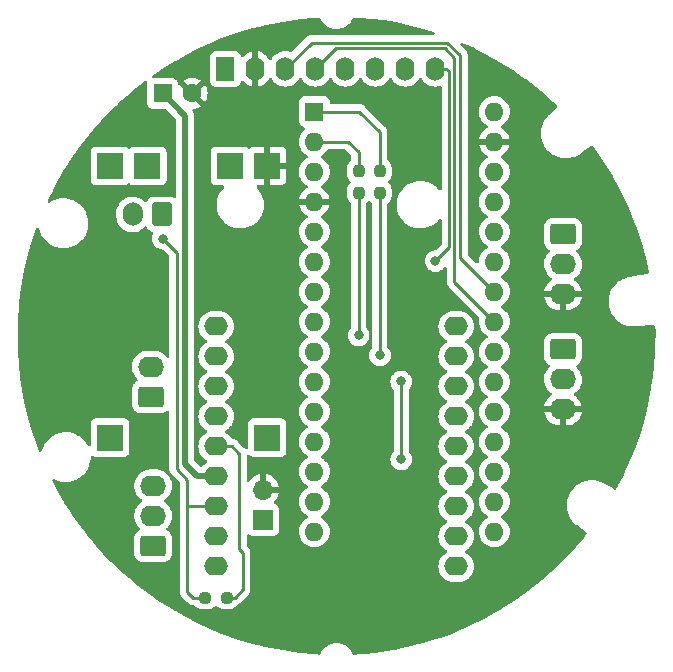
<source format=gbr>
%TF.GenerationSoftware,KiCad,Pcbnew,(6.0.0)*%
%TF.CreationDate,2022-06-18T18:04:24+02:00*%
%TF.ProjectId,boitarire,626f6974-6172-4697-9265-2e6b69636164,rev?*%
%TF.SameCoordinates,Original*%
%TF.FileFunction,Copper,L2,Bot*%
%TF.FilePolarity,Positive*%
%FSLAX46Y46*%
G04 Gerber Fmt 4.6, Leading zero omitted, Abs format (unit mm)*
G04 Created by KiCad (PCBNEW (6.0.0)) date 2022-06-18 18:04:24*
%MOMM*%
%LPD*%
G01*
G04 APERTURE LIST*
G04 Aperture macros list*
%AMRoundRect*
0 Rectangle with rounded corners*
0 $1 Rounding radius*
0 $2 $3 $4 $5 $6 $7 $8 $9 X,Y pos of 4 corners*
0 Add a 4 corners polygon primitive as box body*
4,1,4,$2,$3,$4,$5,$6,$7,$8,$9,$2,$3,0*
0 Add four circle primitives for the rounded corners*
1,1,$1+$1,$2,$3*
1,1,$1+$1,$4,$5*
1,1,$1+$1,$6,$7*
1,1,$1+$1,$8,$9*
0 Add four rect primitives between the rounded corners*
20,1,$1+$1,$2,$3,$4,$5,0*
20,1,$1+$1,$4,$5,$6,$7,0*
20,1,$1+$1,$6,$7,$8,$9,0*
20,1,$1+$1,$8,$9,$2,$3,0*%
G04 Aperture macros list end*
%TA.AperFunction,ComponentPad*%
%ADD10R,1.600000X2.000000*%
%TD*%
%TA.AperFunction,ComponentPad*%
%ADD11O,1.600000X2.000000*%
%TD*%
%TA.AperFunction,ComponentPad*%
%ADD12R,2.250000X2.250000*%
%TD*%
%TA.AperFunction,ComponentPad*%
%ADD13R,1.700000X1.700000*%
%TD*%
%TA.AperFunction,ComponentPad*%
%ADD14O,1.700000X1.700000*%
%TD*%
%TA.AperFunction,ComponentPad*%
%ADD15R,1.600000X1.600000*%
%TD*%
%TA.AperFunction,ComponentPad*%
%ADD16O,1.600000X1.600000*%
%TD*%
%TA.AperFunction,SMDPad,CuDef*%
%ADD17RoundRect,0.237500X-0.250000X-0.237500X0.250000X-0.237500X0.250000X0.237500X-0.250000X0.237500X0*%
%TD*%
%TA.AperFunction,ComponentPad*%
%ADD18RoundRect,0.250000X-0.845000X0.620000X-0.845000X-0.620000X0.845000X-0.620000X0.845000X0.620000X0*%
%TD*%
%TA.AperFunction,ComponentPad*%
%ADD19O,2.190000X1.740000*%
%TD*%
%TA.AperFunction,ComponentPad*%
%ADD20RoundRect,0.250000X0.845000X-0.620000X0.845000X0.620000X-0.845000X0.620000X-0.845000X-0.620000X0*%
%TD*%
%TA.AperFunction,SMDPad,CuDef*%
%ADD21RoundRect,0.237500X0.237500X-0.250000X0.237500X0.250000X-0.237500X0.250000X-0.237500X-0.250000X0*%
%TD*%
%TA.AperFunction,ComponentPad*%
%ADD22RoundRect,0.250000X0.600000X0.750000X-0.600000X0.750000X-0.600000X-0.750000X0.600000X-0.750000X0*%
%TD*%
%TA.AperFunction,ComponentPad*%
%ADD23O,1.700000X2.000000*%
%TD*%
%TA.AperFunction,ComponentPad*%
%ADD24C,1.600000*%
%TD*%
%TA.AperFunction,ComponentPad*%
%ADD25O,2.000000X1.600000*%
%TD*%
%TA.AperFunction,ViaPad*%
%ADD26C,0.800000*%
%TD*%
%TA.AperFunction,Conductor*%
%ADD27C,0.250000*%
%TD*%
%TA.AperFunction,Conductor*%
%ADD28C,0.500000*%
%TD*%
G04 APERTURE END LIST*
D10*
%TO.P,U1,1,VCC*%
%TO.N,VCC*%
X154610000Y-46125000D03*
D11*
%TO.P,U1,2,GND*%
%TO.N,GND*%
X157150000Y-46125000D03*
%TO.P,U1,3,SCL*%
%TO.N,/SCL*%
X159690000Y-46125000D03*
%TO.P,U1,4,SDA*%
%TO.N,/SDA*%
X162230000Y-46125000D03*
%TO.P,U1,5,XDA*%
%TO.N,unconnected-(U1-Pad5)*%
X164770000Y-46125000D03*
%TO.P,U1,6,XCL*%
%TO.N,unconnected-(U1-Pad6)*%
X167310000Y-46125000D03*
%TO.P,U1,7,AD0*%
%TO.N,unconnected-(U1-Pad7)*%
X169850000Y-46125000D03*
%TO.P,U1,8,INT*%
%TO.N,/INT*%
X172390000Y-46125000D03*
%TD*%
D12*
%TO.P,U2,1,USB+*%
%TO.N,+5V*%
X144850000Y-77350000D03*
%TO.P,U2,2,GND*%
%TO.N,GNDPWR*%
X158150000Y-77350000D03*
%TO.P,U2,3,BATT+*%
%TO.N,+BATT*%
X148000000Y-54350000D03*
%TO.P,U2,4,BATT-*%
%TO.N,-BATT*%
X155000000Y-54350000D03*
%TO.P,U2,5,OUT+*%
%TO.N,VCC*%
X144850000Y-54350000D03*
%TO.P,U2,6,OUT-*%
%TO.N,GND*%
X158150000Y-54350000D03*
%TD*%
D13*
%TO.P,SW1,1,1*%
%TO.N,/SENSOR_POSITION*%
X157800000Y-84300000D03*
D14*
%TO.P,SW1,2,2*%
%TO.N,GND*%
X157800000Y-81760000D03*
%TD*%
D15*
%TO.P,A1,1,TX1*%
%TO.N,Net-(A1-Pad1)*%
X162140000Y-49750000D03*
D16*
%TO.P,A1,2,RX1*%
%TO.N,Net-(A1-Pad2)*%
X162140000Y-52290000D03*
%TO.P,A1,3,~{RESET}*%
%TO.N,unconnected-(A1-Pad3)*%
X162140000Y-54830000D03*
%TO.P,A1,4,GND*%
%TO.N,GND*%
X162140000Y-57370000D03*
%TO.P,A1,5,D2*%
%TO.N,/BUSY*%
X162140000Y-59910000D03*
%TO.P,A1,6,D3*%
%TO.N,/INT*%
X162140000Y-62450000D03*
%TO.P,A1,7,D4*%
%TO.N,unconnected-(A1-Pad7)*%
X162140000Y-64990000D03*
%TO.P,A1,8,D5*%
%TO.N,/CAP_SENSOR_2*%
X162140000Y-67530000D03*
%TO.P,A1,9,D6*%
%TO.N,unconnected-(A1-Pad9)*%
X162140000Y-70070000D03*
%TO.P,A1,10,D7*%
%TO.N,/GND_AUDIO_SW*%
X162140000Y-72610000D03*
%TO.P,A1,11,D8*%
%TO.N,/CAP_SENSOR_1*%
X162140000Y-75150000D03*
%TO.P,A1,12,D9*%
%TO.N,/SENSOR_POSITION*%
X162140000Y-77690000D03*
%TO.P,A1,13,D10*%
%TO.N,unconnected-(A1-Pad13)*%
X162140000Y-80230000D03*
%TO.P,A1,14,MOSI*%
%TO.N,unconnected-(A1-Pad14)*%
X162140000Y-82770000D03*
%TO.P,A1,15,MISO*%
%TO.N,unconnected-(A1-Pad15)*%
X162140000Y-85310000D03*
%TO.P,A1,16,SCK*%
%TO.N,unconnected-(A1-Pad16)*%
X177380000Y-85310000D03*
%TO.P,A1,17,3V3*%
%TO.N,unconnected-(A1-Pad17)*%
X177380000Y-82770000D03*
%TO.P,A1,18,AREF*%
%TO.N,unconnected-(A1-Pad18)*%
X177380000Y-80230000D03*
%TO.P,A1,19,A0*%
%TO.N,unconnected-(A1-Pad19)*%
X177380000Y-77690000D03*
%TO.P,A1,20,A1*%
%TO.N,unconnected-(A1-Pad20)*%
X177380000Y-75150000D03*
%TO.P,A1,21,A2*%
%TO.N,unconnected-(A1-Pad21)*%
X177380000Y-72610000D03*
%TO.P,A1,22,A3*%
%TO.N,unconnected-(A1-Pad22)*%
X177380000Y-70070000D03*
%TO.P,A1,23,SDA/A4*%
%TO.N,/SDA*%
X177380000Y-67530000D03*
%TO.P,A1,24,SCL/A5*%
%TO.N,/SCL*%
X177380000Y-64990000D03*
%TO.P,A1,25,A6*%
%TO.N,unconnected-(A1-Pad25)*%
X177380000Y-62450000D03*
%TO.P,A1,26,A7*%
%TO.N,unconnected-(A1-Pad26)*%
X177380000Y-59910000D03*
%TO.P,A1,27,+5V*%
%TO.N,VCC*%
X177380000Y-57370000D03*
%TO.P,A1,28,~{RESET}*%
%TO.N,unconnected-(A1-Pad28)*%
X177380000Y-54830000D03*
%TO.P,A1,29,GND*%
%TO.N,GND*%
X177380000Y-52290000D03*
%TO.P,A1,30,VIN*%
%TO.N,unconnected-(A1-Pad30)*%
X177380000Y-49750000D03*
%TD*%
D17*
%TO.P,R3,1*%
%TO.N,/BUSY*%
X152887500Y-90900000D03*
%TO.P,R3,2*%
%TO.N,Net-(R3-Pad2)*%
X154712500Y-90900000D03*
%TD*%
D18*
%TO.P,J4,1,Pin_1*%
%TO.N,VCC*%
X183200000Y-69870000D03*
D19*
%TO.P,J4,2,Pin_2*%
%TO.N,/CAP_SENSOR_1*%
X183200000Y-72410000D03*
%TO.P,J4,3,Pin_3*%
%TO.N,GND*%
X183200000Y-74950000D03*
%TD*%
D20*
%TO.P,J3,1,Pin_1*%
%TO.N,+5V*%
X148300000Y-73900000D03*
D19*
%TO.P,J3,2,Pin_2*%
%TO.N,GNDPWR*%
X148300000Y-71360000D03*
%TD*%
D21*
%TO.P,R4,1*%
%TO.N,/RX*%
X165900000Y-56612500D03*
%TO.P,R4,2*%
%TO.N,Net-(A1-Pad2)*%
X165900000Y-54787500D03*
%TD*%
D22*
%TO.P,J1,1,Pin_1*%
%TO.N,-BATT*%
X149250000Y-58450000D03*
D23*
%TO.P,J1,2,Pin_2*%
%TO.N,+BATT*%
X146750000Y-58450000D03*
%TD*%
D20*
%TO.P,J2,1,Pin_1*%
%TO.N,unconnected-(J2-Pad1)*%
X148500000Y-86500000D03*
D19*
%TO.P,J2,2,Pin_2*%
%TO.N,/SP-*%
X148500000Y-83960000D03*
%TO.P,J2,3,Pin_3*%
%TO.N,/SP+*%
X148500000Y-81420000D03*
%TD*%
D18*
%TO.P,J5,1,Pin_1*%
%TO.N,VCC*%
X183200000Y-60120000D03*
D19*
%TO.P,J5,2,Pin_2*%
%TO.N,/CAP_SENSOR_2*%
X183200000Y-62660000D03*
%TO.P,J5,3,Pin_3*%
%TO.N,GND*%
X183200000Y-65200000D03*
%TD*%
D21*
%TO.P,R2,1*%
%TO.N,/TX*%
X167700000Y-56612500D03*
%TO.P,R2,2*%
%TO.N,Net-(A1-Pad1)*%
X167700000Y-54787500D03*
%TD*%
D15*
%TO.P,C1,1*%
%TO.N,VCC*%
X149294888Y-48200000D03*
D24*
%TO.P,C1,2*%
%TO.N,GND*%
X151794888Y-48200000D03*
%TD*%
D25*
%TO.P,U3,1,TXD_IO0*%
%TO.N,/RX*%
X174160000Y-67940000D03*
%TO.P,U3,2,RXD_IO1*%
%TO.N,/TX*%
X174160000Y-70480000D03*
%TO.P,U3,3,IO2*%
%TO.N,unconnected-(U3-Pad3)*%
X174160000Y-73020000D03*
%TO.P,U3,4,IO3*%
%TO.N,unconnected-(U3-Pad4)*%
X174160000Y-75560000D03*
%TO.P,U3,5,IO4_ONELINE*%
%TO.N,unconnected-(U3-Pad5)*%
X174160000Y-78100000D03*
%TO.P,U3,6,IO5*%
%TO.N,unconnected-(U3-Pad6)*%
X174160000Y-80640000D03*
%TO.P,U3,7,IO6*%
%TO.N,unconnected-(U3-Pad7)*%
X174160000Y-83180000D03*
%TO.P,U3,8,IO7*%
%TO.N,unconnected-(U3-Pad8)*%
X174160000Y-85720000D03*
%TO.P,U3,9,GND*%
%TO.N,/GND_AUDIO*%
X174160000Y-88260000D03*
%TO.P,U3,10,CON1*%
X153840000Y-88260000D03*
%TO.P,U3,11,CON2*%
X153840000Y-85720000D03*
%TO.P,U3,12,CON3_BUSY*%
%TO.N,/BUSY*%
X153840000Y-83180000D03*
%TO.P,U3,13,V5*%
%TO.N,VCC*%
X153840000Y-80640000D03*
%TO.P,U3,14,V33*%
%TO.N,Net-(R3-Pad2)*%
X153840000Y-78100000D03*
%TO.P,U3,15,DACR*%
%TO.N,unconnected-(U3-Pad15)*%
X153840000Y-75560000D03*
%TO.P,U3,16,DACL*%
%TO.N,unconnected-(U3-Pad16)*%
X153840000Y-73020000D03*
%TO.P,U3,17,SPK-*%
%TO.N,/SP-*%
X153840000Y-70480000D03*
%TO.P,U3,18,SPK+*%
%TO.N,/SP+*%
X153840000Y-67940000D03*
%TD*%
D26*
%TO.N,/BUSY*%
X149300000Y-60500000D03*
%TO.N,/INT*%
X172400000Y-62400000D03*
%TO.N,/TX*%
X167700000Y-70400000D03*
%TO.N,/RX*%
X165900000Y-68700000D03*
%TO.N,/GND_AUDIO_SW*%
X169500000Y-72600000D03*
X169500000Y-79200000D03*
%TD*%
D27*
%TO.N,/INT*%
X173550480Y-46342980D02*
X173550480Y-50150480D01*
X173332500Y-46125000D02*
X173550480Y-46342980D01*
X172390000Y-46125000D02*
X173332500Y-46125000D01*
%TO.N,Net-(A1-Pad1)*%
X167700000Y-51500000D02*
X167700000Y-54787500D01*
X162140000Y-49750000D02*
X165950000Y-49750000D01*
X165950000Y-49750000D02*
X167700000Y-51500000D01*
%TO.N,Net-(A1-Pad2)*%
X165900000Y-53200000D02*
X165900000Y-54787500D01*
X162140000Y-52290000D02*
X164990000Y-52290000D01*
X164990000Y-52290000D02*
X165900000Y-53200000D01*
%TO.N,/BUSY*%
X151400000Y-90400000D02*
X151400000Y-83800000D01*
X153840000Y-83180000D02*
X151420000Y-83180000D01*
X151400000Y-83800000D02*
X151400000Y-83200000D01*
X151420000Y-83180000D02*
X151400000Y-83200000D01*
X151400000Y-80900000D02*
X150500000Y-80000000D01*
X151900000Y-90900000D02*
X151400000Y-90400000D01*
X152887500Y-90900000D02*
X151900000Y-90900000D01*
X151400000Y-83200000D02*
X151400000Y-80900000D01*
X150500000Y-80000000D02*
X150500000Y-61700000D01*
X150500000Y-61700000D02*
X149300000Y-60500000D01*
%TO.N,/INT*%
X173550480Y-61249520D02*
X173550480Y-49950480D01*
X172400000Y-62400000D02*
X173550480Y-61249520D01*
%TO.N,/TX*%
X167700000Y-70400000D02*
X167700000Y-56612500D01*
%TO.N,/SDA*%
X177380000Y-67530000D02*
X174000000Y-64150000D01*
X174000000Y-64150000D02*
X174000000Y-45200000D01*
X174000000Y-45200000D02*
X173200000Y-44400000D01*
X163955000Y-44400000D02*
X162230000Y-46125000D01*
X173200000Y-44400000D02*
X163955000Y-44400000D01*
%TO.N,/SCL*%
X174500000Y-45000000D02*
X173400000Y-43900000D01*
X173400000Y-43900000D02*
X161915000Y-43900000D01*
X177380000Y-64990000D02*
X174500000Y-62110000D01*
X161915000Y-43900000D02*
X159690000Y-46125000D01*
X174500000Y-62110000D02*
X174500000Y-45000000D01*
%TO.N,/RX*%
X165900000Y-68700000D02*
X165900000Y-56612500D01*
%TO.N,/GND_AUDIO_SW*%
X169500000Y-79200000D02*
X169500000Y-72600000D01*
D28*
%TO.N,VCC*%
X149294888Y-48200000D02*
X151200000Y-50105112D01*
X151200000Y-79600000D02*
X152240000Y-80640000D01*
X153840000Y-80640000D02*
X153800000Y-80600000D01*
X151200000Y-50105112D02*
X151200000Y-79600000D01*
X152240000Y-80640000D02*
X153840000Y-80640000D01*
D27*
%TO.N,Net-(R3-Pad2)*%
X155400000Y-90900000D02*
X156100000Y-90200000D01*
X154712500Y-90900000D02*
X155400000Y-90900000D01*
X156100000Y-90200000D02*
X156100000Y-87100000D01*
X156100000Y-87100000D02*
X155800000Y-86800000D01*
X155200000Y-78100000D02*
X153840000Y-78100000D01*
X155800000Y-86800000D02*
X155800000Y-78700000D01*
X155800000Y-78700000D02*
X155200000Y-78100000D01*
%TD*%
%TA.AperFunction,Conductor*%
%TO.N,GND*%
G36*
X165515071Y-41783200D02*
G01*
X166010752Y-41810535D01*
X166015458Y-41810883D01*
X167018060Y-41903933D01*
X167022731Y-41904455D01*
X168021151Y-42034980D01*
X168025786Y-42035675D01*
X169018658Y-42203499D01*
X169023257Y-42204365D01*
X169756863Y-42356819D01*
X170009086Y-42409235D01*
X170013687Y-42410281D01*
X170991189Y-42651927D01*
X170995708Y-42653135D01*
X171408005Y-42771604D01*
X171963474Y-42931212D01*
X171967983Y-42932600D01*
X172236569Y-43020788D01*
X172295051Y-43061042D01*
X172322486Y-43126524D01*
X172310163Y-43196443D01*
X172261995Y-43248601D01*
X172197263Y-43266500D01*
X161993767Y-43266500D01*
X161982584Y-43265973D01*
X161975091Y-43264298D01*
X161967165Y-43264547D01*
X161967164Y-43264547D01*
X161907014Y-43266438D01*
X161903055Y-43266500D01*
X161875144Y-43266500D01*
X161871210Y-43266997D01*
X161871209Y-43266997D01*
X161871144Y-43267005D01*
X161859307Y-43267938D01*
X161827490Y-43268938D01*
X161823029Y-43269078D01*
X161815110Y-43269327D01*
X161797454Y-43274456D01*
X161795658Y-43274978D01*
X161776306Y-43278986D01*
X161772523Y-43279464D01*
X161756203Y-43281526D01*
X161748834Y-43284443D01*
X161748832Y-43284444D01*
X161715097Y-43297800D01*
X161703869Y-43301645D01*
X161661407Y-43313982D01*
X161654585Y-43318016D01*
X161654579Y-43318019D01*
X161643968Y-43324294D01*
X161626218Y-43332990D01*
X161614756Y-43337528D01*
X161614751Y-43337531D01*
X161607383Y-43340448D01*
X161600968Y-43345109D01*
X161571625Y-43366427D01*
X161561707Y-43372943D01*
X161543019Y-43383995D01*
X161523637Y-43395458D01*
X161509313Y-43409782D01*
X161494281Y-43422621D01*
X161477893Y-43434528D01*
X161449712Y-43468593D01*
X161441722Y-43477373D01*
X160260980Y-44658115D01*
X160198668Y-44692141D01*
X160139861Y-44688408D01*
X160139243Y-44690716D01*
X159923402Y-44632881D01*
X159923400Y-44632881D01*
X159918087Y-44631457D01*
X159690000Y-44611502D01*
X159461913Y-44631457D01*
X159456600Y-44632881D01*
X159456598Y-44632881D01*
X159246067Y-44689293D01*
X159246065Y-44689294D01*
X159240757Y-44690716D01*
X159235776Y-44693039D01*
X159235775Y-44693039D01*
X159038238Y-44785151D01*
X159038233Y-44785154D01*
X159033251Y-44787477D01*
X158967051Y-44833831D01*
X158850211Y-44915643D01*
X158850208Y-44915645D01*
X158845700Y-44918802D01*
X158683802Y-45080700D01*
X158552477Y-45268251D01*
X158550154Y-45273233D01*
X158550151Y-45273238D01*
X158533919Y-45308049D01*
X158487002Y-45361334D01*
X158418725Y-45380795D01*
X158350765Y-45360253D01*
X158305529Y-45308049D01*
X158289414Y-45273489D01*
X158283931Y-45263993D01*
X158158972Y-45085533D01*
X158151916Y-45077125D01*
X157997875Y-44923084D01*
X157989467Y-44916028D01*
X157811007Y-44791069D01*
X157801511Y-44785586D01*
X157604053Y-44693510D01*
X157593761Y-44689764D01*
X157421497Y-44643606D01*
X157407401Y-44643942D01*
X157404000Y-44651884D01*
X157404000Y-47592967D01*
X157407973Y-47606498D01*
X157416522Y-47607727D01*
X157593761Y-47560236D01*
X157604053Y-47556490D01*
X157801511Y-47464414D01*
X157811007Y-47458931D01*
X157989467Y-47333972D01*
X157997875Y-47326916D01*
X158151916Y-47172875D01*
X158158972Y-47164467D01*
X158283931Y-46986007D01*
X158289414Y-46976511D01*
X158305529Y-46941951D01*
X158352446Y-46888666D01*
X158420723Y-46869205D01*
X158488683Y-46889747D01*
X158533919Y-46941951D01*
X158550151Y-46976762D01*
X158550154Y-46976767D01*
X158552477Y-46981749D01*
X158611519Y-47066069D01*
X158678483Y-47161703D01*
X158683802Y-47169300D01*
X158845700Y-47331198D01*
X158850208Y-47334355D01*
X158850211Y-47334357D01*
X158870364Y-47348468D01*
X159033251Y-47462523D01*
X159038233Y-47464846D01*
X159038238Y-47464849D01*
X159217607Y-47548489D01*
X159240757Y-47559284D01*
X159246065Y-47560706D01*
X159246067Y-47560707D01*
X159456598Y-47617119D01*
X159456600Y-47617119D01*
X159461913Y-47618543D01*
X159690000Y-47638498D01*
X159918087Y-47618543D01*
X159923400Y-47617119D01*
X159923402Y-47617119D01*
X160133933Y-47560707D01*
X160133935Y-47560706D01*
X160139243Y-47559284D01*
X160162393Y-47548489D01*
X160341762Y-47464849D01*
X160341767Y-47464846D01*
X160346749Y-47462523D01*
X160509636Y-47348468D01*
X160529789Y-47334357D01*
X160529792Y-47334355D01*
X160534300Y-47331198D01*
X160696198Y-47169300D01*
X160701518Y-47161703D01*
X160768481Y-47066069D01*
X160827523Y-46981749D01*
X160829846Y-46976767D01*
X160829849Y-46976762D01*
X160845805Y-46942543D01*
X160892722Y-46889258D01*
X160960999Y-46869797D01*
X161028959Y-46890339D01*
X161074195Y-46942543D01*
X161090151Y-46976762D01*
X161090154Y-46976767D01*
X161092477Y-46981749D01*
X161151519Y-47066069D01*
X161218483Y-47161703D01*
X161223802Y-47169300D01*
X161385700Y-47331198D01*
X161390208Y-47334355D01*
X161390211Y-47334357D01*
X161410364Y-47348468D01*
X161573251Y-47462523D01*
X161578233Y-47464846D01*
X161578238Y-47464849D01*
X161757607Y-47548489D01*
X161780757Y-47559284D01*
X161786065Y-47560706D01*
X161786067Y-47560707D01*
X161996598Y-47617119D01*
X161996600Y-47617119D01*
X162001913Y-47618543D01*
X162230000Y-47638498D01*
X162458087Y-47618543D01*
X162463400Y-47617119D01*
X162463402Y-47617119D01*
X162673933Y-47560707D01*
X162673935Y-47560706D01*
X162679243Y-47559284D01*
X162702393Y-47548489D01*
X162881762Y-47464849D01*
X162881767Y-47464846D01*
X162886749Y-47462523D01*
X163049636Y-47348468D01*
X163069789Y-47334357D01*
X163069792Y-47334355D01*
X163074300Y-47331198D01*
X163236198Y-47169300D01*
X163241518Y-47161703D01*
X163308481Y-47066069D01*
X163367523Y-46981749D01*
X163369846Y-46976767D01*
X163369849Y-46976762D01*
X163385805Y-46942543D01*
X163432722Y-46889258D01*
X163500999Y-46869797D01*
X163568959Y-46890339D01*
X163614195Y-46942543D01*
X163630151Y-46976762D01*
X163630154Y-46976767D01*
X163632477Y-46981749D01*
X163691519Y-47066069D01*
X163758483Y-47161703D01*
X163763802Y-47169300D01*
X163925700Y-47331198D01*
X163930208Y-47334355D01*
X163930211Y-47334357D01*
X163950364Y-47348468D01*
X164113251Y-47462523D01*
X164118233Y-47464846D01*
X164118238Y-47464849D01*
X164297607Y-47548489D01*
X164320757Y-47559284D01*
X164326065Y-47560706D01*
X164326067Y-47560707D01*
X164536598Y-47617119D01*
X164536600Y-47617119D01*
X164541913Y-47618543D01*
X164770000Y-47638498D01*
X164998087Y-47618543D01*
X165003400Y-47617119D01*
X165003402Y-47617119D01*
X165213933Y-47560707D01*
X165213935Y-47560706D01*
X165219243Y-47559284D01*
X165242393Y-47548489D01*
X165421762Y-47464849D01*
X165421767Y-47464846D01*
X165426749Y-47462523D01*
X165589636Y-47348468D01*
X165609789Y-47334357D01*
X165609792Y-47334355D01*
X165614300Y-47331198D01*
X165776198Y-47169300D01*
X165781518Y-47161703D01*
X165848481Y-47066069D01*
X165907523Y-46981749D01*
X165909846Y-46976767D01*
X165909849Y-46976762D01*
X165925805Y-46942543D01*
X165972722Y-46889258D01*
X166040999Y-46869797D01*
X166108959Y-46890339D01*
X166154195Y-46942543D01*
X166170151Y-46976762D01*
X166170154Y-46976767D01*
X166172477Y-46981749D01*
X166231519Y-47066069D01*
X166298483Y-47161703D01*
X166303802Y-47169300D01*
X166465700Y-47331198D01*
X166470208Y-47334355D01*
X166470211Y-47334357D01*
X166490364Y-47348468D01*
X166653251Y-47462523D01*
X166658233Y-47464846D01*
X166658238Y-47464849D01*
X166837607Y-47548489D01*
X166860757Y-47559284D01*
X166866065Y-47560706D01*
X166866067Y-47560707D01*
X167076598Y-47617119D01*
X167076600Y-47617119D01*
X167081913Y-47618543D01*
X167310000Y-47638498D01*
X167538087Y-47618543D01*
X167543400Y-47617119D01*
X167543402Y-47617119D01*
X167753933Y-47560707D01*
X167753935Y-47560706D01*
X167759243Y-47559284D01*
X167782393Y-47548489D01*
X167961762Y-47464849D01*
X167961767Y-47464846D01*
X167966749Y-47462523D01*
X168129636Y-47348468D01*
X168149789Y-47334357D01*
X168149792Y-47334355D01*
X168154300Y-47331198D01*
X168316198Y-47169300D01*
X168321518Y-47161703D01*
X168388481Y-47066069D01*
X168447523Y-46981749D01*
X168449846Y-46976767D01*
X168449849Y-46976762D01*
X168465805Y-46942543D01*
X168512722Y-46889258D01*
X168580999Y-46869797D01*
X168648959Y-46890339D01*
X168694195Y-46942543D01*
X168710151Y-46976762D01*
X168710154Y-46976767D01*
X168712477Y-46981749D01*
X168771519Y-47066069D01*
X168838483Y-47161703D01*
X168843802Y-47169300D01*
X169005700Y-47331198D01*
X169010208Y-47334355D01*
X169010211Y-47334357D01*
X169030364Y-47348468D01*
X169193251Y-47462523D01*
X169198233Y-47464846D01*
X169198238Y-47464849D01*
X169377607Y-47548489D01*
X169400757Y-47559284D01*
X169406065Y-47560706D01*
X169406067Y-47560707D01*
X169616598Y-47617119D01*
X169616600Y-47617119D01*
X169621913Y-47618543D01*
X169850000Y-47638498D01*
X170078087Y-47618543D01*
X170083400Y-47617119D01*
X170083402Y-47617119D01*
X170293933Y-47560707D01*
X170293935Y-47560706D01*
X170299243Y-47559284D01*
X170322393Y-47548489D01*
X170501762Y-47464849D01*
X170501767Y-47464846D01*
X170506749Y-47462523D01*
X170669636Y-47348468D01*
X170689789Y-47334357D01*
X170689792Y-47334355D01*
X170694300Y-47331198D01*
X170856198Y-47169300D01*
X170861518Y-47161703D01*
X170928481Y-47066069D01*
X170987523Y-46981749D01*
X170989846Y-46976767D01*
X170989849Y-46976762D01*
X171005805Y-46942543D01*
X171052722Y-46889258D01*
X171120999Y-46869797D01*
X171188959Y-46890339D01*
X171234195Y-46942543D01*
X171250151Y-46976762D01*
X171250154Y-46976767D01*
X171252477Y-46981749D01*
X171311519Y-47066069D01*
X171378483Y-47161703D01*
X171383802Y-47169300D01*
X171545700Y-47331198D01*
X171550208Y-47334355D01*
X171550211Y-47334357D01*
X171570364Y-47348468D01*
X171733251Y-47462523D01*
X171738233Y-47464846D01*
X171738238Y-47464849D01*
X171917607Y-47548489D01*
X171940757Y-47559284D01*
X171946065Y-47560706D01*
X171946067Y-47560707D01*
X172156598Y-47617119D01*
X172156600Y-47617119D01*
X172161913Y-47618543D01*
X172390000Y-47638498D01*
X172618087Y-47618543D01*
X172758370Y-47580954D01*
X172829345Y-47582644D01*
X172888141Y-47622438D01*
X172916089Y-47687702D01*
X172916980Y-47702661D01*
X172916980Y-56290850D01*
X172896978Y-56358971D01*
X172843322Y-56405464D01*
X172773048Y-56415568D01*
X172708468Y-56386074D01*
X172697344Y-56375160D01*
X172521573Y-56179947D01*
X172521569Y-56179943D01*
X172518629Y-56176678D01*
X172507756Y-56167554D01*
X172376191Y-56057158D01*
X172303450Y-55996121D01*
X172065236Y-55847269D01*
X171808625Y-55733018D01*
X171603850Y-55674300D01*
X171542837Y-55656805D01*
X171542836Y-55656805D01*
X171538610Y-55655593D01*
X171534260Y-55654982D01*
X171534257Y-55654981D01*
X171431310Y-55640513D01*
X171260448Y-55616500D01*
X171049854Y-55616500D01*
X171047668Y-55616653D01*
X171047664Y-55616653D01*
X170844173Y-55630882D01*
X170844168Y-55630883D01*
X170839788Y-55631189D01*
X170565030Y-55689591D01*
X170560901Y-55691094D01*
X170560897Y-55691095D01*
X170305219Y-55784154D01*
X170305215Y-55784156D01*
X170301074Y-55785663D01*
X170053058Y-55917536D01*
X170049499Y-55920122D01*
X170049497Y-55920123D01*
X169851076Y-56064284D01*
X169825808Y-56082642D01*
X169822644Y-56085698D01*
X169822641Y-56085700D01*
X169777489Y-56129303D01*
X169623748Y-56277769D01*
X169450812Y-56499118D01*
X169448616Y-56502922D01*
X169448611Y-56502929D01*
X169334794Y-56700067D01*
X169310364Y-56742381D01*
X169205138Y-57002824D01*
X169204073Y-57007097D01*
X169204072Y-57007099D01*
X169139069Y-57267813D01*
X169137183Y-57275376D01*
X169136724Y-57279744D01*
X169136723Y-57279749D01*
X169110170Y-57532394D01*
X169107822Y-57554733D01*
X169107975Y-57559121D01*
X169107975Y-57559127D01*
X169117233Y-57824225D01*
X169117625Y-57835458D01*
X169118387Y-57839781D01*
X169118388Y-57839788D01*
X169142164Y-57974624D01*
X169166402Y-58112087D01*
X169253203Y-58379235D01*
X169376340Y-58631702D01*
X169378795Y-58635341D01*
X169378798Y-58635347D01*
X169427130Y-58707002D01*
X169533415Y-58864576D01*
X169721371Y-59073322D01*
X169936550Y-59253879D01*
X170174764Y-59402731D01*
X170431375Y-59516982D01*
X170701390Y-59594407D01*
X170705740Y-59595018D01*
X170705743Y-59595019D01*
X170808690Y-59609487D01*
X170979552Y-59633500D01*
X171190146Y-59633500D01*
X171192332Y-59633347D01*
X171192336Y-59633347D01*
X171395827Y-59619118D01*
X171395832Y-59619117D01*
X171400212Y-59618811D01*
X171674970Y-59560409D01*
X171679099Y-59558906D01*
X171679103Y-59558905D01*
X171934781Y-59465846D01*
X171934785Y-59465844D01*
X171938926Y-59464337D01*
X172186942Y-59332464D01*
X172276347Y-59267508D01*
X172410629Y-59169947D01*
X172410632Y-59169944D01*
X172414192Y-59167358D01*
X172616252Y-58972231D01*
X172691691Y-58875674D01*
X172749391Y-58834308D01*
X172820296Y-58830705D01*
X172881894Y-58866008D01*
X172914627Y-58929008D01*
X172916980Y-58953247D01*
X172916980Y-60934925D01*
X172896978Y-61003046D01*
X172880075Y-61024020D01*
X172449500Y-61454595D01*
X172387188Y-61488621D01*
X172360405Y-61491500D01*
X172304513Y-61491500D01*
X172298061Y-61492872D01*
X172298056Y-61492872D01*
X172211112Y-61511353D01*
X172117712Y-61531206D01*
X172111682Y-61533891D01*
X172111681Y-61533891D01*
X171949278Y-61606197D01*
X171949276Y-61606198D01*
X171943248Y-61608882D01*
X171788747Y-61721134D01*
X171784326Y-61726044D01*
X171784325Y-61726045D01*
X171673241Y-61849417D01*
X171660960Y-61863056D01*
X171624225Y-61926683D01*
X171588933Y-61987811D01*
X171565473Y-62028444D01*
X171506458Y-62210072D01*
X171505768Y-62216633D01*
X171505768Y-62216635D01*
X171489838Y-62368205D01*
X171486496Y-62400000D01*
X171487186Y-62406565D01*
X171500899Y-62537033D01*
X171506458Y-62589928D01*
X171565473Y-62771556D01*
X171660960Y-62936944D01*
X171665378Y-62941851D01*
X171665379Y-62941852D01*
X171764856Y-63052332D01*
X171788747Y-63078866D01*
X171872070Y-63139404D01*
X171935180Y-63185256D01*
X171943248Y-63191118D01*
X171949276Y-63193802D01*
X171949278Y-63193803D01*
X172111681Y-63266109D01*
X172117712Y-63268794D01*
X172211113Y-63288647D01*
X172298056Y-63307128D01*
X172298061Y-63307128D01*
X172304513Y-63308500D01*
X172495487Y-63308500D01*
X172501939Y-63307128D01*
X172501944Y-63307128D01*
X172588887Y-63288647D01*
X172682288Y-63268794D01*
X172688319Y-63266109D01*
X172850722Y-63193803D01*
X172850724Y-63193802D01*
X172856752Y-63191118D01*
X172864821Y-63185256D01*
X172927930Y-63139404D01*
X173011253Y-63078866D01*
X173139040Y-62936944D01*
X173139963Y-62935346D01*
X173194785Y-62893071D01*
X173265521Y-62886994D01*
X173328313Y-62920126D01*
X173363225Y-62981945D01*
X173366500Y-63010485D01*
X173366500Y-64071233D01*
X173365973Y-64082416D01*
X173364298Y-64089909D01*
X173364547Y-64097835D01*
X173364547Y-64097836D01*
X173366438Y-64157986D01*
X173366500Y-64161945D01*
X173366500Y-64189856D01*
X173366997Y-64193790D01*
X173366997Y-64193791D01*
X173367005Y-64193856D01*
X173367938Y-64205693D01*
X173369327Y-64249889D01*
X173374978Y-64269339D01*
X173378987Y-64288700D01*
X173381526Y-64308797D01*
X173384445Y-64316168D01*
X173384445Y-64316170D01*
X173397804Y-64349912D01*
X173401649Y-64361142D01*
X173413982Y-64403593D01*
X173418015Y-64410412D01*
X173418017Y-64410417D01*
X173424293Y-64421028D01*
X173432988Y-64438776D01*
X173440448Y-64457617D01*
X173445110Y-64464033D01*
X173445110Y-64464034D01*
X173466436Y-64493387D01*
X173472952Y-64503307D01*
X173495458Y-64541362D01*
X173509779Y-64555683D01*
X173522619Y-64570716D01*
X173534528Y-64587107D01*
X173540634Y-64592158D01*
X173568605Y-64615298D01*
X173577384Y-64623288D01*
X176070848Y-67116752D01*
X176104874Y-67179064D01*
X176103459Y-67238459D01*
X176087882Y-67296591D01*
X176087881Y-67296598D01*
X176086457Y-67301913D01*
X176066502Y-67530000D01*
X176086457Y-67758087D01*
X176087881Y-67763400D01*
X176087881Y-67763402D01*
X176135205Y-67940014D01*
X176145716Y-67979243D01*
X176148039Y-67984224D01*
X176148039Y-67984225D01*
X176240151Y-68181762D01*
X176240154Y-68181767D01*
X176242477Y-68186749D01*
X176373802Y-68374300D01*
X176535700Y-68536198D01*
X176540208Y-68539355D01*
X176540211Y-68539357D01*
X176566672Y-68557885D01*
X176723251Y-68667523D01*
X176728233Y-68669846D01*
X176728238Y-68669849D01*
X176762457Y-68685805D01*
X176815742Y-68732722D01*
X176835203Y-68800999D01*
X176814661Y-68868959D01*
X176762457Y-68914195D01*
X176728238Y-68930151D01*
X176728233Y-68930154D01*
X176723251Y-68932477D01*
X176699144Y-68949357D01*
X176540211Y-69060643D01*
X176540208Y-69060645D01*
X176535700Y-69063802D01*
X176373802Y-69225700D01*
X176370645Y-69230208D01*
X176370643Y-69230211D01*
X176335526Y-69280364D01*
X176242477Y-69413251D01*
X176240154Y-69418233D01*
X176240151Y-69418238D01*
X176169307Y-69570166D01*
X176145716Y-69620757D01*
X176144294Y-69626065D01*
X176144293Y-69626067D01*
X176090121Y-69828238D01*
X176086457Y-69841913D01*
X176066502Y-70070000D01*
X176086457Y-70298087D01*
X176087881Y-70303400D01*
X176087881Y-70303402D01*
X176125361Y-70443276D01*
X176145716Y-70519243D01*
X176148039Y-70524224D01*
X176148039Y-70524225D01*
X176240151Y-70721762D01*
X176240154Y-70721767D01*
X176242477Y-70726749D01*
X176373802Y-70914300D01*
X176535700Y-71076198D01*
X176540208Y-71079355D01*
X176540211Y-71079357D01*
X176559904Y-71093146D01*
X176723251Y-71207523D01*
X176728233Y-71209846D01*
X176728238Y-71209849D01*
X176762457Y-71225805D01*
X176815742Y-71272722D01*
X176835203Y-71340999D01*
X176814661Y-71408959D01*
X176762457Y-71454195D01*
X176728238Y-71470151D01*
X176728233Y-71470154D01*
X176723251Y-71472477D01*
X176650707Y-71523273D01*
X176540211Y-71600643D01*
X176540208Y-71600645D01*
X176535700Y-71603802D01*
X176373802Y-71765700D01*
X176370645Y-71770208D01*
X176370643Y-71770211D01*
X176315902Y-71848389D01*
X176242477Y-71953251D01*
X176240154Y-71958233D01*
X176240151Y-71958238D01*
X176160595Y-72128849D01*
X176145716Y-72160757D01*
X176144294Y-72166065D01*
X176144293Y-72166067D01*
X176090121Y-72368238D01*
X176086457Y-72381913D01*
X176066502Y-72610000D01*
X176086457Y-72838087D01*
X176087881Y-72843400D01*
X176087881Y-72843402D01*
X176142121Y-73045825D01*
X176145716Y-73059243D01*
X176148039Y-73064224D01*
X176148039Y-73064225D01*
X176240151Y-73261762D01*
X176240154Y-73261767D01*
X176242477Y-73266749D01*
X176373802Y-73454300D01*
X176535700Y-73616198D01*
X176540208Y-73619355D01*
X176540211Y-73619357D01*
X176544927Y-73622659D01*
X176723251Y-73747523D01*
X176728233Y-73749846D01*
X176728238Y-73749849D01*
X176762457Y-73765805D01*
X176815742Y-73812722D01*
X176835203Y-73880999D01*
X176814661Y-73948959D01*
X176762457Y-73994195D01*
X176728238Y-74010151D01*
X176728233Y-74010154D01*
X176723251Y-74012477D01*
X176686955Y-74037892D01*
X176540211Y-74140643D01*
X176540208Y-74140645D01*
X176535700Y-74143802D01*
X176373802Y-74305700D01*
X176370645Y-74310208D01*
X176370643Y-74310211D01*
X176315902Y-74388389D01*
X176242477Y-74493251D01*
X176240154Y-74498233D01*
X176240151Y-74498238D01*
X176154733Y-74681420D01*
X176145716Y-74700757D01*
X176144294Y-74706065D01*
X176144293Y-74706067D01*
X176090121Y-74908238D01*
X176086457Y-74921913D01*
X176066502Y-75150000D01*
X176086457Y-75378087D01*
X176145716Y-75599243D01*
X176148039Y-75604224D01*
X176148039Y-75604225D01*
X176240151Y-75801762D01*
X176240154Y-75801767D01*
X176242477Y-75806749D01*
X176245634Y-75811257D01*
X176368483Y-75986703D01*
X176373802Y-75994300D01*
X176535700Y-76156198D01*
X176540208Y-76159355D01*
X176540211Y-76159357D01*
X176541988Y-76160601D01*
X176723251Y-76287523D01*
X176728233Y-76289846D01*
X176728238Y-76289849D01*
X176762457Y-76305805D01*
X176815742Y-76352722D01*
X176835203Y-76420999D01*
X176814661Y-76488959D01*
X176762457Y-76534195D01*
X176728238Y-76550151D01*
X176728233Y-76550154D01*
X176723251Y-76552477D01*
X176699144Y-76569357D01*
X176540211Y-76680643D01*
X176540208Y-76680645D01*
X176535700Y-76683802D01*
X176373802Y-76845700D01*
X176370645Y-76850208D01*
X176370643Y-76850211D01*
X176331695Y-76905835D01*
X176242477Y-77033251D01*
X176240154Y-77038233D01*
X176240151Y-77038238D01*
X176148039Y-77235775D01*
X176145716Y-77240757D01*
X176144294Y-77246065D01*
X176144293Y-77246067D01*
X176090121Y-77448238D01*
X176086457Y-77461913D01*
X176066502Y-77690000D01*
X176086457Y-77918087D01*
X176087881Y-77923400D01*
X176087881Y-77923402D01*
X176113995Y-78020858D01*
X176145716Y-78139243D01*
X176148039Y-78144224D01*
X176148039Y-78144225D01*
X176240151Y-78341762D01*
X176240154Y-78341767D01*
X176242477Y-78346749D01*
X176315902Y-78451611D01*
X176345983Y-78494570D01*
X176373802Y-78534300D01*
X176535700Y-78696198D01*
X176540208Y-78699355D01*
X176540211Y-78699357D01*
X176582390Y-78728891D01*
X176723251Y-78827523D01*
X176728233Y-78829846D01*
X176728238Y-78829849D01*
X176762457Y-78845805D01*
X176815742Y-78892722D01*
X176835203Y-78960999D01*
X176814661Y-79028959D01*
X176762457Y-79074195D01*
X176728238Y-79090151D01*
X176728233Y-79090154D01*
X176723251Y-79092477D01*
X176640403Y-79150488D01*
X176540211Y-79220643D01*
X176540208Y-79220645D01*
X176535700Y-79223802D01*
X176373802Y-79385700D01*
X176370645Y-79390208D01*
X176370643Y-79390211D01*
X176333306Y-79443534D01*
X176242477Y-79573251D01*
X176240154Y-79578233D01*
X176240151Y-79578238D01*
X176148039Y-79775775D01*
X176145716Y-79780757D01*
X176144294Y-79786065D01*
X176144293Y-79786067D01*
X176088630Y-79993803D01*
X176086457Y-80001913D01*
X176066502Y-80230000D01*
X176086457Y-80458087D01*
X176087881Y-80463400D01*
X176087881Y-80463402D01*
X176097580Y-80499597D01*
X176145716Y-80679243D01*
X176148039Y-80684224D01*
X176148039Y-80684225D01*
X176240151Y-80881762D01*
X176240154Y-80881767D01*
X176242477Y-80886749D01*
X176315902Y-80991611D01*
X176370187Y-81069137D01*
X176373802Y-81074300D01*
X176535700Y-81236198D01*
X176540208Y-81239355D01*
X176540211Y-81239357D01*
X176579138Y-81266614D01*
X176723251Y-81367523D01*
X176728233Y-81369846D01*
X176728238Y-81369849D01*
X176762457Y-81385805D01*
X176815742Y-81432722D01*
X176835203Y-81500999D01*
X176814661Y-81568959D01*
X176762457Y-81614195D01*
X176728238Y-81630151D01*
X176728233Y-81630154D01*
X176723251Y-81632477D01*
X176672251Y-81668188D01*
X176540211Y-81760643D01*
X176540208Y-81760645D01*
X176535700Y-81763802D01*
X176373802Y-81925700D01*
X176370645Y-81930208D01*
X176370643Y-81930211D01*
X176325979Y-81993998D01*
X176242477Y-82113251D01*
X176240154Y-82118233D01*
X176240151Y-82118238D01*
X176167139Y-82274814D01*
X176145716Y-82320757D01*
X176144294Y-82326065D01*
X176144293Y-82326067D01*
X176090587Y-82526498D01*
X176086457Y-82541913D01*
X176066502Y-82770000D01*
X176086457Y-82998087D01*
X176087881Y-83003400D01*
X176087881Y-83003402D01*
X176143696Y-83211703D01*
X176145716Y-83219243D01*
X176148039Y-83224224D01*
X176148039Y-83224225D01*
X176240151Y-83421762D01*
X176240154Y-83421767D01*
X176242477Y-83426749D01*
X176373802Y-83614300D01*
X176535700Y-83776198D01*
X176540208Y-83779355D01*
X176540211Y-83779357D01*
X176589365Y-83813775D01*
X176723251Y-83907523D01*
X176728233Y-83909846D01*
X176728238Y-83909849D01*
X176762457Y-83925805D01*
X176815742Y-83972722D01*
X176835203Y-84040999D01*
X176814661Y-84108959D01*
X176762457Y-84154195D01*
X176728238Y-84170151D01*
X176728233Y-84170154D01*
X176723251Y-84172477D01*
X176672251Y-84208188D01*
X176540211Y-84300643D01*
X176540208Y-84300645D01*
X176535700Y-84303802D01*
X176373802Y-84465700D01*
X176370645Y-84470208D01*
X176370643Y-84470211D01*
X176315902Y-84548389D01*
X176242477Y-84653251D01*
X176240154Y-84658233D01*
X176240151Y-84658238D01*
X176182950Y-84780907D01*
X176145716Y-84860757D01*
X176144294Y-84866065D01*
X176144293Y-84866067D01*
X176090121Y-85068238D01*
X176086457Y-85081913D01*
X176066502Y-85310000D01*
X176086457Y-85538087D01*
X176087881Y-85543400D01*
X176087881Y-85543402D01*
X176134829Y-85718611D01*
X176145716Y-85759243D01*
X176148039Y-85764224D01*
X176148039Y-85764225D01*
X176240151Y-85961762D01*
X176240154Y-85961767D01*
X176242477Y-85966749D01*
X176373802Y-86154300D01*
X176535700Y-86316198D01*
X176540208Y-86319355D01*
X176540211Y-86319357D01*
X176615053Y-86371762D01*
X176723251Y-86447523D01*
X176728233Y-86449846D01*
X176728238Y-86449849D01*
X176916414Y-86537596D01*
X176930757Y-86544284D01*
X176936065Y-86545706D01*
X176936067Y-86545707D01*
X177146598Y-86602119D01*
X177146600Y-86602119D01*
X177151913Y-86603543D01*
X177380000Y-86623498D01*
X177608087Y-86603543D01*
X177613400Y-86602119D01*
X177613402Y-86602119D01*
X177823933Y-86545707D01*
X177823935Y-86545706D01*
X177829243Y-86544284D01*
X177843586Y-86537596D01*
X178031762Y-86449849D01*
X178031767Y-86449846D01*
X178036749Y-86447523D01*
X178144947Y-86371762D01*
X178219789Y-86319357D01*
X178219792Y-86319355D01*
X178224300Y-86316198D01*
X178386198Y-86154300D01*
X178517523Y-85966749D01*
X178519846Y-85961767D01*
X178519849Y-85961762D01*
X178611961Y-85764225D01*
X178611961Y-85764224D01*
X178614284Y-85759243D01*
X178625172Y-85718611D01*
X178672119Y-85543402D01*
X178672119Y-85543400D01*
X178673543Y-85538087D01*
X178693498Y-85310000D01*
X178673543Y-85081913D01*
X178669879Y-85068238D01*
X178615707Y-84866067D01*
X178615706Y-84866065D01*
X178614284Y-84860757D01*
X178577050Y-84780907D01*
X178519849Y-84658238D01*
X178519846Y-84658233D01*
X178517523Y-84653251D01*
X178444098Y-84548389D01*
X178389357Y-84470211D01*
X178389355Y-84470208D01*
X178386198Y-84465700D01*
X178224300Y-84303802D01*
X178219792Y-84300645D01*
X178219789Y-84300643D01*
X178087749Y-84208188D01*
X178036749Y-84172477D01*
X178031767Y-84170154D01*
X178031762Y-84170151D01*
X177997543Y-84154195D01*
X177944258Y-84107278D01*
X177924797Y-84039001D01*
X177945339Y-83971041D01*
X177997543Y-83925805D01*
X178031762Y-83909849D01*
X178031767Y-83909846D01*
X178036749Y-83907523D01*
X178170635Y-83813775D01*
X178219789Y-83779357D01*
X178219792Y-83779355D01*
X178224300Y-83776198D01*
X178386198Y-83614300D01*
X178517523Y-83426749D01*
X178519846Y-83421767D01*
X178519849Y-83421762D01*
X178611961Y-83224225D01*
X178611961Y-83224224D01*
X178614284Y-83219243D01*
X178616305Y-83211703D01*
X178672119Y-83003402D01*
X178672119Y-83003400D01*
X178673543Y-82998087D01*
X178693498Y-82770000D01*
X178673543Y-82541913D01*
X178669413Y-82526498D01*
X178615707Y-82326067D01*
X178615706Y-82326065D01*
X178614284Y-82320757D01*
X178592861Y-82274814D01*
X178519849Y-82118238D01*
X178519846Y-82118233D01*
X178517523Y-82113251D01*
X178434021Y-81993998D01*
X178389357Y-81930211D01*
X178389355Y-81930208D01*
X178386198Y-81925700D01*
X178224300Y-81763802D01*
X178219792Y-81760645D01*
X178219789Y-81760643D01*
X178087749Y-81668188D01*
X178036749Y-81632477D01*
X178031767Y-81630154D01*
X178031762Y-81630151D01*
X177997543Y-81614195D01*
X177944258Y-81567278D01*
X177924797Y-81499001D01*
X177945339Y-81431041D01*
X177997543Y-81385805D01*
X178031762Y-81369849D01*
X178031767Y-81369846D01*
X178036749Y-81367523D01*
X178180862Y-81266614D01*
X178219789Y-81239357D01*
X178219792Y-81239355D01*
X178224300Y-81236198D01*
X178386198Y-81074300D01*
X178389814Y-81069137D01*
X178444098Y-80991611D01*
X178517523Y-80886749D01*
X178519846Y-80881767D01*
X178519849Y-80881762D01*
X178611961Y-80684225D01*
X178611961Y-80684224D01*
X178614284Y-80679243D01*
X178662421Y-80499597D01*
X178672119Y-80463402D01*
X178672119Y-80463400D01*
X178673543Y-80458087D01*
X178693498Y-80230000D01*
X178673543Y-80001913D01*
X178671370Y-79993803D01*
X178615707Y-79786067D01*
X178615706Y-79786065D01*
X178614284Y-79780757D01*
X178611961Y-79775775D01*
X178519849Y-79578238D01*
X178519846Y-79578233D01*
X178517523Y-79573251D01*
X178426694Y-79443534D01*
X178389357Y-79390211D01*
X178389355Y-79390208D01*
X178386198Y-79385700D01*
X178224300Y-79223802D01*
X178219792Y-79220645D01*
X178219789Y-79220643D01*
X178119597Y-79150488D01*
X178036749Y-79092477D01*
X178031767Y-79090154D01*
X178031762Y-79090151D01*
X177997543Y-79074195D01*
X177944258Y-79027278D01*
X177924797Y-78959001D01*
X177945339Y-78891041D01*
X177997543Y-78845805D01*
X178031762Y-78829849D01*
X178031767Y-78829846D01*
X178036749Y-78827523D01*
X178177610Y-78728891D01*
X178219789Y-78699357D01*
X178219792Y-78699355D01*
X178224300Y-78696198D01*
X178386198Y-78534300D01*
X178414018Y-78494570D01*
X178444098Y-78451611D01*
X178517523Y-78346749D01*
X178519846Y-78341767D01*
X178519849Y-78341762D01*
X178611961Y-78144225D01*
X178611961Y-78144224D01*
X178614284Y-78139243D01*
X178646006Y-78020858D01*
X178672119Y-77923402D01*
X178672119Y-77923400D01*
X178673543Y-77918087D01*
X178693498Y-77690000D01*
X178673543Y-77461913D01*
X178669879Y-77448238D01*
X178615707Y-77246067D01*
X178615706Y-77246065D01*
X178614284Y-77240757D01*
X178611961Y-77235775D01*
X178519849Y-77038238D01*
X178519846Y-77038233D01*
X178517523Y-77033251D01*
X178428305Y-76905835D01*
X178389357Y-76850211D01*
X178389355Y-76850208D01*
X178386198Y-76845700D01*
X178224300Y-76683802D01*
X178219792Y-76680645D01*
X178219789Y-76680643D01*
X178060856Y-76569357D01*
X178036749Y-76552477D01*
X178031767Y-76550154D01*
X178031762Y-76550151D01*
X177997543Y-76534195D01*
X177944258Y-76487278D01*
X177924797Y-76419001D01*
X177945339Y-76351041D01*
X177997543Y-76305805D01*
X178031762Y-76289849D01*
X178031767Y-76289846D01*
X178036749Y-76287523D01*
X178218012Y-76160601D01*
X178219789Y-76159357D01*
X178219792Y-76159355D01*
X178224300Y-76156198D01*
X178386198Y-75994300D01*
X178391518Y-75986703D01*
X178514366Y-75811257D01*
X178517523Y-75806749D01*
X178519846Y-75801767D01*
X178519849Y-75801762D01*
X178611961Y-75604225D01*
X178611961Y-75604224D01*
X178614284Y-75599243D01*
X178673543Y-75378087D01*
X178687498Y-75218580D01*
X181623317Y-75218580D01*
X181649252Y-75342188D01*
X181652312Y-75352384D01*
X181734284Y-75559952D01*
X181739018Y-75569489D01*
X181854796Y-75760285D01*
X181861062Y-75768878D01*
X182007333Y-75937441D01*
X182014964Y-75944861D01*
X182187542Y-76086368D01*
X182196309Y-76092393D01*
X182390262Y-76202797D01*
X182399926Y-76207262D01*
X182609711Y-76283410D01*
X182619979Y-76286181D01*
X182840766Y-76326106D01*
X182848995Y-76327039D01*
X182867874Y-76327930D01*
X182870849Y-76328000D01*
X182927885Y-76328000D01*
X182943124Y-76323525D01*
X182944329Y-76322135D01*
X182946000Y-76314452D01*
X182946000Y-76309885D01*
X183454000Y-76309885D01*
X183458475Y-76325124D01*
X183459865Y-76326329D01*
X183467548Y-76328000D01*
X183481054Y-76328000D01*
X183486363Y-76327775D01*
X183652707Y-76313661D01*
X183663179Y-76311871D01*
X183879202Y-76255802D01*
X183889242Y-76252266D01*
X184092732Y-76160601D01*
X184102018Y-76155432D01*
X184287155Y-76030790D01*
X184295441Y-76024129D01*
X184456930Y-75870076D01*
X184463979Y-75862108D01*
X184597203Y-75683048D01*
X184602802Y-75674018D01*
X184703953Y-75475069D01*
X184707956Y-75465208D01*
X184774138Y-75252071D01*
X184776420Y-75241691D01*
X184779036Y-75221957D01*
X184776840Y-75207793D01*
X184763655Y-75204000D01*
X183472115Y-75204000D01*
X183456876Y-75208475D01*
X183455671Y-75209865D01*
X183454000Y-75217548D01*
X183454000Y-76309885D01*
X182946000Y-76309885D01*
X182946000Y-75222115D01*
X182941525Y-75206876D01*
X182940135Y-75205671D01*
X182932452Y-75204000D01*
X181638373Y-75204000D01*
X181624842Y-75207973D01*
X181623317Y-75218580D01*
X178687498Y-75218580D01*
X178693498Y-75150000D01*
X178673543Y-74921913D01*
X178669879Y-74908238D01*
X178615707Y-74706067D01*
X178615706Y-74706065D01*
X178614284Y-74700757D01*
X178605267Y-74681420D01*
X178519849Y-74498238D01*
X178519846Y-74498233D01*
X178517523Y-74493251D01*
X178444098Y-74388389D01*
X178389357Y-74310211D01*
X178389355Y-74310208D01*
X178386198Y-74305700D01*
X178224300Y-74143802D01*
X178219792Y-74140645D01*
X178219789Y-74140643D01*
X178073045Y-74037892D01*
X178036749Y-74012477D01*
X178031767Y-74010154D01*
X178031762Y-74010151D01*
X177997543Y-73994195D01*
X177944258Y-73947278D01*
X177924797Y-73879001D01*
X177945339Y-73811041D01*
X177997543Y-73765805D01*
X178031762Y-73749849D01*
X178031767Y-73749846D01*
X178036749Y-73747523D01*
X178215073Y-73622659D01*
X178219789Y-73619357D01*
X178219792Y-73619355D01*
X178224300Y-73616198D01*
X178386198Y-73454300D01*
X178517523Y-73266749D01*
X178519846Y-73261767D01*
X178519849Y-73261762D01*
X178611961Y-73064225D01*
X178611961Y-73064224D01*
X178614284Y-73059243D01*
X178617880Y-73045825D01*
X178672119Y-72843402D01*
X178672119Y-72843400D01*
X178673543Y-72838087D01*
X178693498Y-72610000D01*
X178673543Y-72381913D01*
X178669879Y-72368238D01*
X178663607Y-72344829D01*
X181593052Y-72344829D01*
X181593252Y-72350158D01*
X181593252Y-72350160D01*
X181593931Y-72368238D01*
X181601828Y-72578604D01*
X181603894Y-72588450D01*
X181646169Y-72789928D01*
X181649868Y-72807559D01*
X181735797Y-73025146D01*
X181857159Y-73225144D01*
X182010483Y-73401834D01*
X182191386Y-73550165D01*
X182196022Y-73552804D01*
X182196025Y-73552806D01*
X182229001Y-73571577D01*
X182278307Y-73622659D01*
X182292169Y-73692289D01*
X182266186Y-73758360D01*
X182237036Y-73785599D01*
X182112845Y-73869210D01*
X182104559Y-73875871D01*
X181943070Y-74029924D01*
X181936021Y-74037892D01*
X181802797Y-74216952D01*
X181797198Y-74225982D01*
X181696047Y-74424931D01*
X181692044Y-74434792D01*
X181625862Y-74647929D01*
X181623580Y-74658309D01*
X181620964Y-74678043D01*
X181623160Y-74692207D01*
X181636345Y-74696000D01*
X184761627Y-74696000D01*
X184775158Y-74692027D01*
X184776683Y-74681420D01*
X184750748Y-74557812D01*
X184747688Y-74547616D01*
X184665716Y-74340048D01*
X184660982Y-74330511D01*
X184545204Y-74139715D01*
X184538938Y-74131122D01*
X184392667Y-73962559D01*
X184385036Y-73955139D01*
X184212458Y-73813632D01*
X184203691Y-73807607D01*
X184171022Y-73789011D01*
X184121715Y-73737929D01*
X184107854Y-73668298D01*
X184133837Y-73602227D01*
X184162987Y-73574989D01*
X184229601Y-73530142D01*
X184291896Y-73488202D01*
X184317337Y-73463933D01*
X184382433Y-73401834D01*
X184461168Y-73326724D01*
X184600813Y-73139035D01*
X184604784Y-73131226D01*
X184704420Y-72935256D01*
X184704420Y-72935255D01*
X184706838Y-72930500D01*
X184776210Y-72707083D01*
X184792029Y-72587733D01*
X184806248Y-72480455D01*
X184806248Y-72480451D01*
X184806948Y-72475171D01*
X184804269Y-72403794D01*
X184798372Y-72246727D01*
X184798172Y-72241396D01*
X184760752Y-72063056D01*
X184751229Y-72017668D01*
X184751228Y-72017665D01*
X184750132Y-72012441D01*
X184664203Y-71794854D01*
X184596160Y-71682722D01*
X184545609Y-71599417D01*
X184545607Y-71599414D01*
X184542841Y-71594856D01*
X184389517Y-71418166D01*
X184352229Y-71387592D01*
X184312236Y-71328933D01*
X184310305Y-71257962D01*
X184347050Y-71197214D01*
X184369390Y-71182267D01*
X184368946Y-71181550D01*
X184513120Y-71092332D01*
X184519348Y-71088478D01*
X184544865Y-71062917D01*
X184639134Y-70968483D01*
X184644305Y-70963303D01*
X184677292Y-70909789D01*
X184733275Y-70818968D01*
X184733276Y-70818966D01*
X184737115Y-70812738D01*
X184792797Y-70644861D01*
X184803500Y-70540400D01*
X184803500Y-69199600D01*
X184803163Y-69196350D01*
X184793238Y-69100692D01*
X184793237Y-69100688D01*
X184792526Y-69093834D01*
X184785094Y-69071556D01*
X184738868Y-68933002D01*
X184736550Y-68926054D01*
X184643478Y-68775652D01*
X184518303Y-68650695D01*
X184430787Y-68596749D01*
X184373968Y-68561725D01*
X184373966Y-68561724D01*
X184367738Y-68557885D01*
X184287995Y-68531436D01*
X184206389Y-68504368D01*
X184206387Y-68504368D01*
X184199861Y-68502203D01*
X184193025Y-68501503D01*
X184193022Y-68501502D01*
X184149969Y-68497091D01*
X184095400Y-68491500D01*
X182304600Y-68491500D01*
X182301354Y-68491837D01*
X182301350Y-68491837D01*
X182205692Y-68501762D01*
X182205688Y-68501763D01*
X182198834Y-68502474D01*
X182192298Y-68504655D01*
X182192296Y-68504655D01*
X182060194Y-68548728D01*
X182031054Y-68558450D01*
X181880652Y-68651522D01*
X181755695Y-68776697D01*
X181751855Y-68782927D01*
X181751854Y-68782928D01*
X181670940Y-68914195D01*
X181662885Y-68927262D01*
X181607203Y-69095139D01*
X181596500Y-69199600D01*
X181596500Y-70540400D01*
X181596837Y-70543646D01*
X181596837Y-70543650D01*
X181605897Y-70630965D01*
X181607474Y-70646166D01*
X181609655Y-70652702D01*
X181609655Y-70652704D01*
X181629906Y-70713402D01*
X181663450Y-70813946D01*
X181756522Y-70964348D01*
X181881697Y-71089305D01*
X181887927Y-71093145D01*
X181887928Y-71093146D01*
X182032262Y-71182115D01*
X182030938Y-71184262D01*
X182075290Y-71223312D01*
X182094752Y-71291589D01*
X182074212Y-71359549D01*
X182055728Y-71381761D01*
X181942694Y-71489590D01*
X181942684Y-71489602D01*
X181938832Y-71493276D01*
X181935649Y-71497554D01*
X181912547Y-71528604D01*
X181799187Y-71680965D01*
X181796771Y-71685716D01*
X181796769Y-71685720D01*
X181729027Y-71818959D01*
X181693162Y-71889500D01*
X181623790Y-72112917D01*
X181623089Y-72118204D01*
X181623089Y-72118205D01*
X181596451Y-72319188D01*
X181593052Y-72344829D01*
X178663607Y-72344829D01*
X178615707Y-72166067D01*
X178615706Y-72166065D01*
X178614284Y-72160757D01*
X178599405Y-72128849D01*
X178519849Y-71958238D01*
X178519846Y-71958233D01*
X178517523Y-71953251D01*
X178444098Y-71848389D01*
X178389357Y-71770211D01*
X178389355Y-71770208D01*
X178386198Y-71765700D01*
X178224300Y-71603802D01*
X178219792Y-71600645D01*
X178219789Y-71600643D01*
X178109293Y-71523273D01*
X178036749Y-71472477D01*
X178031767Y-71470154D01*
X178031762Y-71470151D01*
X177997543Y-71454195D01*
X177944258Y-71407278D01*
X177924797Y-71339001D01*
X177945339Y-71271041D01*
X177997543Y-71225805D01*
X178031762Y-71209849D01*
X178031767Y-71209846D01*
X178036749Y-71207523D01*
X178200096Y-71093146D01*
X178219789Y-71079357D01*
X178219792Y-71079355D01*
X178224300Y-71076198D01*
X178386198Y-70914300D01*
X178517523Y-70726749D01*
X178519846Y-70721767D01*
X178519849Y-70721762D01*
X178611961Y-70524225D01*
X178611961Y-70524224D01*
X178614284Y-70519243D01*
X178634640Y-70443276D01*
X178672119Y-70303402D01*
X178672119Y-70303400D01*
X178673543Y-70298087D01*
X178693498Y-70070000D01*
X178673543Y-69841913D01*
X178669879Y-69828238D01*
X178615707Y-69626067D01*
X178615706Y-69626065D01*
X178614284Y-69620757D01*
X178590693Y-69570166D01*
X178519849Y-69418238D01*
X178519846Y-69418233D01*
X178517523Y-69413251D01*
X178424474Y-69280364D01*
X178389357Y-69230211D01*
X178389355Y-69230208D01*
X178386198Y-69225700D01*
X178224300Y-69063802D01*
X178219792Y-69060645D01*
X178219789Y-69060643D01*
X178060856Y-68949357D01*
X178036749Y-68932477D01*
X178031767Y-68930154D01*
X178031762Y-68930151D01*
X177997543Y-68914195D01*
X177944258Y-68867278D01*
X177924797Y-68799001D01*
X177945339Y-68731041D01*
X177997543Y-68685805D01*
X178031762Y-68669849D01*
X178031767Y-68669846D01*
X178036749Y-68667523D01*
X178193328Y-68557885D01*
X178219789Y-68539357D01*
X178219792Y-68539355D01*
X178224300Y-68536198D01*
X178386198Y-68374300D01*
X178517523Y-68186749D01*
X178519846Y-68181767D01*
X178519849Y-68181762D01*
X178611961Y-67984225D01*
X178611961Y-67984224D01*
X178614284Y-67979243D01*
X178624796Y-67940014D01*
X178672119Y-67763402D01*
X178672119Y-67763400D01*
X178673543Y-67758087D01*
X178693498Y-67530000D01*
X178673543Y-67301913D01*
X178669879Y-67288238D01*
X178615707Y-67086067D01*
X178615706Y-67086065D01*
X178614284Y-67080757D01*
X178611961Y-67075775D01*
X178519849Y-66878238D01*
X178519846Y-66878233D01*
X178517523Y-66873251D01*
X178423439Y-66738885D01*
X178389357Y-66690211D01*
X178389355Y-66690208D01*
X178386198Y-66685700D01*
X178224300Y-66523802D01*
X178219792Y-66520645D01*
X178219789Y-66520643D01*
X178122895Y-66452797D01*
X178036749Y-66392477D01*
X178031767Y-66390154D01*
X178031762Y-66390151D01*
X177997543Y-66374195D01*
X177944258Y-66327278D01*
X177924797Y-66259001D01*
X177945339Y-66191041D01*
X177997543Y-66145805D01*
X178031762Y-66129849D01*
X178031767Y-66129846D01*
X178036749Y-66127523D01*
X178204182Y-66010285D01*
X178219789Y-65999357D01*
X178219792Y-65999355D01*
X178224300Y-65996198D01*
X178386198Y-65834300D01*
X178517523Y-65646749D01*
X178519846Y-65641767D01*
X178519849Y-65641762D01*
X178600604Y-65468580D01*
X181623317Y-65468580D01*
X181649252Y-65592188D01*
X181652312Y-65602384D01*
X181734284Y-65809952D01*
X181739018Y-65819489D01*
X181854796Y-66010285D01*
X181861062Y-66018878D01*
X182007333Y-66187441D01*
X182014964Y-66194861D01*
X182187542Y-66336368D01*
X182196309Y-66342393D01*
X182390262Y-66452797D01*
X182399926Y-66457262D01*
X182609711Y-66533410D01*
X182619979Y-66536181D01*
X182840766Y-66576106D01*
X182848995Y-66577039D01*
X182867874Y-66577930D01*
X182870849Y-66578000D01*
X182927885Y-66578000D01*
X182943124Y-66573525D01*
X182944329Y-66572135D01*
X182946000Y-66564452D01*
X182946000Y-66559885D01*
X183454000Y-66559885D01*
X183458475Y-66575124D01*
X183459865Y-66576329D01*
X183467548Y-66578000D01*
X183481054Y-66578000D01*
X183486363Y-66577775D01*
X183652707Y-66563661D01*
X183663179Y-66561871D01*
X183879202Y-66505802D01*
X183889242Y-66502266D01*
X184092732Y-66410601D01*
X184102018Y-66405432D01*
X184287155Y-66280790D01*
X184295441Y-66274129D01*
X184456930Y-66120076D01*
X184463979Y-66112108D01*
X184597203Y-65933048D01*
X184602802Y-65924018D01*
X184703953Y-65725069D01*
X184707956Y-65715208D01*
X184774138Y-65502071D01*
X184776420Y-65491691D01*
X184779036Y-65471957D01*
X184776840Y-65457793D01*
X184763655Y-65454000D01*
X183472115Y-65454000D01*
X183456876Y-65458475D01*
X183455671Y-65459865D01*
X183454000Y-65467548D01*
X183454000Y-66559885D01*
X182946000Y-66559885D01*
X182946000Y-65472115D01*
X182941525Y-65456876D01*
X182940135Y-65455671D01*
X182932452Y-65454000D01*
X181638373Y-65454000D01*
X181624842Y-65457973D01*
X181623317Y-65468580D01*
X178600604Y-65468580D01*
X178611961Y-65444225D01*
X178611961Y-65444224D01*
X178614284Y-65439243D01*
X178673543Y-65218087D01*
X178693498Y-64990000D01*
X178673543Y-64761913D01*
X178672117Y-64756591D01*
X178615707Y-64546067D01*
X178615706Y-64546065D01*
X178614284Y-64540757D01*
X178584079Y-64475982D01*
X178519849Y-64338238D01*
X178519846Y-64338233D01*
X178517523Y-64333251D01*
X178419872Y-64193791D01*
X178389357Y-64150211D01*
X178389355Y-64150208D01*
X178386198Y-64145700D01*
X178224300Y-63983802D01*
X178219792Y-63980645D01*
X178219789Y-63980643D01*
X178126892Y-63915596D01*
X178036749Y-63852477D01*
X178031767Y-63850154D01*
X178031762Y-63850151D01*
X177997543Y-63834195D01*
X177944258Y-63787278D01*
X177924797Y-63719001D01*
X177945339Y-63651041D01*
X177997543Y-63605805D01*
X178031762Y-63589849D01*
X178031767Y-63589846D01*
X178036749Y-63587523D01*
X178141611Y-63514098D01*
X178219789Y-63459357D01*
X178219792Y-63459355D01*
X178224300Y-63456198D01*
X178386198Y-63294300D01*
X178517523Y-63106749D01*
X178519846Y-63101767D01*
X178519849Y-63101762D01*
X178611961Y-62904225D01*
X178611961Y-62904224D01*
X178614284Y-62899243D01*
X178646965Y-62777279D01*
X178672119Y-62683402D01*
X178672119Y-62683400D01*
X178673543Y-62678087D01*
X178680827Y-62594829D01*
X181593052Y-62594829D01*
X181593252Y-62600158D01*
X181593252Y-62600160D01*
X181596377Y-62683402D01*
X181601828Y-62828604D01*
X181649868Y-63057559D01*
X181735797Y-63275146D01*
X181738566Y-63279709D01*
X181843298Y-63452301D01*
X181857159Y-63475144D01*
X182010483Y-63651834D01*
X182191386Y-63800165D01*
X182196022Y-63802804D01*
X182196025Y-63802806D01*
X182229001Y-63821577D01*
X182278307Y-63872659D01*
X182292169Y-63942289D01*
X182266186Y-64008360D01*
X182237036Y-64035599D01*
X182112845Y-64119210D01*
X182104559Y-64125871D01*
X181943070Y-64279924D01*
X181936021Y-64287892D01*
X181802797Y-64466952D01*
X181797198Y-64475982D01*
X181696047Y-64674931D01*
X181692044Y-64684792D01*
X181625862Y-64897929D01*
X181623580Y-64908309D01*
X181620964Y-64928043D01*
X181623160Y-64942207D01*
X181636345Y-64946000D01*
X184761627Y-64946000D01*
X184775158Y-64942027D01*
X184776683Y-64931420D01*
X184750748Y-64807812D01*
X184747688Y-64797616D01*
X184665716Y-64590048D01*
X184660982Y-64580511D01*
X184545204Y-64389715D01*
X184538938Y-64381122D01*
X184392667Y-64212559D01*
X184385036Y-64205139D01*
X184212458Y-64063632D01*
X184203691Y-64057607D01*
X184171022Y-64039011D01*
X184121715Y-63987929D01*
X184107854Y-63918298D01*
X184133837Y-63852227D01*
X184162987Y-63824989D01*
X184240124Y-63773057D01*
X184291896Y-63738202D01*
X184298096Y-63732288D01*
X184383264Y-63651041D01*
X184461168Y-63576724D01*
X184600813Y-63389035D01*
X184607709Y-63375473D01*
X184704420Y-63185256D01*
X184704420Y-63185255D01*
X184706838Y-63180500D01*
X184776210Y-62957083D01*
X184793239Y-62828604D01*
X184806248Y-62730455D01*
X184806248Y-62730451D01*
X184806948Y-62725171D01*
X184805181Y-62678087D01*
X184798372Y-62496727D01*
X184798172Y-62491396D01*
X184770145Y-62357823D01*
X184751229Y-62267668D01*
X184751228Y-62267665D01*
X184750132Y-62262441D01*
X184664203Y-62044854D01*
X184592495Y-61926683D01*
X184545609Y-61849417D01*
X184545607Y-61849414D01*
X184542841Y-61844856D01*
X184389517Y-61668166D01*
X184352229Y-61637592D01*
X184312236Y-61578933D01*
X184310305Y-61507962D01*
X184347050Y-61447214D01*
X184369390Y-61432267D01*
X184368946Y-61431550D01*
X184513120Y-61342332D01*
X184519348Y-61338478D01*
X184644305Y-61213303D01*
X184664218Y-61180999D01*
X184733275Y-61068968D01*
X184733276Y-61068966D01*
X184737115Y-61062738D01*
X184778329Y-60938480D01*
X184790632Y-60901389D01*
X184790632Y-60901387D01*
X184792797Y-60894861D01*
X184794599Y-60877279D01*
X184803172Y-60793598D01*
X184803500Y-60790400D01*
X184803500Y-59449600D01*
X184803163Y-59446350D01*
X184793238Y-59350692D01*
X184793237Y-59350688D01*
X184792526Y-59343834D01*
X184788813Y-59332703D01*
X184738868Y-59183002D01*
X184736550Y-59176054D01*
X184643478Y-59025652D01*
X184518303Y-58900695D01*
X184462031Y-58866008D01*
X184373968Y-58811725D01*
X184373966Y-58811724D01*
X184367738Y-58807885D01*
X184207254Y-58754655D01*
X184206389Y-58754368D01*
X184206387Y-58754368D01*
X184199861Y-58752203D01*
X184193025Y-58751503D01*
X184193022Y-58751502D01*
X184149773Y-58747071D01*
X184095400Y-58741500D01*
X182304600Y-58741500D01*
X182301354Y-58741837D01*
X182301350Y-58741837D01*
X182205692Y-58751762D01*
X182205688Y-58751763D01*
X182198834Y-58752474D01*
X182192298Y-58754655D01*
X182192296Y-58754655D01*
X182096780Y-58786522D01*
X182031054Y-58808450D01*
X181880652Y-58901522D01*
X181755695Y-59026697D01*
X181751855Y-59032927D01*
X181751854Y-59032928D01*
X181728966Y-59070060D01*
X181662885Y-59177262D01*
X181607203Y-59345139D01*
X181596500Y-59449600D01*
X181596500Y-60790400D01*
X181596837Y-60793646D01*
X181596837Y-60793650D01*
X181604921Y-60871556D01*
X181607474Y-60896166D01*
X181663450Y-61063946D01*
X181756522Y-61214348D01*
X181881697Y-61339305D01*
X181887927Y-61343145D01*
X181887928Y-61343146D01*
X182032262Y-61432115D01*
X182030938Y-61434262D01*
X182075290Y-61473312D01*
X182094752Y-61541589D01*
X182074212Y-61609549D01*
X182055728Y-61631761D01*
X181942694Y-61739590D01*
X181942684Y-61739602D01*
X181938832Y-61743276D01*
X181799187Y-61930965D01*
X181796771Y-61935716D01*
X181796769Y-61935720D01*
X181738756Y-62049823D01*
X181693162Y-62139500D01*
X181623790Y-62362917D01*
X181623089Y-62368204D01*
X181623089Y-62368205D01*
X181593954Y-62588026D01*
X181593052Y-62594829D01*
X178680827Y-62594829D01*
X178693498Y-62450000D01*
X178673543Y-62221913D01*
X178652826Y-62144595D01*
X178615707Y-62006067D01*
X178615706Y-62006065D01*
X178614284Y-62000757D01*
X178560073Y-61884500D01*
X178519849Y-61798238D01*
X178519846Y-61798233D01*
X178517523Y-61793251D01*
X178429937Y-61668166D01*
X178389357Y-61610211D01*
X178389355Y-61610208D01*
X178386198Y-61605700D01*
X178224300Y-61443802D01*
X178219792Y-61440645D01*
X178219789Y-61440643D01*
X178113343Y-61366109D01*
X178036749Y-61312477D01*
X178031767Y-61310154D01*
X178031762Y-61310151D01*
X177997543Y-61294195D01*
X177944258Y-61247278D01*
X177924797Y-61179001D01*
X177945339Y-61111041D01*
X177997543Y-61065805D01*
X178031762Y-61049849D01*
X178031767Y-61049846D01*
X178036749Y-61047523D01*
X178192478Y-60938480D01*
X178219789Y-60919357D01*
X178219792Y-60919355D01*
X178224300Y-60916198D01*
X178386198Y-60754300D01*
X178392294Y-60745595D01*
X178459467Y-60649661D01*
X178517523Y-60566749D01*
X178519846Y-60561767D01*
X178519849Y-60561762D01*
X178611961Y-60364225D01*
X178611961Y-60364224D01*
X178614284Y-60359243D01*
X178627460Y-60310072D01*
X178672119Y-60143402D01*
X178672119Y-60143400D01*
X178673543Y-60138087D01*
X178693498Y-59910000D01*
X178673543Y-59681913D01*
X178662153Y-59639406D01*
X178615707Y-59466067D01*
X178615706Y-59466065D01*
X178614284Y-59460757D01*
X178611282Y-59454319D01*
X178519849Y-59258238D01*
X178519846Y-59258233D01*
X178517523Y-59253251D01*
X178391535Y-59073322D01*
X178389357Y-59070211D01*
X178389355Y-59070208D01*
X178386198Y-59065700D01*
X178224300Y-58903802D01*
X178219792Y-58900645D01*
X178219789Y-58900643D01*
X178125871Y-58834881D01*
X178036749Y-58772477D01*
X178031767Y-58770154D01*
X178031762Y-58770151D01*
X177997543Y-58754195D01*
X177944258Y-58707278D01*
X177924797Y-58639001D01*
X177945339Y-58571041D01*
X177997543Y-58525805D01*
X178031762Y-58509849D01*
X178031767Y-58509846D01*
X178036749Y-58507523D01*
X178141611Y-58434098D01*
X178219789Y-58379357D01*
X178219792Y-58379355D01*
X178224300Y-58376198D01*
X178386198Y-58214300D01*
X178517523Y-58026749D01*
X178519846Y-58021767D01*
X178519849Y-58021762D01*
X178611961Y-57824225D01*
X178611961Y-57824224D01*
X178614284Y-57819243D01*
X178638557Y-57728658D01*
X178672119Y-57603402D01*
X178672119Y-57603400D01*
X178673543Y-57598087D01*
X178693498Y-57370000D01*
X178673543Y-57141913D01*
X178661688Y-57097668D01*
X178615707Y-56926067D01*
X178615706Y-56926065D01*
X178614284Y-56920757D01*
X178533009Y-56746461D01*
X178519849Y-56718238D01*
X178519846Y-56718233D01*
X178517523Y-56713251D01*
X178386198Y-56525700D01*
X178224300Y-56363802D01*
X178219792Y-56360645D01*
X178219789Y-56360643D01*
X178097068Y-56274713D01*
X178036749Y-56232477D01*
X178031767Y-56230154D01*
X178031762Y-56230151D01*
X177997543Y-56214195D01*
X177944258Y-56167278D01*
X177924797Y-56099001D01*
X177945339Y-56031041D01*
X177997543Y-55985805D01*
X178031762Y-55969849D01*
X178031767Y-55969846D01*
X178036749Y-55967523D01*
X178208489Y-55847269D01*
X178219789Y-55839357D01*
X178219792Y-55839355D01*
X178224300Y-55836198D01*
X178386198Y-55674300D01*
X178399726Y-55654981D01*
X178489667Y-55526531D01*
X178517523Y-55486749D01*
X178519846Y-55481767D01*
X178519849Y-55481762D01*
X178611961Y-55284225D01*
X178611961Y-55284224D01*
X178614284Y-55279243D01*
X178640081Y-55182970D01*
X178672119Y-55063402D01*
X178672119Y-55063400D01*
X178673543Y-55058087D01*
X178693498Y-54830000D01*
X178673543Y-54601913D01*
X178643001Y-54487928D01*
X178615707Y-54386067D01*
X178615706Y-54386065D01*
X178614284Y-54380757D01*
X178611961Y-54375775D01*
X178519849Y-54178238D01*
X178519846Y-54178233D01*
X178517523Y-54173251D01*
X178386198Y-53985700D01*
X178224300Y-53823802D01*
X178219792Y-53820645D01*
X178219789Y-53820643D01*
X178051743Y-53702976D01*
X178036749Y-53692477D01*
X178031767Y-53690154D01*
X178031762Y-53690151D01*
X177996951Y-53673919D01*
X177943666Y-53627002D01*
X177924205Y-53558725D01*
X177944747Y-53490765D01*
X177996951Y-53445529D01*
X178031511Y-53429414D01*
X178041007Y-53423931D01*
X178219467Y-53298972D01*
X178227875Y-53291916D01*
X178381916Y-53137875D01*
X178388972Y-53129467D01*
X178513931Y-52951007D01*
X178519414Y-52941511D01*
X178611490Y-52744053D01*
X178615236Y-52733761D01*
X178661394Y-52561497D01*
X178661058Y-52547401D01*
X178653116Y-52544000D01*
X176112033Y-52544000D01*
X176098502Y-52547973D01*
X176097273Y-52556522D01*
X176144764Y-52733761D01*
X176148510Y-52744053D01*
X176240586Y-52941511D01*
X176246069Y-52951007D01*
X176371028Y-53129467D01*
X176378084Y-53137875D01*
X176532125Y-53291916D01*
X176540533Y-53298972D01*
X176718993Y-53423931D01*
X176728489Y-53429414D01*
X176763049Y-53445529D01*
X176816334Y-53492446D01*
X176835795Y-53560723D01*
X176815253Y-53628683D01*
X176763049Y-53673919D01*
X176728238Y-53690151D01*
X176728233Y-53690154D01*
X176723251Y-53692477D01*
X176708257Y-53702976D01*
X176540211Y-53820643D01*
X176540208Y-53820645D01*
X176535700Y-53823802D01*
X176373802Y-53985700D01*
X176242477Y-54173251D01*
X176240154Y-54178233D01*
X176240151Y-54178238D01*
X176148039Y-54375775D01*
X176145716Y-54380757D01*
X176144294Y-54386065D01*
X176144293Y-54386067D01*
X176116999Y-54487928D01*
X176086457Y-54601913D01*
X176066502Y-54830000D01*
X176086457Y-55058087D01*
X176087881Y-55063400D01*
X176087881Y-55063402D01*
X176119920Y-55182970D01*
X176145716Y-55279243D01*
X176148039Y-55284224D01*
X176148039Y-55284225D01*
X176240151Y-55481762D01*
X176240154Y-55481767D01*
X176242477Y-55486749D01*
X176270333Y-55526531D01*
X176360275Y-55654981D01*
X176373802Y-55674300D01*
X176535700Y-55836198D01*
X176540208Y-55839355D01*
X176540211Y-55839357D01*
X176551511Y-55847269D01*
X176723251Y-55967523D01*
X176728233Y-55969846D01*
X176728238Y-55969849D01*
X176762457Y-55985805D01*
X176815742Y-56032722D01*
X176835203Y-56100999D01*
X176814661Y-56168959D01*
X176762457Y-56214195D01*
X176728238Y-56230151D01*
X176728233Y-56230154D01*
X176723251Y-56232477D01*
X176662932Y-56274713D01*
X176540211Y-56360643D01*
X176540208Y-56360645D01*
X176535700Y-56363802D01*
X176373802Y-56525700D01*
X176242477Y-56713251D01*
X176240154Y-56718233D01*
X176240151Y-56718238D01*
X176226991Y-56746461D01*
X176145716Y-56920757D01*
X176144294Y-56926065D01*
X176144293Y-56926067D01*
X176098312Y-57097668D01*
X176086457Y-57141913D01*
X176066502Y-57370000D01*
X176086457Y-57598087D01*
X176087881Y-57603400D01*
X176087881Y-57603402D01*
X176121444Y-57728658D01*
X176145716Y-57819243D01*
X176148039Y-57824224D01*
X176148039Y-57824225D01*
X176240151Y-58021762D01*
X176240154Y-58021767D01*
X176242477Y-58026749D01*
X176373802Y-58214300D01*
X176535700Y-58376198D01*
X176540208Y-58379355D01*
X176540211Y-58379357D01*
X176618389Y-58434098D01*
X176723251Y-58507523D01*
X176728233Y-58509846D01*
X176728238Y-58509849D01*
X176762457Y-58525805D01*
X176815742Y-58572722D01*
X176835203Y-58640999D01*
X176814661Y-58708959D01*
X176762457Y-58754195D01*
X176728238Y-58770151D01*
X176728233Y-58770154D01*
X176723251Y-58772477D01*
X176634129Y-58834881D01*
X176540211Y-58900643D01*
X176540208Y-58900645D01*
X176535700Y-58903802D01*
X176373802Y-59065700D01*
X176370645Y-59070208D01*
X176370643Y-59070211D01*
X176368465Y-59073322D01*
X176242477Y-59253251D01*
X176240154Y-59258233D01*
X176240151Y-59258238D01*
X176148718Y-59454319D01*
X176145716Y-59460757D01*
X176144294Y-59466065D01*
X176144293Y-59466067D01*
X176097847Y-59639406D01*
X176086457Y-59681913D01*
X176066502Y-59910000D01*
X176086457Y-60138087D01*
X176087881Y-60143400D01*
X176087881Y-60143402D01*
X176132541Y-60310072D01*
X176145716Y-60359243D01*
X176148039Y-60364224D01*
X176148039Y-60364225D01*
X176240151Y-60561762D01*
X176240154Y-60561767D01*
X176242477Y-60566749D01*
X176300533Y-60649661D01*
X176367707Y-60745595D01*
X176373802Y-60754300D01*
X176535700Y-60916198D01*
X176540208Y-60919355D01*
X176540211Y-60919357D01*
X176567522Y-60938480D01*
X176723251Y-61047523D01*
X176728233Y-61049846D01*
X176728238Y-61049849D01*
X176762457Y-61065805D01*
X176815742Y-61112722D01*
X176835203Y-61180999D01*
X176814661Y-61248959D01*
X176762457Y-61294195D01*
X176728238Y-61310151D01*
X176728233Y-61310154D01*
X176723251Y-61312477D01*
X176646657Y-61366109D01*
X176540211Y-61440643D01*
X176540208Y-61440645D01*
X176535700Y-61443802D01*
X176373802Y-61605700D01*
X176370645Y-61610208D01*
X176370643Y-61610211D01*
X176330063Y-61668166D01*
X176242477Y-61793251D01*
X176240154Y-61798233D01*
X176240151Y-61798238D01*
X176199927Y-61884500D01*
X176145716Y-62000757D01*
X176144294Y-62006065D01*
X176144293Y-62006067D01*
X176107174Y-62144595D01*
X176086457Y-62221913D01*
X176066502Y-62450000D01*
X176066981Y-62455475D01*
X176066981Y-62455485D01*
X176068026Y-62467428D01*
X176054038Y-62537033D01*
X176004639Y-62588026D01*
X175935514Y-62604217D01*
X175868608Y-62580465D01*
X175853411Y-62567506D01*
X175170405Y-61884500D01*
X175136379Y-61822188D01*
X175133500Y-61795405D01*
X175133500Y-49750000D01*
X176066502Y-49750000D01*
X176086457Y-49978087D01*
X176087881Y-49983400D01*
X176087881Y-49983402D01*
X176127635Y-50131763D01*
X176145716Y-50199243D01*
X176148039Y-50204224D01*
X176148039Y-50204225D01*
X176240151Y-50401762D01*
X176240154Y-50401767D01*
X176242477Y-50406749D01*
X176373802Y-50594300D01*
X176535700Y-50756198D01*
X176540208Y-50759355D01*
X176540211Y-50759357D01*
X176593550Y-50796705D01*
X176723251Y-50887523D01*
X176728233Y-50889846D01*
X176728238Y-50889849D01*
X176763049Y-50906081D01*
X176816334Y-50952998D01*
X176835795Y-51021275D01*
X176815253Y-51089235D01*
X176763049Y-51134471D01*
X176728489Y-51150586D01*
X176718993Y-51156069D01*
X176540533Y-51281028D01*
X176532125Y-51288084D01*
X176378084Y-51442125D01*
X176371028Y-51450533D01*
X176246069Y-51628993D01*
X176240586Y-51638489D01*
X176148510Y-51835947D01*
X176144764Y-51846239D01*
X176098606Y-52018503D01*
X176098942Y-52032599D01*
X176106884Y-52036000D01*
X178647967Y-52036000D01*
X178661498Y-52032027D01*
X178662727Y-52023478D01*
X178615236Y-51846239D01*
X178611490Y-51835947D01*
X178519414Y-51638489D01*
X178513931Y-51628993D01*
X178388972Y-51450533D01*
X178381916Y-51442125D01*
X178227875Y-51288084D01*
X178219467Y-51281028D01*
X178041007Y-51156069D01*
X178031511Y-51150586D01*
X177996951Y-51134471D01*
X177943666Y-51087554D01*
X177924205Y-51019277D01*
X177944747Y-50951317D01*
X177996951Y-50906081D01*
X178031762Y-50889849D01*
X178031767Y-50889846D01*
X178036749Y-50887523D01*
X178166450Y-50796705D01*
X178219789Y-50759357D01*
X178219792Y-50759355D01*
X178224300Y-50756198D01*
X178386198Y-50594300D01*
X178517523Y-50406749D01*
X178519846Y-50401767D01*
X178519849Y-50401762D01*
X178611961Y-50204225D01*
X178611961Y-50204224D01*
X178614284Y-50199243D01*
X178632366Y-50131763D01*
X178672119Y-49983402D01*
X178672119Y-49983400D01*
X178673543Y-49978087D01*
X178693498Y-49750000D01*
X178673543Y-49521913D01*
X178669850Y-49508131D01*
X178615707Y-49306067D01*
X178615706Y-49306065D01*
X178614284Y-49300757D01*
X178599529Y-49269115D01*
X178519849Y-49098238D01*
X178519846Y-49098233D01*
X178517523Y-49093251D01*
X178398465Y-48923219D01*
X178389357Y-48910211D01*
X178389355Y-48910208D01*
X178386198Y-48905700D01*
X178224300Y-48743802D01*
X178219792Y-48740645D01*
X178219789Y-48740643D01*
X178141611Y-48685902D01*
X178036749Y-48612477D01*
X178031767Y-48610154D01*
X178031762Y-48610151D01*
X177834225Y-48518039D01*
X177834224Y-48518039D01*
X177829243Y-48515716D01*
X177823935Y-48514294D01*
X177823933Y-48514293D01*
X177613402Y-48457881D01*
X177613400Y-48457881D01*
X177608087Y-48456457D01*
X177380000Y-48436502D01*
X177151913Y-48456457D01*
X177146600Y-48457881D01*
X177146598Y-48457881D01*
X176936067Y-48514293D01*
X176936065Y-48514294D01*
X176930757Y-48515716D01*
X176925776Y-48518039D01*
X176925775Y-48518039D01*
X176728238Y-48610151D01*
X176728233Y-48610154D01*
X176723251Y-48612477D01*
X176618389Y-48685902D01*
X176540211Y-48740643D01*
X176540208Y-48740645D01*
X176535700Y-48743802D01*
X176373802Y-48905700D01*
X176370645Y-48910208D01*
X176370643Y-48910211D01*
X176361535Y-48923219D01*
X176242477Y-49093251D01*
X176240154Y-49098233D01*
X176240151Y-49098238D01*
X176160471Y-49269115D01*
X176145716Y-49300757D01*
X176144294Y-49306065D01*
X176144293Y-49306067D01*
X176090150Y-49508131D01*
X176086457Y-49521913D01*
X176066502Y-49750000D01*
X175133500Y-49750000D01*
X175133500Y-45078767D01*
X175134027Y-45067584D01*
X175135702Y-45060091D01*
X175133562Y-44992000D01*
X175133500Y-44988043D01*
X175133500Y-44960144D01*
X175132996Y-44956153D01*
X175132063Y-44944311D01*
X175131567Y-44928507D01*
X175130674Y-44900111D01*
X175128462Y-44892497D01*
X175128461Y-44892492D01*
X175125023Y-44880659D01*
X175121012Y-44861295D01*
X175119467Y-44849064D01*
X175118474Y-44841203D01*
X175115557Y-44833836D01*
X175115556Y-44833831D01*
X175102198Y-44800092D01*
X175098354Y-44788865D01*
X175096232Y-44781561D01*
X175086018Y-44746407D01*
X175075707Y-44728972D01*
X175067012Y-44711224D01*
X175059552Y-44692383D01*
X175033564Y-44656613D01*
X175027048Y-44646693D01*
X175008580Y-44615465D01*
X175008578Y-44615462D01*
X175004542Y-44608638D01*
X174990221Y-44594317D01*
X174977380Y-44579283D01*
X174970131Y-44569306D01*
X174965472Y-44562893D01*
X174931395Y-44534702D01*
X174922616Y-44526712D01*
X174526027Y-44130123D01*
X174492001Y-44067811D01*
X174497066Y-43996996D01*
X174539613Y-43940160D01*
X174606133Y-43915349D01*
X174663276Y-43924593D01*
X174808162Y-43984514D01*
X174812468Y-43986390D01*
X175167646Y-44149113D01*
X175727880Y-44405782D01*
X175732133Y-44407827D01*
X176631206Y-44861206D01*
X176635339Y-44863388D01*
X177378043Y-45273489D01*
X177516822Y-45350119D01*
X177520907Y-45352476D01*
X178383522Y-45871856D01*
X178387491Y-45874349D01*
X178522064Y-45962404D01*
X179230053Y-46425664D01*
X179233953Y-46428321D01*
X179374811Y-46528216D01*
X179968686Y-46949385D01*
X180055300Y-47010811D01*
X180059091Y-47013609D01*
X180854830Y-47623971D01*
X180858006Y-47626407D01*
X180861692Y-47629345D01*
X180932145Y-47687702D01*
X181637158Y-48271676D01*
X181640734Y-48274754D01*
X182391539Y-48945609D01*
X182394999Y-48948818D01*
X182663504Y-49207451D01*
X182698689Y-49269115D01*
X182694951Y-49340013D01*
X182665187Y-49387294D01*
X181992131Y-50060350D01*
X181976115Y-50073897D01*
X181968816Y-50079094D01*
X181959991Y-50085377D01*
X181956503Y-50088781D01*
X181954499Y-50090736D01*
X181954494Y-50090742D01*
X181951017Y-50094135D01*
X181948101Y-50098026D01*
X181947702Y-50098480D01*
X181942390Y-50105029D01*
X181768801Y-50303035D01*
X181766503Y-50306478D01*
X181617233Y-50530105D01*
X181617230Y-50530111D01*
X181614930Y-50533556D01*
X181613100Y-50537274D01*
X181613099Y-50537276D01*
X181503799Y-50759357D01*
X181492543Y-50782227D01*
X181491218Y-50786145D01*
X181491217Y-50786147D01*
X181405068Y-51040859D01*
X181403744Y-51044774D01*
X181350060Y-51316683D01*
X181349796Y-51320819D01*
X181349796Y-51320820D01*
X181348685Y-51338232D01*
X181332414Y-51593277D01*
X181332693Y-51597404D01*
X181332693Y-51597407D01*
X181348757Y-51835016D01*
X181351109Y-51869803D01*
X181351926Y-51873860D01*
X181402572Y-52125356D01*
X181405824Y-52141506D01*
X181407163Y-52145415D01*
X181407164Y-52145420D01*
X181494278Y-52399802D01*
X181495618Y-52403714D01*
X181497457Y-52407414D01*
X181497459Y-52407420D01*
X181574017Y-52561497D01*
X181618947Y-52651920D01*
X181621256Y-52655352D01*
X181621259Y-52655356D01*
X181710056Y-52787299D01*
X181773691Y-52881855D01*
X181776431Y-52884957D01*
X181776436Y-52884963D01*
X181873266Y-52994570D01*
X181957190Y-53089568D01*
X182166288Y-53271485D01*
X182207808Y-53298972D01*
X182393945Y-53422200D01*
X182393949Y-53422202D01*
X182397391Y-53424481D01*
X182401105Y-53426291D01*
X182401106Y-53426292D01*
X182407511Y-53429414D01*
X182646525Y-53545924D01*
X182650447Y-53547234D01*
X182650452Y-53547236D01*
X182795602Y-53595716D01*
X182909407Y-53633727D01*
X183028206Y-53656714D01*
X183177453Y-53685593D01*
X183177458Y-53685594D01*
X183181517Y-53686379D01*
X183185638Y-53686626D01*
X183185644Y-53686627D01*
X183310859Y-53694138D01*
X183458176Y-53702976D01*
X183462292Y-53702682D01*
X183462299Y-53702682D01*
X183730500Y-53683527D01*
X183730502Y-53683527D01*
X183734629Y-53683232D01*
X184006123Y-53627487D01*
X184198695Y-53560723D01*
X184264087Y-53538052D01*
X184264090Y-53538051D01*
X184267989Y-53536699D01*
X184271672Y-53534852D01*
X184271678Y-53534849D01*
X184512033Y-53414281D01*
X184515725Y-53412429D01*
X184519147Y-53410107D01*
X184519154Y-53410103D01*
X184718322Y-53274964D01*
X184729209Y-53268354D01*
X184735514Y-53264950D01*
X184745501Y-53257365D01*
X184765089Y-53237034D01*
X184778398Y-53225054D01*
X184840264Y-53176866D01*
X185535711Y-52635173D01*
X185601743Y-52609093D01*
X185671393Y-52622853D01*
X185713859Y-52658873D01*
X185889365Y-52892383D01*
X185889988Y-52893212D01*
X185892531Y-52896721D01*
X186073917Y-53156225D01*
X186423744Y-53656714D01*
X186426172Y-53660318D01*
X186930874Y-54438194D01*
X186933176Y-54441880D01*
X187410746Y-55236680D01*
X187412914Y-55240433D01*
X187555147Y-55496772D01*
X187862796Y-56051234D01*
X187864839Y-56055070D01*
X188286495Y-56880898D01*
X188288404Y-56884801D01*
X188681339Y-57724691D01*
X188683112Y-57728658D01*
X189046850Y-58581591D01*
X189048485Y-58585617D01*
X189133450Y-58805581D01*
X189380980Y-59446402D01*
X189382586Y-59450560D01*
X189384074Y-59454617D01*
X189688170Y-60330618D01*
X189689518Y-60334729D01*
X189961688Y-61215716D01*
X189963222Y-61220681D01*
X189964433Y-61224855D01*
X190207419Y-62119700D01*
X190208485Y-62123912D01*
X190289156Y-62467428D01*
X190405343Y-62962177D01*
X190420474Y-63026610D01*
X190421390Y-63030838D01*
X190476568Y-63308500D01*
X190478529Y-63318367D01*
X190472189Y-63389080D01*
X190428624Y-63445139D01*
X190377372Y-63466914D01*
X189609437Y-63605805D01*
X188848061Y-63743510D01*
X188827181Y-63745513D01*
X188811910Y-63745700D01*
X188811906Y-63745700D01*
X188807042Y-63745760D01*
X188802242Y-63746568D01*
X188802239Y-63746568D01*
X188799470Y-63747034D01*
X188799467Y-63747035D01*
X188794676Y-63747841D01*
X188790065Y-63749375D01*
X188789491Y-63749518D01*
X188781358Y-63751881D01*
X188696474Y-63773057D01*
X188526146Y-63815548D01*
X188268557Y-63917109D01*
X188026453Y-64051469D01*
X188023140Y-64053924D01*
X188023137Y-64053926D01*
X187940484Y-64115175D01*
X187803989Y-64216323D01*
X187801019Y-64219196D01*
X187801018Y-64219197D01*
X187769292Y-64249889D01*
X187604983Y-64408840D01*
X187602415Y-64412075D01*
X187602410Y-64412081D01*
X187595309Y-64421028D01*
X187432848Y-64625719D01*
X187290539Y-64863237D01*
X187180498Y-65117319D01*
X187179366Y-65121291D01*
X187179365Y-65121294D01*
X187150267Y-65223402D01*
X187104612Y-65383605D01*
X187088660Y-65491691D01*
X187065776Y-65646749D01*
X187064185Y-65657526D01*
X187064121Y-65661648D01*
X187064121Y-65661652D01*
X187063294Y-65715208D01*
X187059909Y-65934380D01*
X187067090Y-65996198D01*
X187090488Y-66197613D01*
X187091859Y-66209418D01*
X187092868Y-66213423D01*
X187092869Y-66213430D01*
X187108157Y-66274129D01*
X187159485Y-66477921D01*
X187261628Y-66735280D01*
X187263637Y-66738881D01*
X187263639Y-66738885D01*
X187374563Y-66937699D01*
X187396534Y-66977079D01*
X187561890Y-67199170D01*
X187754857Y-67397741D01*
X187972124Y-67569386D01*
X188209963Y-67711158D01*
X188213743Y-67712785D01*
X188213749Y-67712788D01*
X188364884Y-67777838D01*
X188464292Y-67820625D01*
X188468265Y-67821748D01*
X188468272Y-67821750D01*
X188726766Y-67894784D01*
X188726771Y-67894785D01*
X188730749Y-67895909D01*
X188734843Y-67896504D01*
X188734844Y-67896504D01*
X189000669Y-67935124D01*
X189000674Y-67935124D01*
X189004760Y-67935718D01*
X189008888Y-67935772D01*
X189008895Y-67935773D01*
X189249320Y-67938942D01*
X189262031Y-67939754D01*
X189262970Y-67939862D01*
X189264295Y-67940014D01*
X189264298Y-67940014D01*
X189269130Y-67940569D01*
X189273989Y-67940374D01*
X189273990Y-67940374D01*
X189275757Y-67940303D01*
X189281660Y-67940066D01*
X189308977Y-67934682D01*
X189326746Y-67932477D01*
X190886121Y-67850751D01*
X190955195Y-67867160D01*
X191004432Y-67918309D01*
X191018641Y-67972249D01*
X191030105Y-68305762D01*
X191030179Y-68310297D01*
X191029703Y-68601257D01*
X191028627Y-69259292D01*
X191028596Y-69278094D01*
X191028507Y-69282613D01*
X191023589Y-69413251D01*
X190992093Y-70249746D01*
X190991841Y-70254274D01*
X190920645Y-71219461D01*
X190920230Y-71223978D01*
X190815092Y-72179178D01*
X190814341Y-72185997D01*
X190813765Y-72190476D01*
X190763607Y-72532474D01*
X190673329Y-73148013D01*
X190672591Y-73152488D01*
X190497772Y-74104416D01*
X190496872Y-74108861D01*
X190287921Y-75053822D01*
X190286865Y-75058222D01*
X190214443Y-75337628D01*
X190044036Y-75995059D01*
X190042820Y-75999428D01*
X189766418Y-76926971D01*
X189765044Y-76931293D01*
X189455459Y-77848227D01*
X189453931Y-77852497D01*
X189286816Y-78294317D01*
X189147344Y-78663056D01*
X189111549Y-78757690D01*
X189109873Y-78761894D01*
X188987750Y-79052679D01*
X188735112Y-79654230D01*
X188733281Y-79658379D01*
X188555867Y-80041570D01*
X188355986Y-80473288D01*
X188326657Y-80536634D01*
X188324681Y-80540706D01*
X188053900Y-81074300D01*
X187886720Y-81403741D01*
X187884616Y-81407710D01*
X187722963Y-81699716D01*
X187672473Y-81749623D01*
X187603013Y-81764312D01*
X187549732Y-81747808D01*
X187487353Y-81711795D01*
X187237029Y-81567278D01*
X186725348Y-81271874D01*
X186708117Y-81259909D01*
X186696262Y-81250119D01*
X186696260Y-81250117D01*
X186692509Y-81247020D01*
X186681726Y-81240618D01*
X186677199Y-81238803D01*
X186676665Y-81238539D01*
X186668946Y-81235095D01*
X186573025Y-81187811D01*
X186432783Y-81118679D01*
X186347700Y-81089842D01*
X186174213Y-81031042D01*
X186174205Y-81031040D01*
X186170293Y-81029714D01*
X185898420Y-80975858D01*
X185894292Y-80975592D01*
X185894284Y-80975591D01*
X185625969Y-80958303D01*
X185625965Y-80958303D01*
X185621837Y-80958037D01*
X185345300Y-80976556D01*
X185341253Y-80977368D01*
X185341248Y-80977369D01*
X185209431Y-81003828D01*
X185073563Y-81031099D01*
X185069656Y-81032434D01*
X185069653Y-81032435D01*
X184815210Y-81119389D01*
X184815204Y-81119391D01*
X184811299Y-81120726D01*
X184807599Y-81122562D01*
X184807598Y-81122562D01*
X184566717Y-81242061D01*
X184566712Y-81242064D01*
X184563015Y-81243898D01*
X184332982Y-81398495D01*
X184329887Y-81401226D01*
X184329884Y-81401228D01*
X184161116Y-81550132D01*
X184125154Y-81581861D01*
X183943104Y-81790843D01*
X183940821Y-81794286D01*
X183940820Y-81794288D01*
X183792241Y-82018408D01*
X183792238Y-82018414D01*
X183789961Y-82021848D01*
X183788150Y-82025558D01*
X183788149Y-82025559D01*
X183675309Y-82256672D01*
X183668360Y-82270904D01*
X183667053Y-82274810D01*
X183667051Y-82274814D01*
X183588268Y-82510191D01*
X183580390Y-82533729D01*
X183579604Y-82537777D01*
X183579603Y-82537781D01*
X183571153Y-82581301D01*
X183527564Y-82805805D01*
X183527313Y-82809939D01*
X183527313Y-82809942D01*
X183524480Y-82856674D01*
X183510791Y-83082453D01*
X183511082Y-83086564D01*
X183511082Y-83086567D01*
X183512814Y-83111042D01*
X183530358Y-83358918D01*
X183531186Y-83362963D01*
X183531186Y-83362964D01*
X183585101Y-83626398D01*
X183585103Y-83626405D01*
X183585930Y-83630446D01*
X183676550Y-83892369D01*
X183678402Y-83896067D01*
X183714194Y-83967533D01*
X183800661Y-84140184D01*
X183956129Y-84369630D01*
X183958871Y-84372714D01*
X183958874Y-84372718D01*
X184038076Y-84461803D01*
X184140281Y-84576762D01*
X184325500Y-84736881D01*
X184334693Y-84745678D01*
X184339619Y-84750894D01*
X184349529Y-84758577D01*
X184374240Y-84772237D01*
X184389232Y-84781977D01*
X185154453Y-85360400D01*
X185196734Y-85417433D01*
X185201468Y-85488272D01*
X185177571Y-85538734D01*
X185079294Y-85663880D01*
X184955372Y-85821682D01*
X184952428Y-85825291D01*
X184946013Y-85832866D01*
X184310123Y-86583729D01*
X184307078Y-86587193D01*
X183679622Y-87274861D01*
X183637175Y-87321381D01*
X183633977Y-87324759D01*
X183572023Y-87387811D01*
X182937412Y-88033670D01*
X182934087Y-88036932D01*
X182211775Y-88719639D01*
X182208331Y-88722775D01*
X181461300Y-89378303D01*
X181457779Y-89381279D01*
X180687032Y-90008750D01*
X180683367Y-90011623D01*
X180263183Y-90328614D01*
X179889918Y-90610209D01*
X179886178Y-90612923D01*
X179071167Y-91181761D01*
X179067300Y-91184355D01*
X178392645Y-91619059D01*
X178231862Y-91722657D01*
X178227907Y-91725103D01*
X177894365Y-91922966D01*
X177373121Y-92232176D01*
X177369072Y-92234478D01*
X176496146Y-92709604D01*
X176492015Y-92711755D01*
X175602095Y-93154310D01*
X175597887Y-93156306D01*
X174909718Y-93467359D01*
X174692260Y-93565650D01*
X174687990Y-93567486D01*
X173767810Y-93943098D01*
X173763466Y-93944778D01*
X172830051Y-94286117D01*
X172825648Y-94287635D01*
X172376473Y-94433311D01*
X171880267Y-94594240D01*
X171875838Y-94595587D01*
X171408738Y-94728211D01*
X170919742Y-94867052D01*
X170915239Y-94868241D01*
X169949792Y-95104177D01*
X169945248Y-95105199D01*
X169599111Y-95176344D01*
X168971704Y-95305301D01*
X168967168Y-95306146D01*
X168134996Y-95445355D01*
X167986927Y-95470124D01*
X167982320Y-95470808D01*
X166996653Y-95598451D01*
X166992024Y-95598963D01*
X166597937Y-95635249D01*
X166002368Y-95690086D01*
X165997752Y-95690426D01*
X165515092Y-95716926D01*
X165445979Y-95700688D01*
X165396614Y-95649662D01*
X165392446Y-95640916D01*
X165362454Y-95571214D01*
X165362450Y-95571206D01*
X165360517Y-95566714D01*
X165235508Y-95368029D01*
X165081280Y-95191064D01*
X165077528Y-95187912D01*
X164905289Y-95043226D01*
X164905281Y-95043220D01*
X164901541Y-95040078D01*
X164873031Y-95022856D01*
X164704799Y-94921230D01*
X164704794Y-94921228D01*
X164700615Y-94918703D01*
X164483338Y-94829859D01*
X164259699Y-94776812D01*
X164259691Y-94776810D01*
X164259690Y-94776810D01*
X164254935Y-94775682D01*
X164250071Y-94775304D01*
X164250067Y-94775303D01*
X164025774Y-94757856D01*
X164020902Y-94757477D01*
X164016030Y-94757856D01*
X163791749Y-94775301D01*
X163791744Y-94775302D01*
X163786869Y-94775681D01*
X163558466Y-94829857D01*
X163341189Y-94918701D01*
X163337010Y-94921226D01*
X163337005Y-94921228D01*
X163337002Y-94921230D01*
X163140263Y-95040076D01*
X163136522Y-95043219D01*
X163136520Y-95043220D01*
X163063954Y-95104177D01*
X162960524Y-95191061D01*
X162957314Y-95194744D01*
X162957309Y-95194749D01*
X162860220Y-95306150D01*
X162806294Y-95368025D01*
X162681285Y-95566710D01*
X162679350Y-95571207D01*
X162649454Y-95640687D01*
X162604156Y-95695355D01*
X162536493Y-95716854D01*
X162526750Y-95716692D01*
X162465754Y-95713315D01*
X162019345Y-95688599D01*
X162014584Y-95688245D01*
X161000397Y-95593451D01*
X160995654Y-95592917D01*
X160422896Y-95517405D01*
X159985777Y-95459775D01*
X159981094Y-95459068D01*
X158976944Y-95287762D01*
X158972282Y-95286876D01*
X158500712Y-95187912D01*
X157975372Y-95077664D01*
X157970720Y-95076595D01*
X157338514Y-94918701D01*
X156982463Y-94829777D01*
X156977887Y-94828541D01*
X155999668Y-94544461D01*
X155995132Y-94543050D01*
X155028376Y-94222119D01*
X155023917Y-94220544D01*
X154069969Y-93863210D01*
X154065583Y-93861471D01*
X153125891Y-93468276D01*
X153121529Y-93466352D01*
X152197416Y-93037848D01*
X152193167Y-93035779D01*
X151285939Y-92572576D01*
X151281787Y-92570356D01*
X150392715Y-92073098D01*
X150388611Y-92070699D01*
X149815357Y-91720934D01*
X149519071Y-91540158D01*
X149515049Y-91537598D01*
X149514118Y-91536980D01*
X149204216Y-91331395D01*
X148666229Y-90974500D01*
X148662302Y-90971786D01*
X148111184Y-90575321D01*
X147835420Y-90376941D01*
X147831626Y-90374101D01*
X147256790Y-89926581D01*
X147027871Y-89748363D01*
X147024160Y-89745360D01*
X146423513Y-89240067D01*
X146244667Y-89089614D01*
X146241076Y-89086474D01*
X146054177Y-88916749D01*
X145486988Y-88401678D01*
X145483521Y-88398407D01*
X145342253Y-88260000D01*
X144942391Y-87868238D01*
X144755949Y-87685573D01*
X144752603Y-87682169D01*
X144268384Y-87170400D01*
X144052505Y-86942239D01*
X144049296Y-86938715D01*
X144035273Y-86922722D01*
X143377753Y-86172824D01*
X143374707Y-86169215D01*
X142915607Y-85603767D01*
X142732632Y-85378407D01*
X142729694Y-85374645D01*
X142118061Y-84560121D01*
X142115267Y-84556250D01*
X141656723Y-83894829D01*
X146893052Y-83894829D01*
X146893252Y-83900158D01*
X146893252Y-83900160D01*
X146893616Y-83909849D01*
X146901828Y-84128604D01*
X146907198Y-84154195D01*
X146945304Y-84335805D01*
X146949868Y-84357559D01*
X147035797Y-84575146D01*
X147038566Y-84579709D01*
X147148531Y-84760925D01*
X147157159Y-84775144D01*
X147310483Y-84951834D01*
X147324243Y-84963116D01*
X147347770Y-84982407D01*
X147387764Y-85041067D01*
X147389695Y-85112038D01*
X147352950Y-85172786D01*
X147330610Y-85187733D01*
X147331054Y-85188450D01*
X147180652Y-85281522D01*
X147055695Y-85406697D01*
X147051855Y-85412927D01*
X147051854Y-85412928D01*
X146967683Y-85549479D01*
X146962885Y-85557262D01*
X146907203Y-85725139D01*
X146896500Y-85829600D01*
X146896500Y-87170400D01*
X146896837Y-87173646D01*
X146896837Y-87173650D01*
X146906346Y-87265292D01*
X146907474Y-87276166D01*
X146963450Y-87443946D01*
X147056522Y-87594348D01*
X147181697Y-87719305D01*
X147187927Y-87723145D01*
X147187928Y-87723146D01*
X147325090Y-87807694D01*
X147332262Y-87812115D01*
X147380733Y-87828192D01*
X147493611Y-87865632D01*
X147493613Y-87865632D01*
X147500139Y-87867797D01*
X147506975Y-87868497D01*
X147506978Y-87868498D01*
X147550031Y-87872909D01*
X147604600Y-87878500D01*
X149395400Y-87878500D01*
X149398646Y-87878163D01*
X149398650Y-87878163D01*
X149494308Y-87868238D01*
X149494312Y-87868237D01*
X149501166Y-87867526D01*
X149507702Y-87865345D01*
X149507704Y-87865345D01*
X149655407Y-87816067D01*
X149668946Y-87811550D01*
X149819348Y-87718478D01*
X149944305Y-87593303D01*
X150037115Y-87442738D01*
X150092797Y-87274861D01*
X150093778Y-87265292D01*
X150101352Y-87191362D01*
X150103500Y-87170400D01*
X150103500Y-85829600D01*
X150102868Y-85823507D01*
X150093238Y-85730692D01*
X150093237Y-85730688D01*
X150092526Y-85723834D01*
X150089421Y-85714525D01*
X150038868Y-85563002D01*
X150036550Y-85556054D01*
X149943478Y-85405652D01*
X149818303Y-85280695D01*
X149794099Y-85265775D01*
X149667738Y-85187885D01*
X149669062Y-85185738D01*
X149624710Y-85146688D01*
X149605248Y-85078411D01*
X149625788Y-85010451D01*
X149644272Y-84988239D01*
X149757306Y-84880410D01*
X149757316Y-84880398D01*
X149761168Y-84876724D01*
X149900813Y-84689035D01*
X149956398Y-84579709D01*
X150004420Y-84485256D01*
X150004420Y-84485255D01*
X150006838Y-84480500D01*
X150076210Y-84257083D01*
X150086122Y-84182301D01*
X150106248Y-84030455D01*
X150106248Y-84030451D01*
X150106948Y-84025171D01*
X150098172Y-83791396D01*
X150063552Y-83626398D01*
X150051229Y-83567668D01*
X150051228Y-83567665D01*
X150050132Y-83562441D01*
X149964203Y-83344854D01*
X149892495Y-83226683D01*
X149845609Y-83149417D01*
X149845607Y-83149414D01*
X149842841Y-83144856D01*
X149689517Y-82968166D01*
X149508614Y-82819835D01*
X149503984Y-82817199D01*
X149503979Y-82817196D01*
X149471484Y-82798699D01*
X149422178Y-82747616D01*
X149408317Y-82677985D01*
X149434301Y-82611915D01*
X149463450Y-82584677D01*
X149520156Y-82546500D01*
X149591896Y-82498202D01*
X149625632Y-82466020D01*
X149682433Y-82411834D01*
X149761168Y-82336724D01*
X149807231Y-82274814D01*
X149832458Y-82240907D01*
X149900813Y-82149035D01*
X149907952Y-82134995D01*
X150004420Y-81945256D01*
X150004420Y-81945255D01*
X150006838Y-81940500D01*
X150076210Y-81717083D01*
X150086122Y-81642301D01*
X150106248Y-81490455D01*
X150106248Y-81490451D01*
X150106948Y-81485171D01*
X150098172Y-81251396D01*
X150070773Y-81120814D01*
X150051229Y-81027668D01*
X150051228Y-81027665D01*
X150050132Y-81022441D01*
X149964203Y-80804854D01*
X149892495Y-80686683D01*
X149845609Y-80609417D01*
X149845607Y-80609414D01*
X149842841Y-80604856D01*
X149689517Y-80428166D01*
X149508614Y-80279835D01*
X149361456Y-80196067D01*
X149309945Y-80166745D01*
X149309943Y-80166744D01*
X149305305Y-80164104D01*
X149085404Y-80084284D01*
X149080155Y-80083335D01*
X149080152Y-80083334D01*
X148984894Y-80066109D01*
X148855197Y-80042656D01*
X148851058Y-80042461D01*
X148851051Y-80042460D01*
X148832172Y-80041570D01*
X148832165Y-80041570D01*
X148830684Y-80041500D01*
X148216262Y-80041500D01*
X148148359Y-80047262D01*
X148047209Y-80055844D01*
X148047205Y-80055845D01*
X148041898Y-80056295D01*
X148036741Y-80057633D01*
X148036738Y-80057634D01*
X147820629Y-80113725D01*
X147820625Y-80113726D01*
X147815460Y-80115067D01*
X147810594Y-80117259D01*
X147810591Y-80117260D01*
X147702015Y-80166170D01*
X147602163Y-80211150D01*
X147597730Y-80214134D01*
X147597729Y-80214135D01*
X147582678Y-80224268D01*
X147408104Y-80341798D01*
X147238832Y-80503276D01*
X147235649Y-80507554D01*
X147178964Y-80583741D01*
X147099187Y-80690965D01*
X147096771Y-80695716D01*
X147096769Y-80695720D01*
X147009133Y-80868087D01*
X146993162Y-80899500D01*
X146923790Y-81122917D01*
X146923089Y-81128204D01*
X146923089Y-81128205D01*
X146896890Y-81325875D01*
X146893052Y-81354829D01*
X146893252Y-81360158D01*
X146893252Y-81360160D01*
X146893616Y-81369849D01*
X146901828Y-81588604D01*
X146902923Y-81593822D01*
X146948691Y-81811948D01*
X146949868Y-81817559D01*
X147035797Y-82035146D01*
X147066317Y-82085442D01*
X147147929Y-82219933D01*
X147157159Y-82235144D01*
X147310483Y-82411834D01*
X147491386Y-82560165D01*
X147496016Y-82562801D01*
X147496021Y-82562804D01*
X147528516Y-82581301D01*
X147577822Y-82632384D01*
X147591683Y-82702015D01*
X147565699Y-82768085D01*
X147536550Y-82795323D01*
X147520981Y-82805805D01*
X147408104Y-82881798D01*
X147238832Y-83043276D01*
X147235649Y-83047554D01*
X147201152Y-83093919D01*
X147099187Y-83230965D01*
X147096771Y-83235716D01*
X147096769Y-83235720D01*
X147039917Y-83347540D01*
X146993162Y-83439500D01*
X146923790Y-83662917D01*
X146923089Y-83668204D01*
X146923089Y-83668205D01*
X146898664Y-83852491D01*
X146893052Y-83894829D01*
X141656723Y-83894829D01*
X141534904Y-83719112D01*
X141532260Y-83715138D01*
X141434750Y-83562441D01*
X140984048Y-82856655D01*
X140981566Y-82852603D01*
X140968270Y-82829931D01*
X140466242Y-81973933D01*
X140463906Y-81969770D01*
X140192638Y-81464284D01*
X139982259Y-81072257D01*
X139980087Y-81068022D01*
X139968682Y-81044689D01*
X139956738Y-80974704D01*
X139984526Y-80909372D01*
X140043225Y-80869434D01*
X140114197Y-80867571D01*
X140140843Y-80878003D01*
X140240392Y-80930712D01*
X140264699Y-80939607D01*
X140505337Y-81027668D01*
X140510373Y-81029511D01*
X140791264Y-81090755D01*
X140819841Y-81093004D01*
X141014282Y-81108307D01*
X141014291Y-81108307D01*
X141016739Y-81108500D01*
X141172271Y-81108500D01*
X141174407Y-81108354D01*
X141174418Y-81108354D01*
X141382548Y-81094165D01*
X141382554Y-81094164D01*
X141386825Y-81093873D01*
X141391020Y-81093004D01*
X141391022Y-81093004D01*
X141624327Y-81044689D01*
X141668342Y-81035574D01*
X141939343Y-80939607D01*
X142194812Y-80807750D01*
X142198313Y-80805289D01*
X142198317Y-80805287D01*
X142312418Y-80725095D01*
X142430023Y-80642441D01*
X142566769Y-80515369D01*
X142637479Y-80449661D01*
X142637481Y-80449658D01*
X142640622Y-80446740D01*
X142822713Y-80224268D01*
X142972927Y-79979142D01*
X142977984Y-79967623D01*
X143086757Y-79719830D01*
X143088483Y-79715898D01*
X143091008Y-79707036D01*
X143166068Y-79443534D01*
X143167244Y-79439406D01*
X143207751Y-79154784D01*
X143207891Y-79128188D01*
X143208694Y-78974789D01*
X143229052Y-78906774D01*
X143282951Y-78860563D01*
X143353277Y-78850827D01*
X143410256Y-78874623D01*
X143478295Y-78925615D01*
X143614684Y-78976745D01*
X143676866Y-78983500D01*
X146023134Y-78983500D01*
X146085316Y-78976745D01*
X146221705Y-78925615D01*
X146338261Y-78838261D01*
X146425615Y-78721705D01*
X146476745Y-78585316D01*
X146483500Y-78523134D01*
X146483500Y-76176866D01*
X146476745Y-76114684D01*
X146425615Y-75978295D01*
X146338261Y-75861739D01*
X146221705Y-75774385D01*
X146085316Y-75723255D01*
X146023134Y-75716500D01*
X143676866Y-75716500D01*
X143614684Y-75723255D01*
X143478295Y-75774385D01*
X143361739Y-75861739D01*
X143274385Y-75978295D01*
X143223255Y-76114684D01*
X143216500Y-76176866D01*
X143216500Y-77974660D01*
X143196498Y-78042781D01*
X143142842Y-78089274D01*
X143072568Y-78099378D01*
X143007988Y-78069884D01*
X142982384Y-78039366D01*
X142837643Y-77797521D01*
X142837640Y-77797517D01*
X142835439Y-77793839D01*
X142655687Y-77569472D01*
X142517927Y-77438743D01*
X142450258Y-77374527D01*
X142450255Y-77374525D01*
X142447149Y-77371577D01*
X142213683Y-77203814D01*
X142191843Y-77192250D01*
X142168654Y-77179972D01*
X141959608Y-77069288D01*
X141689627Y-76970489D01*
X141408736Y-76909245D01*
X141377685Y-76906801D01*
X141185718Y-76891693D01*
X141185709Y-76891693D01*
X141183261Y-76891500D01*
X141027729Y-76891500D01*
X141025593Y-76891646D01*
X141025582Y-76891646D01*
X140817452Y-76905835D01*
X140817446Y-76905836D01*
X140813175Y-76906127D01*
X140808980Y-76906996D01*
X140808978Y-76906996D01*
X140691652Y-76931293D01*
X140531658Y-76964426D01*
X140260657Y-77060393D01*
X140005188Y-77192250D01*
X140001687Y-77194711D01*
X140001683Y-77194713D01*
X139914908Y-77255700D01*
X139769977Y-77357559D01*
X139754892Y-77371577D01*
X139581368Y-77532826D01*
X139559378Y-77553260D01*
X139377287Y-77775732D01*
X139227073Y-78020858D01*
X139225347Y-78024791D01*
X139225346Y-78024792D01*
X139133198Y-78234712D01*
X139111517Y-78284102D01*
X139093672Y-78346749D01*
X139060806Y-78462125D01*
X139022907Y-78522160D01*
X138958567Y-78552174D01*
X138888214Y-78542639D01*
X138834184Y-78496582D01*
X138822563Y-78474210D01*
X138739819Y-78266365D01*
X138738137Y-78261897D01*
X138397488Y-77301903D01*
X138395978Y-77297375D01*
X138091958Y-76325238D01*
X138090619Y-76320656D01*
X137823621Y-75337628D01*
X137822458Y-75332999D01*
X137592899Y-74340620D01*
X137591911Y-74335949D01*
X137479089Y-73747523D01*
X137400099Y-73335550D01*
X137399291Y-73330856D01*
X137391864Y-73282221D01*
X137245511Y-72323913D01*
X137244881Y-72319188D01*
X137228438Y-72175144D01*
X137129351Y-71307128D01*
X137128901Y-71302388D01*
X137120454Y-71191118D01*
X137103158Y-70963303D01*
X137051794Y-70286742D01*
X137051522Y-70281977D01*
X137012938Y-69264065D01*
X137012848Y-69259292D01*
X137012848Y-68240709D01*
X137012938Y-68235936D01*
X137051523Y-67218024D01*
X137051795Y-67213259D01*
X137118367Y-66336368D01*
X137128902Y-66197604D01*
X137129352Y-66192860D01*
X137136811Y-66127523D01*
X137244882Y-65180807D01*
X137245512Y-65176082D01*
X137399293Y-64169135D01*
X137400101Y-64164441D01*
X137402830Y-64150211D01*
X137591911Y-63164052D01*
X137592899Y-63159381D01*
X137822458Y-62167002D01*
X137823621Y-62162373D01*
X138090613Y-61179370D01*
X138091951Y-61174788D01*
X138332326Y-60406161D01*
X138395988Y-60202594D01*
X138397496Y-60198074D01*
X138501661Y-59904525D01*
X138596082Y-59638433D01*
X138637713Y-59580923D01*
X138703828Y-59555050D01*
X138773435Y-59569029D01*
X138824434Y-59618420D01*
X138836362Y-59647321D01*
X138904129Y-59895036D01*
X138905813Y-59898984D01*
X139007800Y-60138087D01*
X139016923Y-60159476D01*
X139089733Y-60281133D01*
X139146724Y-60376357D01*
X139164561Y-60406161D01*
X139344313Y-60630528D01*
X139552851Y-60828423D01*
X139786317Y-60996186D01*
X139790112Y-60998195D01*
X139790113Y-60998196D01*
X139811869Y-61009715D01*
X140040392Y-61130712D01*
X140158559Y-61173955D01*
X140280238Y-61218483D01*
X140310373Y-61229511D01*
X140591264Y-61290755D01*
X140619841Y-61293004D01*
X140814282Y-61308307D01*
X140814291Y-61308307D01*
X140816739Y-61308500D01*
X140972271Y-61308500D01*
X140974407Y-61308354D01*
X140974418Y-61308354D01*
X141182548Y-61294165D01*
X141182554Y-61294164D01*
X141186825Y-61293873D01*
X141191020Y-61293004D01*
X141191022Y-61293004D01*
X141327584Y-61264723D01*
X141468342Y-61235574D01*
X141739343Y-61139607D01*
X141827362Y-61094177D01*
X141991005Y-61009715D01*
X141991006Y-61009715D01*
X141994812Y-61007750D01*
X141998313Y-61005289D01*
X141998317Y-61005287D01*
X142165168Y-60888022D01*
X142230023Y-60842441D01*
X142334242Y-60745595D01*
X142437479Y-60649661D01*
X142437481Y-60649658D01*
X142440622Y-60646740D01*
X142622713Y-60424268D01*
X142772927Y-60179142D01*
X142793355Y-60132607D01*
X142886757Y-59919830D01*
X142888483Y-59915898D01*
X142894602Y-59894419D01*
X142950517Y-59698126D01*
X142967244Y-59639406D01*
X143007751Y-59354784D01*
X143007809Y-59343834D01*
X143009235Y-59071583D01*
X143009235Y-59071576D01*
X143009257Y-59067297D01*
X143006678Y-59047703D01*
X142991051Y-58929008D01*
X142971732Y-58782266D01*
X142960670Y-58741828D01*
X142933010Y-58640723D01*
X142895871Y-58504964D01*
X142842243Y-58379235D01*
X142784763Y-58244476D01*
X142784761Y-58244472D01*
X142783077Y-58240524D01*
X142657684Y-58031007D01*
X142637643Y-57997521D01*
X142637640Y-57997517D01*
X142635439Y-57993839D01*
X142455687Y-57769472D01*
X142247149Y-57571577D01*
X142013683Y-57403814D01*
X141991843Y-57392250D01*
X141954237Y-57372339D01*
X141759608Y-57269288D01*
X141565835Y-57198377D01*
X141493658Y-57171964D01*
X141493656Y-57171963D01*
X141489627Y-57170489D01*
X141208736Y-57109245D01*
X141176449Y-57106704D01*
X140985718Y-57091693D01*
X140985709Y-57091693D01*
X140983261Y-57091500D01*
X140827729Y-57091500D01*
X140825593Y-57091646D01*
X140825582Y-57091646D01*
X140617452Y-57105835D01*
X140617446Y-57105836D01*
X140613175Y-57106127D01*
X140608980Y-57106996D01*
X140608978Y-57106996D01*
X140479860Y-57133735D01*
X140331658Y-57164426D01*
X140060657Y-57260393D01*
X140056848Y-57262359D01*
X139894841Y-57345977D01*
X139805188Y-57392250D01*
X139801679Y-57394716D01*
X139801676Y-57394718D01*
X139757367Y-57425858D01*
X139690133Y-57448663D01*
X139621242Y-57431498D01*
X139572568Y-57379813D01*
X139559564Y-57310017D01*
X139571717Y-57267439D01*
X139595548Y-57218686D01*
X139980079Y-56431998D01*
X139982255Y-56427752D01*
X139988794Y-56415568D01*
X140264292Y-55902197D01*
X140463906Y-55530231D01*
X140466242Y-55526068D01*
X140467963Y-55523134D01*
X143216500Y-55523134D01*
X143223255Y-55585316D01*
X143274385Y-55721705D01*
X143361739Y-55838261D01*
X143478295Y-55925615D01*
X143614684Y-55976745D01*
X143676866Y-55983500D01*
X146023134Y-55983500D01*
X146085316Y-55976745D01*
X146221705Y-55925615D01*
X146338261Y-55838261D01*
X146339187Y-55837026D01*
X146398217Y-55804792D01*
X146469032Y-55809857D01*
X146510355Y-55836414D01*
X146511739Y-55838261D01*
X146628295Y-55925615D01*
X146764684Y-55976745D01*
X146826866Y-55983500D01*
X149173134Y-55983500D01*
X149235316Y-55976745D01*
X149371705Y-55925615D01*
X149488261Y-55838261D01*
X149575615Y-55721705D01*
X149626745Y-55585316D01*
X149633500Y-55523134D01*
X149633500Y-53176866D01*
X149626745Y-53114684D01*
X149575615Y-52978295D01*
X149488261Y-52861739D01*
X149371705Y-52774385D01*
X149235316Y-52723255D01*
X149173134Y-52716500D01*
X146826866Y-52716500D01*
X146764684Y-52723255D01*
X146628295Y-52774385D01*
X146511739Y-52861739D01*
X146510813Y-52862974D01*
X146451783Y-52895208D01*
X146380968Y-52890143D01*
X146339645Y-52863586D01*
X146338261Y-52861739D01*
X146221705Y-52774385D01*
X146085316Y-52723255D01*
X146023134Y-52716500D01*
X143676866Y-52716500D01*
X143614684Y-52723255D01*
X143478295Y-52774385D01*
X143361739Y-52861739D01*
X143274385Y-52978295D01*
X143223255Y-53114684D01*
X143216500Y-53176866D01*
X143216500Y-55523134D01*
X140467963Y-55523134D01*
X140614115Y-55273933D01*
X140981577Y-54647380D01*
X140984059Y-54643327D01*
X141000522Y-54617548D01*
X141532262Y-53784862D01*
X141534905Y-53780889D01*
X142115267Y-52943751D01*
X142118061Y-52939880D01*
X142729695Y-52125356D01*
X142732633Y-52121594D01*
X143079534Y-51694334D01*
X143374707Y-51330785D01*
X143377753Y-51327177D01*
X144049302Y-50561281D01*
X144052513Y-50557755D01*
X144078675Y-50530105D01*
X144462474Y-50124468D01*
X144752603Y-49817832D01*
X144755949Y-49814428D01*
X145343437Y-49238841D01*
X145483527Y-49101589D01*
X145486994Y-49098318D01*
X145535361Y-49054396D01*
X146241079Y-48413525D01*
X146244671Y-48410385D01*
X147024160Y-47754642D01*
X147027871Y-47751639D01*
X147795939Y-47153684D01*
X147861978Y-47127620D01*
X147931625Y-47141398D01*
X147982767Y-47190642D01*
X147999167Y-47259718D01*
X147995924Y-47282252D01*
X147995915Y-47282289D01*
X147993143Y-47289684D01*
X147986388Y-47351866D01*
X147986388Y-49048134D01*
X147993143Y-49110316D01*
X148044273Y-49246705D01*
X148131627Y-49363261D01*
X148248183Y-49450615D01*
X148384572Y-49501745D01*
X148446754Y-49508500D01*
X149478517Y-49508500D01*
X149546638Y-49528502D01*
X149567612Y-49545405D01*
X150404595Y-50382388D01*
X150438621Y-50444700D01*
X150441500Y-50471483D01*
X150441500Y-56947870D01*
X150421498Y-57015991D01*
X150367842Y-57062484D01*
X150297568Y-57072588D01*
X150249384Y-57055130D01*
X150178968Y-57011725D01*
X150178966Y-57011724D01*
X150172738Y-57007885D01*
X150092995Y-56981436D01*
X150011389Y-56954368D01*
X150011387Y-56954368D01*
X150004861Y-56952203D01*
X149998025Y-56951503D01*
X149998022Y-56951502D01*
X149954969Y-56947091D01*
X149900400Y-56941500D01*
X148599600Y-56941500D01*
X148596354Y-56941837D01*
X148596350Y-56941837D01*
X148500692Y-56951762D01*
X148500688Y-56951763D01*
X148493834Y-56952474D01*
X148487298Y-56954655D01*
X148487296Y-56954655D01*
X148448220Y-56967692D01*
X148326054Y-57008450D01*
X148175652Y-57101522D01*
X148050695Y-57226697D01*
X147962362Y-57370000D01*
X147960920Y-57372339D01*
X147908148Y-57419832D01*
X147838076Y-57431256D01*
X147772952Y-57402982D01*
X147762490Y-57393195D01*
X147688027Y-57315138D01*
X147653424Y-57278865D01*
X147626674Y-57258962D01*
X147522033Y-57181107D01*
X147468458Y-57141246D01*
X147463707Y-57138830D01*
X147463703Y-57138828D01*
X147341731Y-57076815D01*
X147262949Y-57036760D01*
X147257855Y-57035178D01*
X147257852Y-57035177D01*
X147047871Y-56969976D01*
X147042773Y-56968393D01*
X147037484Y-56967692D01*
X146819511Y-56938802D01*
X146819506Y-56938802D01*
X146814226Y-56938102D01*
X146808897Y-56938302D01*
X146808895Y-56938302D01*
X146699034Y-56942426D01*
X146583842Y-56946751D01*
X146578623Y-56947846D01*
X146556566Y-56952474D01*
X146358209Y-56994093D01*
X146353250Y-56996051D01*
X146353248Y-56996052D01*
X146148744Y-57076815D01*
X146148742Y-57076816D01*
X146143779Y-57078776D01*
X146139220Y-57081543D01*
X146139217Y-57081544D01*
X146039200Y-57142236D01*
X145946683Y-57198377D01*
X145942653Y-57201874D01*
X145778799Y-57344059D01*
X145772555Y-57349477D01*
X145755727Y-57370000D01*
X145629760Y-57523627D01*
X145629756Y-57523633D01*
X145626376Y-57527755D01*
X145623737Y-57532391D01*
X145623735Y-57532394D01*
X145564462Y-57636522D01*
X145512325Y-57728114D01*
X145433663Y-57944825D01*
X145432714Y-57950074D01*
X145432713Y-57950077D01*
X145393377Y-58167608D01*
X145393376Y-58167615D01*
X145392639Y-58171692D01*
X145391500Y-58195844D01*
X145391500Y-58657890D01*
X145391725Y-58660539D01*
X145404079Y-58806132D01*
X145406080Y-58829720D01*
X145407418Y-58834875D01*
X145407419Y-58834881D01*
X145462657Y-59047703D01*
X145463999Y-59052872D01*
X145466191Y-59057738D01*
X145466192Y-59057741D01*
X145473211Y-59073322D01*
X145558688Y-59263075D01*
X145687441Y-59454319D01*
X145691120Y-59458176D01*
X145691122Y-59458178D01*
X145740270Y-59509698D01*
X145846576Y-59621135D01*
X145850854Y-59624318D01*
X145862989Y-59633347D01*
X146031542Y-59758754D01*
X146036293Y-59761170D01*
X146036297Y-59761172D01*
X146101129Y-59794134D01*
X146237051Y-59863240D01*
X146242145Y-59864822D01*
X146242148Y-59864823D01*
X146393342Y-59911770D01*
X146457227Y-59931607D01*
X146462516Y-59932308D01*
X146680489Y-59961198D01*
X146680494Y-59961198D01*
X146685774Y-59961898D01*
X146691103Y-59961698D01*
X146691105Y-59961698D01*
X146800966Y-59957574D01*
X146916158Y-59953249D01*
X146921506Y-59952127D01*
X147113848Y-59911770D01*
X147141791Y-59905907D01*
X147146750Y-59903949D01*
X147146752Y-59903948D01*
X147351256Y-59823185D01*
X147351258Y-59823184D01*
X147356221Y-59821224D01*
X147392343Y-59799305D01*
X147548757Y-59704390D01*
X147548756Y-59704390D01*
X147553317Y-59701623D01*
X147625016Y-59639406D01*
X147723412Y-59554023D01*
X147723414Y-59554021D01*
X147727445Y-59550523D01*
X147756670Y-59514880D01*
X147815329Y-59474886D01*
X147886299Y-59472954D01*
X147947048Y-59509698D01*
X147961248Y-59528468D01*
X148017344Y-59619118D01*
X148051522Y-59674348D01*
X148176697Y-59799305D01*
X148182927Y-59803145D01*
X148182928Y-59803146D01*
X148320090Y-59887694D01*
X148327262Y-59892115D01*
X148397691Y-59915475D01*
X148411008Y-59919892D01*
X148469368Y-59960322D01*
X148496605Y-60025886D01*
X148484072Y-60095768D01*
X148480461Y-60102484D01*
X148465473Y-60128444D01*
X148406458Y-60310072D01*
X148386496Y-60500000D01*
X148387186Y-60506565D01*
X148400525Y-60633475D01*
X148406458Y-60689928D01*
X148465473Y-60871556D01*
X148468776Y-60877278D01*
X148468777Y-60877279D01*
X148482697Y-60901389D01*
X148560960Y-61036944D01*
X148565378Y-61041851D01*
X148565379Y-61041852D01*
X148657609Y-61144284D01*
X148688747Y-61178866D01*
X148843248Y-61291118D01*
X148849276Y-61293802D01*
X148849278Y-61293803D01*
X148951478Y-61339305D01*
X149017712Y-61368794D01*
X149111112Y-61388647D01*
X149198056Y-61407128D01*
X149198061Y-61407128D01*
X149204513Y-61408500D01*
X149260406Y-61408500D01*
X149328527Y-61428502D01*
X149349501Y-61445405D01*
X149829595Y-61925499D01*
X149863621Y-61987811D01*
X149866500Y-62014594D01*
X149866500Y-70465696D01*
X149846498Y-70533817D01*
X149792842Y-70580310D01*
X149722568Y-70590414D01*
X149657988Y-70560920D01*
X149643051Y-70544674D01*
X149642841Y-70544856D01*
X149493021Y-70372204D01*
X149489517Y-70368166D01*
X149308614Y-70219835D01*
X149105305Y-70104104D01*
X148885404Y-70024284D01*
X148880155Y-70023335D01*
X148880152Y-70023334D01*
X148798960Y-70008652D01*
X148655197Y-69982656D01*
X148651058Y-69982461D01*
X148651051Y-69982460D01*
X148632172Y-69981570D01*
X148632165Y-69981570D01*
X148630684Y-69981500D01*
X148016262Y-69981500D01*
X147948359Y-69987262D01*
X147847209Y-69995844D01*
X147847205Y-69995845D01*
X147841898Y-69996295D01*
X147836741Y-69997633D01*
X147836738Y-69997634D01*
X147620629Y-70053725D01*
X147620625Y-70053726D01*
X147615460Y-70055067D01*
X147610594Y-70057259D01*
X147610591Y-70057260D01*
X147500739Y-70106745D01*
X147402163Y-70151150D01*
X147208104Y-70281798D01*
X147204247Y-70285477D01*
X147204245Y-70285479D01*
X147133760Y-70352719D01*
X147038832Y-70443276D01*
X146899187Y-70630965D01*
X146896771Y-70635716D01*
X146896769Y-70635720D01*
X146806154Y-70813946D01*
X146793162Y-70839500D01*
X146723790Y-71062917D01*
X146723089Y-71068204D01*
X146723089Y-71068205D01*
X146696365Y-71269835D01*
X146693052Y-71294829D01*
X146693252Y-71300158D01*
X146693252Y-71300160D01*
X146696315Y-71381761D01*
X146701828Y-71528604D01*
X146702923Y-71533822D01*
X146748492Y-71750999D01*
X146749868Y-71757559D01*
X146835797Y-71975146D01*
X146838566Y-71979709D01*
X146948429Y-72160757D01*
X146957159Y-72175144D01*
X147110483Y-72351834D01*
X147147168Y-72381913D01*
X147147770Y-72382407D01*
X147187764Y-72441067D01*
X147189695Y-72512038D01*
X147152950Y-72572786D01*
X147130610Y-72587733D01*
X147131054Y-72588450D01*
X146980652Y-72681522D01*
X146975479Y-72686704D01*
X146950050Y-72712177D01*
X146855695Y-72806697D01*
X146851855Y-72812927D01*
X146851854Y-72812928D01*
X146833070Y-72843402D01*
X146762885Y-72957262D01*
X146707203Y-73125139D01*
X146696500Y-73229600D01*
X146696500Y-74570400D01*
X146707474Y-74676166D01*
X146709655Y-74682702D01*
X146709655Y-74682704D01*
X146753728Y-74814806D01*
X146763450Y-74843946D01*
X146856522Y-74994348D01*
X146981697Y-75119305D01*
X146987927Y-75123145D01*
X146987928Y-75123146D01*
X147125090Y-75207694D01*
X147132262Y-75212115D01*
X147212005Y-75238564D01*
X147293611Y-75265632D01*
X147293613Y-75265632D01*
X147300139Y-75267797D01*
X147306975Y-75268497D01*
X147306978Y-75268498D01*
X147350031Y-75272909D01*
X147404600Y-75278500D01*
X149195400Y-75278500D01*
X149198646Y-75278163D01*
X149198650Y-75278163D01*
X149294308Y-75268238D01*
X149294312Y-75268237D01*
X149301166Y-75267526D01*
X149307702Y-75265345D01*
X149307704Y-75265345D01*
X149450968Y-75217548D01*
X149468946Y-75211550D01*
X149619348Y-75118478D01*
X149624521Y-75113296D01*
X149624526Y-75113292D01*
X149651327Y-75086444D01*
X149713609Y-75052364D01*
X149784429Y-75057367D01*
X149841302Y-75099864D01*
X149866171Y-75166362D01*
X149866500Y-75175461D01*
X149866500Y-79921233D01*
X149865973Y-79932416D01*
X149864298Y-79939909D01*
X149864547Y-79947835D01*
X149864547Y-79947836D01*
X149866438Y-80007986D01*
X149866500Y-80011945D01*
X149866500Y-80039856D01*
X149866997Y-80043790D01*
X149866997Y-80043791D01*
X149867005Y-80043856D01*
X149867938Y-80055693D01*
X149869327Y-80099889D01*
X149871829Y-80108500D01*
X149874978Y-80119339D01*
X149878987Y-80138700D01*
X149881526Y-80158797D01*
X149884445Y-80166168D01*
X149884445Y-80166170D01*
X149897804Y-80199912D01*
X149901649Y-80211142D01*
X149905537Y-80224525D01*
X149913982Y-80253593D01*
X149918015Y-80260412D01*
X149918017Y-80260417D01*
X149924293Y-80271028D01*
X149932988Y-80288776D01*
X149940448Y-80307617D01*
X149945110Y-80314033D01*
X149945110Y-80314034D01*
X149966436Y-80343387D01*
X149972952Y-80353307D01*
X149995458Y-80391362D01*
X150009779Y-80405683D01*
X150022619Y-80420716D01*
X150034528Y-80437107D01*
X150066313Y-80463402D01*
X150068605Y-80465298D01*
X150077384Y-80473288D01*
X150729595Y-81125499D01*
X150763621Y-81187811D01*
X150766500Y-81214594D01*
X150766500Y-83140224D01*
X150764949Y-83159934D01*
X150761780Y-83179943D01*
X150762526Y-83187835D01*
X150765941Y-83223961D01*
X150766500Y-83235819D01*
X150766500Y-90321233D01*
X150765973Y-90332416D01*
X150764298Y-90339909D01*
X150764547Y-90347835D01*
X150764547Y-90347836D01*
X150766438Y-90407986D01*
X150766500Y-90411945D01*
X150766500Y-90439856D01*
X150766997Y-90443790D01*
X150766997Y-90443791D01*
X150767005Y-90443856D01*
X150767938Y-90455693D01*
X150769327Y-90499889D01*
X150774978Y-90519339D01*
X150778987Y-90538700D01*
X150781526Y-90558797D01*
X150784445Y-90566168D01*
X150784445Y-90566170D01*
X150797804Y-90599912D01*
X150801649Y-90611142D01*
X150813982Y-90653593D01*
X150818015Y-90660412D01*
X150818017Y-90660417D01*
X150824293Y-90671028D01*
X150832988Y-90688776D01*
X150840448Y-90707617D01*
X150845110Y-90714033D01*
X150845110Y-90714034D01*
X150866436Y-90743387D01*
X150872952Y-90753307D01*
X150895458Y-90791362D01*
X150909779Y-90805683D01*
X150922619Y-90820716D01*
X150934528Y-90837107D01*
X150966413Y-90863484D01*
X150968593Y-90865288D01*
X150977374Y-90873278D01*
X151396353Y-91292258D01*
X151403887Y-91300537D01*
X151408000Y-91307018D01*
X151429095Y-91326827D01*
X151457651Y-91353643D01*
X151460493Y-91356398D01*
X151480230Y-91376135D01*
X151483427Y-91378615D01*
X151492447Y-91386318D01*
X151524679Y-91416586D01*
X151531625Y-91420405D01*
X151531628Y-91420407D01*
X151542434Y-91426348D01*
X151558953Y-91437199D01*
X151574959Y-91449614D01*
X151582228Y-91452759D01*
X151582232Y-91452762D01*
X151615537Y-91467174D01*
X151626187Y-91472391D01*
X151664940Y-91493695D01*
X151672615Y-91495666D01*
X151672616Y-91495666D01*
X151684562Y-91498733D01*
X151703267Y-91505137D01*
X151721855Y-91513181D01*
X151729678Y-91514420D01*
X151729688Y-91514423D01*
X151765524Y-91520099D01*
X151777144Y-91522505D01*
X151812289Y-91531528D01*
X151819970Y-91533500D01*
X151840224Y-91533500D01*
X151859934Y-91535051D01*
X151879943Y-91538220D01*
X151887835Y-91537474D01*
X151923221Y-91534129D01*
X151992922Y-91547632D01*
X152042223Y-91593267D01*
X152048884Y-91604031D01*
X152054066Y-91609204D01*
X152166816Y-91721758D01*
X152166821Y-91721762D01*
X152171997Y-91726929D01*
X152320080Y-91818209D01*
X152485191Y-91872974D01*
X152492027Y-91873674D01*
X152492030Y-91873675D01*
X152543526Y-91878951D01*
X152587928Y-91883500D01*
X153187072Y-91883500D01*
X153190318Y-91883163D01*
X153190322Y-91883163D01*
X153284235Y-91873419D01*
X153284239Y-91873418D01*
X153291093Y-91872707D01*
X153297629Y-91870526D01*
X153297631Y-91870526D01*
X153430395Y-91826232D01*
X153456107Y-91817654D01*
X153604031Y-91726116D01*
X153609204Y-91720934D01*
X153710747Y-91619214D01*
X153773030Y-91585135D01*
X153843850Y-91590138D01*
X153888937Y-91619059D01*
X153991812Y-91721754D01*
X153991817Y-91721758D01*
X153996997Y-91726929D01*
X154145080Y-91818209D01*
X154310191Y-91872974D01*
X154317027Y-91873674D01*
X154317030Y-91873675D01*
X154368526Y-91878951D01*
X154412928Y-91883500D01*
X155012072Y-91883500D01*
X155015318Y-91883163D01*
X155015322Y-91883163D01*
X155109235Y-91873419D01*
X155109239Y-91873418D01*
X155116093Y-91872707D01*
X155122629Y-91870526D01*
X155122631Y-91870526D01*
X155255395Y-91826232D01*
X155281107Y-91817654D01*
X155429031Y-91726116D01*
X155434204Y-91720934D01*
X155546758Y-91608184D01*
X155546762Y-91608179D01*
X155551929Y-91603003D01*
X155555772Y-91596769D01*
X155593386Y-91535749D01*
X155649459Y-91487219D01*
X155653593Y-91486018D01*
X155660416Y-91481983D01*
X155660418Y-91481982D01*
X155671028Y-91475707D01*
X155688776Y-91467012D01*
X155707617Y-91459552D01*
X155743387Y-91433564D01*
X155753307Y-91427048D01*
X155784535Y-91408580D01*
X155784538Y-91408578D01*
X155791362Y-91404542D01*
X155805683Y-91390221D01*
X155820717Y-91377380D01*
X155830694Y-91370131D01*
X155837107Y-91365472D01*
X155865298Y-91331395D01*
X155873288Y-91322616D01*
X156492247Y-90703657D01*
X156500537Y-90696113D01*
X156507018Y-90692000D01*
X156553659Y-90642332D01*
X156556413Y-90639491D01*
X156576134Y-90619770D01*
X156578612Y-90616575D01*
X156586318Y-90607553D01*
X156611158Y-90581101D01*
X156616586Y-90575321D01*
X156626346Y-90557568D01*
X156637199Y-90541045D01*
X156644753Y-90531306D01*
X156649613Y-90525041D01*
X156667176Y-90484457D01*
X156672383Y-90473827D01*
X156693695Y-90435060D01*
X156695666Y-90427383D01*
X156695668Y-90427378D01*
X156698732Y-90415442D01*
X156705138Y-90396730D01*
X156710034Y-90385417D01*
X156713181Y-90378145D01*
X156720097Y-90334481D01*
X156722504Y-90322860D01*
X156731528Y-90287711D01*
X156731528Y-90287710D01*
X156733500Y-90280030D01*
X156733500Y-90259769D01*
X156735051Y-90240058D01*
X156736979Y-90227885D01*
X156738219Y-90220057D01*
X156734059Y-90176046D01*
X156733500Y-90164189D01*
X156733500Y-88260000D01*
X172646502Y-88260000D01*
X172666457Y-88488087D01*
X172725716Y-88709243D01*
X172728039Y-88714224D01*
X172728039Y-88714225D01*
X172820151Y-88911762D01*
X172820154Y-88911767D01*
X172822477Y-88916749D01*
X172953802Y-89104300D01*
X173115700Y-89266198D01*
X173120208Y-89269355D01*
X173120211Y-89269357D01*
X173179411Y-89310809D01*
X173303251Y-89397523D01*
X173308233Y-89399846D01*
X173308238Y-89399849D01*
X173471375Y-89475920D01*
X173510757Y-89494284D01*
X173516065Y-89495706D01*
X173516067Y-89495707D01*
X173726598Y-89552119D01*
X173726600Y-89552119D01*
X173731913Y-89553543D01*
X173831480Y-89562254D01*
X173900149Y-89568262D01*
X173900156Y-89568262D01*
X173902873Y-89568500D01*
X174417127Y-89568500D01*
X174419844Y-89568262D01*
X174419851Y-89568262D01*
X174488520Y-89562254D01*
X174588087Y-89553543D01*
X174593400Y-89552119D01*
X174593402Y-89552119D01*
X174803933Y-89495707D01*
X174803935Y-89495706D01*
X174809243Y-89494284D01*
X174848625Y-89475920D01*
X175011762Y-89399849D01*
X175011767Y-89399846D01*
X175016749Y-89397523D01*
X175140589Y-89310809D01*
X175199789Y-89269357D01*
X175199792Y-89269355D01*
X175204300Y-89266198D01*
X175366198Y-89104300D01*
X175497523Y-88916749D01*
X175499846Y-88911767D01*
X175499849Y-88911762D01*
X175591961Y-88714225D01*
X175591961Y-88714224D01*
X175594284Y-88709243D01*
X175653543Y-88488087D01*
X175673498Y-88260000D01*
X175653543Y-88031913D01*
X175594284Y-87810757D01*
X175579631Y-87779333D01*
X175499849Y-87608238D01*
X175499846Y-87608233D01*
X175497523Y-87603251D01*
X175424098Y-87498389D01*
X175369357Y-87420211D01*
X175369355Y-87420208D01*
X175366198Y-87415700D01*
X175204300Y-87253802D01*
X175199792Y-87250645D01*
X175199789Y-87250643D01*
X175084536Y-87169942D01*
X175016749Y-87122477D01*
X175011767Y-87120154D01*
X175011762Y-87120151D01*
X174977543Y-87104195D01*
X174924258Y-87057278D01*
X174904797Y-86989001D01*
X174925339Y-86921041D01*
X174977543Y-86875805D01*
X175011762Y-86859849D01*
X175011767Y-86859846D01*
X175016749Y-86857523D01*
X175160863Y-86756613D01*
X175199789Y-86729357D01*
X175199792Y-86729355D01*
X175204300Y-86726198D01*
X175366198Y-86564300D01*
X175380214Y-86544284D01*
X175424098Y-86481611D01*
X175497523Y-86376749D01*
X175499846Y-86371767D01*
X175499849Y-86371762D01*
X175591961Y-86174225D01*
X175591961Y-86174224D01*
X175594284Y-86169243D01*
X175648543Y-85966749D01*
X175652119Y-85953402D01*
X175652119Y-85953400D01*
X175653543Y-85948087D01*
X175673498Y-85720000D01*
X175653543Y-85491913D01*
X175644945Y-85459824D01*
X175595707Y-85276067D01*
X175595706Y-85276065D01*
X175594284Y-85270757D01*
X175555904Y-85188450D01*
X175499849Y-85068238D01*
X175499846Y-85068233D01*
X175497523Y-85063251D01*
X175415456Y-84946047D01*
X175369357Y-84880211D01*
X175369355Y-84880208D01*
X175366198Y-84875700D01*
X175204300Y-84713802D01*
X175199792Y-84710645D01*
X175199789Y-84710643D01*
X175111386Y-84648743D01*
X175016749Y-84582477D01*
X175011767Y-84580154D01*
X175011762Y-84580151D01*
X174977543Y-84564195D01*
X174924258Y-84517278D01*
X174904797Y-84449001D01*
X174925339Y-84381041D01*
X174977543Y-84335805D01*
X175011762Y-84319849D01*
X175011767Y-84319846D01*
X175016749Y-84317523D01*
X175185733Y-84199199D01*
X175199789Y-84189357D01*
X175199792Y-84189355D01*
X175204300Y-84186198D01*
X175366198Y-84024300D01*
X175380214Y-84004284D01*
X175461314Y-83888460D01*
X175497523Y-83836749D01*
X175499846Y-83831767D01*
X175499849Y-83831762D01*
X175591961Y-83634225D01*
X175591961Y-83634224D01*
X175594284Y-83629243D01*
X175613516Y-83557471D01*
X175652119Y-83413402D01*
X175652119Y-83413400D01*
X175653543Y-83408087D01*
X175673498Y-83180000D01*
X175653543Y-82951913D01*
X175650753Y-82941500D01*
X175595707Y-82736067D01*
X175595706Y-82736065D01*
X175594284Y-82730757D01*
X175581856Y-82704104D01*
X175499849Y-82528238D01*
X175499846Y-82528233D01*
X175497523Y-82523251D01*
X175366198Y-82335700D01*
X175204300Y-82173802D01*
X175199792Y-82170645D01*
X175199789Y-82170643D01*
X175111386Y-82108743D01*
X175016749Y-82042477D01*
X175011767Y-82040154D01*
X175011762Y-82040151D01*
X174977543Y-82024195D01*
X174924258Y-81977278D01*
X174904797Y-81909001D01*
X174925339Y-81841041D01*
X174977543Y-81795805D01*
X175011762Y-81779849D01*
X175011767Y-81779846D01*
X175016749Y-81777523D01*
X175185733Y-81659199D01*
X175199789Y-81649357D01*
X175199792Y-81649355D01*
X175204300Y-81646198D01*
X175366198Y-81484300D01*
X175380214Y-81464284D01*
X175460555Y-81349545D01*
X175497523Y-81296749D01*
X175499846Y-81291767D01*
X175499849Y-81291762D01*
X175591961Y-81094225D01*
X175591961Y-81094224D01*
X175594284Y-81089243D01*
X175599672Y-81069137D01*
X175652119Y-80873402D01*
X175652119Y-80873400D01*
X175653543Y-80868087D01*
X175673498Y-80640000D01*
X175653543Y-80411913D01*
X175646207Y-80384535D01*
X175595707Y-80196067D01*
X175595706Y-80196065D01*
X175594284Y-80190757D01*
X175579381Y-80158797D01*
X175499849Y-79988238D01*
X175499846Y-79988233D01*
X175497523Y-79983251D01*
X175420993Y-79873955D01*
X175369357Y-79800211D01*
X175369355Y-79800208D01*
X175366198Y-79795700D01*
X175204300Y-79633802D01*
X175199792Y-79630645D01*
X175199789Y-79630643D01*
X175106428Y-79565271D01*
X175016749Y-79502477D01*
X175011767Y-79500154D01*
X175011762Y-79500151D01*
X174977543Y-79484195D01*
X174924258Y-79437278D01*
X174904797Y-79369001D01*
X174925339Y-79301041D01*
X174977543Y-79255805D01*
X175011762Y-79239849D01*
X175011767Y-79239846D01*
X175016749Y-79237523D01*
X175185733Y-79119199D01*
X175199789Y-79109357D01*
X175199792Y-79109355D01*
X175204300Y-79106198D01*
X175366198Y-78944300D01*
X175377075Y-78928767D01*
X175435165Y-78845805D01*
X175497523Y-78756749D01*
X175499846Y-78751767D01*
X175499849Y-78751762D01*
X175591961Y-78554225D01*
X175591961Y-78554224D01*
X175594284Y-78549243D01*
X175596439Y-78541203D01*
X175652119Y-78333402D01*
X175652119Y-78333400D01*
X175653543Y-78328087D01*
X175673498Y-78100000D01*
X175653543Y-77871913D01*
X175652119Y-77866598D01*
X175595707Y-77656067D01*
X175595706Y-77656065D01*
X175594284Y-77650757D01*
X175580591Y-77621392D01*
X175499849Y-77448238D01*
X175499846Y-77448233D01*
X175497523Y-77443251D01*
X175366198Y-77255700D01*
X175204300Y-77093802D01*
X175199792Y-77090645D01*
X175199789Y-77090643D01*
X175096778Y-77018514D01*
X175016749Y-76962477D01*
X175011767Y-76960154D01*
X175011762Y-76960151D01*
X174977543Y-76944195D01*
X174924258Y-76897278D01*
X174904797Y-76829001D01*
X174925339Y-76761041D01*
X174977543Y-76715805D01*
X175011762Y-76699849D01*
X175011767Y-76699846D01*
X175016749Y-76697523D01*
X175121611Y-76624098D01*
X175199789Y-76569357D01*
X175199792Y-76569355D01*
X175204300Y-76566198D01*
X175366198Y-76404300D01*
X175380214Y-76384284D01*
X175459488Y-76271068D01*
X175497523Y-76216749D01*
X175499846Y-76211767D01*
X175499849Y-76211762D01*
X175591961Y-76014225D01*
X175591961Y-76014224D01*
X175594284Y-76009243D01*
X175613524Y-75937441D01*
X175652119Y-75793402D01*
X175652119Y-75793400D01*
X175653543Y-75788087D01*
X175673498Y-75560000D01*
X175653543Y-75331913D01*
X175636363Y-75267797D01*
X175595707Y-75116067D01*
X175595706Y-75116065D01*
X175594284Y-75110757D01*
X175508781Y-74927393D01*
X175499849Y-74908238D01*
X175499846Y-74908233D01*
X175497523Y-74903251D01*
X175366198Y-74715700D01*
X175204300Y-74553802D01*
X175199792Y-74550645D01*
X175199789Y-74550643D01*
X175111386Y-74488743D01*
X175016749Y-74422477D01*
X175011767Y-74420154D01*
X175011762Y-74420151D01*
X174977543Y-74404195D01*
X174924258Y-74357278D01*
X174904797Y-74289001D01*
X174925339Y-74221041D01*
X174977543Y-74175805D01*
X175011762Y-74159849D01*
X175011767Y-74159846D01*
X175016749Y-74157523D01*
X175121611Y-74084098D01*
X175199789Y-74029357D01*
X175199792Y-74029355D01*
X175204300Y-74026198D01*
X175366198Y-73864300D01*
X175380214Y-73844284D01*
X175447966Y-73747523D01*
X175497523Y-73676749D01*
X175499846Y-73671767D01*
X175499849Y-73671762D01*
X175591961Y-73474225D01*
X175591961Y-73474224D01*
X175594284Y-73469243D01*
X175611439Y-73405222D01*
X175652119Y-73253402D01*
X175652119Y-73253400D01*
X175653543Y-73248087D01*
X175673498Y-73020000D01*
X175653543Y-72791913D01*
X175599025Y-72588450D01*
X175595707Y-72576067D01*
X175595706Y-72576065D01*
X175594284Y-72570757D01*
X175583061Y-72546688D01*
X175499849Y-72368238D01*
X175499846Y-72368233D01*
X175497523Y-72363251D01*
X175366198Y-72175700D01*
X175204300Y-72013802D01*
X175199792Y-72010645D01*
X175199789Y-72010643D01*
X175078970Y-71926045D01*
X175016749Y-71882477D01*
X175011767Y-71880154D01*
X175011762Y-71880151D01*
X174977543Y-71864195D01*
X174924258Y-71817278D01*
X174904797Y-71749001D01*
X174925339Y-71681041D01*
X174977543Y-71635805D01*
X175011762Y-71619849D01*
X175011767Y-71619846D01*
X175016749Y-71617523D01*
X175199456Y-71489590D01*
X175199789Y-71489357D01*
X175199792Y-71489355D01*
X175204300Y-71486198D01*
X175366198Y-71324300D01*
X175377262Y-71308500D01*
X175494366Y-71141257D01*
X175497523Y-71136749D01*
X175499846Y-71131767D01*
X175499849Y-71131762D01*
X175591961Y-70934225D01*
X175591961Y-70934224D01*
X175594284Y-70929243D01*
X175636537Y-70771556D01*
X175652119Y-70713402D01*
X175652119Y-70713400D01*
X175653543Y-70708087D01*
X175673498Y-70480000D01*
X175653543Y-70251913D01*
X175652119Y-70246598D01*
X175595707Y-70036067D01*
X175595706Y-70036065D01*
X175594284Y-70030757D01*
X175572199Y-69983395D01*
X175499849Y-69828238D01*
X175499846Y-69828233D01*
X175497523Y-69823251D01*
X175424098Y-69718389D01*
X175369357Y-69640211D01*
X175369355Y-69640208D01*
X175366198Y-69635700D01*
X175204300Y-69473802D01*
X175199792Y-69470645D01*
X175199789Y-69470643D01*
X175074263Y-69382749D01*
X175016749Y-69342477D01*
X175011767Y-69340154D01*
X175011762Y-69340151D01*
X174977543Y-69324195D01*
X174924258Y-69277278D01*
X174904797Y-69209001D01*
X174925339Y-69141041D01*
X174977543Y-69095805D01*
X175011762Y-69079849D01*
X175011767Y-69079846D01*
X175016749Y-69077523D01*
X175121611Y-69004098D01*
X175199789Y-68949357D01*
X175199792Y-68949355D01*
X175204300Y-68946198D01*
X175366198Y-68784300D01*
X175372254Y-68775652D01*
X175494366Y-68601257D01*
X175497523Y-68596749D01*
X175499846Y-68591767D01*
X175499849Y-68591762D01*
X175591961Y-68394225D01*
X175591961Y-68394224D01*
X175594284Y-68389243D01*
X175648543Y-68186749D01*
X175652119Y-68173402D01*
X175652119Y-68173400D01*
X175653543Y-68168087D01*
X175673498Y-67940000D01*
X175653543Y-67711913D01*
X175652119Y-67706598D01*
X175595707Y-67496067D01*
X175595706Y-67496065D01*
X175594284Y-67490757D01*
X175552105Y-67400303D01*
X175499849Y-67288238D01*
X175499846Y-67288233D01*
X175497523Y-67283251D01*
X175366198Y-67095700D01*
X175204300Y-66933802D01*
X175199792Y-66930645D01*
X175199789Y-66930643D01*
X175060550Y-66833147D01*
X175016749Y-66802477D01*
X175011767Y-66800154D01*
X175011762Y-66800151D01*
X174814225Y-66708039D01*
X174814224Y-66708039D01*
X174809243Y-66705716D01*
X174803935Y-66704294D01*
X174803933Y-66704293D01*
X174593402Y-66647881D01*
X174593400Y-66647881D01*
X174588087Y-66646457D01*
X174488520Y-66637746D01*
X174419851Y-66631738D01*
X174419844Y-66631738D01*
X174417127Y-66631500D01*
X173902873Y-66631500D01*
X173900156Y-66631738D01*
X173900149Y-66631738D01*
X173831480Y-66637746D01*
X173731913Y-66646457D01*
X173726600Y-66647881D01*
X173726598Y-66647881D01*
X173516067Y-66704293D01*
X173516065Y-66704294D01*
X173510757Y-66705716D01*
X173505776Y-66708039D01*
X173505775Y-66708039D01*
X173308238Y-66800151D01*
X173308233Y-66800154D01*
X173303251Y-66802477D01*
X173259450Y-66833147D01*
X173120211Y-66930643D01*
X173120208Y-66930645D01*
X173115700Y-66933802D01*
X172953802Y-67095700D01*
X172822477Y-67283251D01*
X172820154Y-67288233D01*
X172820151Y-67288238D01*
X172767895Y-67400303D01*
X172725716Y-67490757D01*
X172724294Y-67496065D01*
X172724293Y-67496067D01*
X172667881Y-67706598D01*
X172666457Y-67711913D01*
X172646502Y-67940000D01*
X172666457Y-68168087D01*
X172667881Y-68173400D01*
X172667881Y-68173402D01*
X172671458Y-68186749D01*
X172725716Y-68389243D01*
X172728039Y-68394224D01*
X172728039Y-68394225D01*
X172820151Y-68591762D01*
X172820154Y-68591767D01*
X172822477Y-68596749D01*
X172825634Y-68601257D01*
X172947747Y-68775652D01*
X172953802Y-68784300D01*
X173115700Y-68946198D01*
X173120208Y-68949355D01*
X173120211Y-68949357D01*
X173198389Y-69004098D01*
X173303251Y-69077523D01*
X173308233Y-69079846D01*
X173308238Y-69079849D01*
X173342457Y-69095805D01*
X173395742Y-69142722D01*
X173415203Y-69210999D01*
X173394661Y-69278959D01*
X173342457Y-69324195D01*
X173308238Y-69340151D01*
X173308233Y-69340154D01*
X173303251Y-69342477D01*
X173245737Y-69382749D01*
X173120211Y-69470643D01*
X173120208Y-69470645D01*
X173115700Y-69473802D01*
X172953802Y-69635700D01*
X172950645Y-69640208D01*
X172950643Y-69640211D01*
X172895902Y-69718389D01*
X172822477Y-69823251D01*
X172820154Y-69828233D01*
X172820151Y-69828238D01*
X172747801Y-69983395D01*
X172725716Y-70030757D01*
X172724294Y-70036065D01*
X172724293Y-70036067D01*
X172667881Y-70246598D01*
X172666457Y-70251913D01*
X172646502Y-70480000D01*
X172666457Y-70708087D01*
X172667881Y-70713400D01*
X172667881Y-70713402D01*
X172683464Y-70771556D01*
X172725716Y-70929243D01*
X172728039Y-70934224D01*
X172728039Y-70934225D01*
X172820151Y-71131762D01*
X172820154Y-71131767D01*
X172822477Y-71136749D01*
X172825634Y-71141257D01*
X172942739Y-71308500D01*
X172953802Y-71324300D01*
X173115700Y-71486198D01*
X173120208Y-71489355D01*
X173120211Y-71489357D01*
X173120544Y-71489590D01*
X173303251Y-71617523D01*
X173308233Y-71619846D01*
X173308238Y-71619849D01*
X173342457Y-71635805D01*
X173395742Y-71682722D01*
X173415203Y-71750999D01*
X173394661Y-71818959D01*
X173342457Y-71864195D01*
X173308238Y-71880151D01*
X173308233Y-71880154D01*
X173303251Y-71882477D01*
X173241030Y-71926045D01*
X173120211Y-72010643D01*
X173120208Y-72010645D01*
X173115700Y-72013802D01*
X172953802Y-72175700D01*
X172822477Y-72363251D01*
X172820154Y-72368233D01*
X172820151Y-72368238D01*
X172736939Y-72546688D01*
X172725716Y-72570757D01*
X172724294Y-72576065D01*
X172724293Y-72576067D01*
X172720975Y-72588450D01*
X172666457Y-72791913D01*
X172646502Y-73020000D01*
X172666457Y-73248087D01*
X172667881Y-73253400D01*
X172667881Y-73253402D01*
X172708562Y-73405222D01*
X172725716Y-73469243D01*
X172728039Y-73474224D01*
X172728039Y-73474225D01*
X172820151Y-73671762D01*
X172820154Y-73671767D01*
X172822477Y-73676749D01*
X172872034Y-73747523D01*
X172939787Y-73844284D01*
X172953802Y-73864300D01*
X173115700Y-74026198D01*
X173120208Y-74029355D01*
X173120211Y-74029357D01*
X173198389Y-74084098D01*
X173303251Y-74157523D01*
X173308233Y-74159846D01*
X173308238Y-74159849D01*
X173342457Y-74175805D01*
X173395742Y-74222722D01*
X173415203Y-74290999D01*
X173394661Y-74358959D01*
X173342457Y-74404195D01*
X173308238Y-74420151D01*
X173308233Y-74420154D01*
X173303251Y-74422477D01*
X173208614Y-74488743D01*
X173120211Y-74550643D01*
X173120208Y-74550645D01*
X173115700Y-74553802D01*
X172953802Y-74715700D01*
X172822477Y-74903251D01*
X172820154Y-74908233D01*
X172820151Y-74908238D01*
X172811219Y-74927393D01*
X172725716Y-75110757D01*
X172724294Y-75116065D01*
X172724293Y-75116067D01*
X172683637Y-75267797D01*
X172666457Y-75331913D01*
X172646502Y-75560000D01*
X172666457Y-75788087D01*
X172667881Y-75793400D01*
X172667881Y-75793402D01*
X172706477Y-75937441D01*
X172725716Y-76009243D01*
X172728039Y-76014224D01*
X172728039Y-76014225D01*
X172820151Y-76211762D01*
X172820154Y-76211767D01*
X172822477Y-76216749D01*
X172860512Y-76271068D01*
X172939787Y-76384284D01*
X172953802Y-76404300D01*
X173115700Y-76566198D01*
X173120208Y-76569355D01*
X173120211Y-76569357D01*
X173198389Y-76624098D01*
X173303251Y-76697523D01*
X173308233Y-76699846D01*
X173308238Y-76699849D01*
X173342457Y-76715805D01*
X173395742Y-76762722D01*
X173415203Y-76830999D01*
X173394661Y-76898959D01*
X173342457Y-76944195D01*
X173308238Y-76960151D01*
X173308233Y-76960154D01*
X173303251Y-76962477D01*
X173223222Y-77018514D01*
X173120211Y-77090643D01*
X173120208Y-77090645D01*
X173115700Y-77093802D01*
X172953802Y-77255700D01*
X172822477Y-77443251D01*
X172820154Y-77448233D01*
X172820151Y-77448238D01*
X172739409Y-77621392D01*
X172725716Y-77650757D01*
X172724294Y-77656065D01*
X172724293Y-77656067D01*
X172667881Y-77866598D01*
X172666457Y-77871913D01*
X172646502Y-78100000D01*
X172666457Y-78328087D01*
X172667881Y-78333400D01*
X172667881Y-78333402D01*
X172723562Y-78541203D01*
X172725716Y-78549243D01*
X172728039Y-78554224D01*
X172728039Y-78554225D01*
X172820151Y-78751762D01*
X172820154Y-78751767D01*
X172822477Y-78756749D01*
X172884835Y-78845805D01*
X172942926Y-78928767D01*
X172953802Y-78944300D01*
X173115700Y-79106198D01*
X173120208Y-79109355D01*
X173120211Y-79109357D01*
X173134267Y-79119199D01*
X173303251Y-79237523D01*
X173308233Y-79239846D01*
X173308238Y-79239849D01*
X173342457Y-79255805D01*
X173395742Y-79302722D01*
X173415203Y-79370999D01*
X173394661Y-79438959D01*
X173342457Y-79484195D01*
X173308238Y-79500151D01*
X173308233Y-79500154D01*
X173303251Y-79502477D01*
X173213572Y-79565271D01*
X173120211Y-79630643D01*
X173120208Y-79630645D01*
X173115700Y-79633802D01*
X172953802Y-79795700D01*
X172950645Y-79800208D01*
X172950643Y-79800211D01*
X172899007Y-79873955D01*
X172822477Y-79983251D01*
X172820154Y-79988233D01*
X172820151Y-79988238D01*
X172740619Y-80158797D01*
X172725716Y-80190757D01*
X172724294Y-80196065D01*
X172724293Y-80196067D01*
X172673793Y-80384535D01*
X172666457Y-80411913D01*
X172646502Y-80640000D01*
X172666457Y-80868087D01*
X172667881Y-80873400D01*
X172667881Y-80873402D01*
X172720329Y-81069137D01*
X172725716Y-81089243D01*
X172728039Y-81094224D01*
X172728039Y-81094225D01*
X172820151Y-81291762D01*
X172820154Y-81291767D01*
X172822477Y-81296749D01*
X172859445Y-81349545D01*
X172939787Y-81464284D01*
X172953802Y-81484300D01*
X173115700Y-81646198D01*
X173120208Y-81649355D01*
X173120211Y-81649357D01*
X173134267Y-81659199D01*
X173303251Y-81777523D01*
X173308233Y-81779846D01*
X173308238Y-81779849D01*
X173342457Y-81795805D01*
X173395742Y-81842722D01*
X173415203Y-81910999D01*
X173394661Y-81978959D01*
X173342457Y-82024195D01*
X173308238Y-82040151D01*
X173308233Y-82040154D01*
X173303251Y-82042477D01*
X173208614Y-82108743D01*
X173120211Y-82170643D01*
X173120208Y-82170645D01*
X173115700Y-82173802D01*
X172953802Y-82335700D01*
X172822477Y-82523251D01*
X172820154Y-82528233D01*
X172820151Y-82528238D01*
X172738144Y-82704104D01*
X172725716Y-82730757D01*
X172724294Y-82736065D01*
X172724293Y-82736067D01*
X172669247Y-82941500D01*
X172666457Y-82951913D01*
X172646502Y-83180000D01*
X172666457Y-83408087D01*
X172667881Y-83413400D01*
X172667881Y-83413402D01*
X172706485Y-83557471D01*
X172725716Y-83629243D01*
X172728039Y-83634224D01*
X172728039Y-83634225D01*
X172820151Y-83831762D01*
X172820154Y-83831767D01*
X172822477Y-83836749D01*
X172858686Y-83888460D01*
X172939787Y-84004284D01*
X172953802Y-84024300D01*
X173115700Y-84186198D01*
X173120208Y-84189355D01*
X173120211Y-84189357D01*
X173134267Y-84199199D01*
X173303251Y-84317523D01*
X173308233Y-84319846D01*
X173308238Y-84319849D01*
X173342457Y-84335805D01*
X173395742Y-84382722D01*
X173415203Y-84450999D01*
X173394661Y-84518959D01*
X173342457Y-84564195D01*
X173308238Y-84580151D01*
X173308233Y-84580154D01*
X173303251Y-84582477D01*
X173208614Y-84648743D01*
X173120211Y-84710643D01*
X173120208Y-84710645D01*
X173115700Y-84713802D01*
X172953802Y-84875700D01*
X172950645Y-84880208D01*
X172950643Y-84880211D01*
X172904544Y-84946047D01*
X172822477Y-85063251D01*
X172820154Y-85068233D01*
X172820151Y-85068238D01*
X172764096Y-85188450D01*
X172725716Y-85270757D01*
X172724294Y-85276065D01*
X172724293Y-85276067D01*
X172675055Y-85459824D01*
X172666457Y-85491913D01*
X172646502Y-85720000D01*
X172666457Y-85948087D01*
X172667881Y-85953400D01*
X172667881Y-85953402D01*
X172671458Y-85966749D01*
X172725716Y-86169243D01*
X172728039Y-86174224D01*
X172728039Y-86174225D01*
X172820151Y-86371762D01*
X172820154Y-86371767D01*
X172822477Y-86376749D01*
X172895902Y-86481611D01*
X172939787Y-86544284D01*
X172953802Y-86564300D01*
X173115700Y-86726198D01*
X173120208Y-86729355D01*
X173120211Y-86729357D01*
X173159137Y-86756613D01*
X173303251Y-86857523D01*
X173308233Y-86859846D01*
X173308238Y-86859849D01*
X173342457Y-86875805D01*
X173395742Y-86922722D01*
X173415203Y-86990999D01*
X173394661Y-87058959D01*
X173342457Y-87104195D01*
X173308238Y-87120151D01*
X173308233Y-87120154D01*
X173303251Y-87122477D01*
X173235464Y-87169942D01*
X173120211Y-87250643D01*
X173120208Y-87250645D01*
X173115700Y-87253802D01*
X172953802Y-87415700D01*
X172950645Y-87420208D01*
X172950643Y-87420211D01*
X172895902Y-87498389D01*
X172822477Y-87603251D01*
X172820154Y-87608233D01*
X172820151Y-87608238D01*
X172740369Y-87779333D01*
X172725716Y-87810757D01*
X172666457Y-88031913D01*
X172646502Y-88260000D01*
X156733500Y-88260000D01*
X156733500Y-87178767D01*
X156734027Y-87167584D01*
X156735702Y-87160091D01*
X156734447Y-87120151D01*
X156733562Y-87092014D01*
X156733500Y-87088055D01*
X156733500Y-87060144D01*
X156732995Y-87056144D01*
X156732062Y-87044301D01*
X156730922Y-87008030D01*
X156730673Y-87000111D01*
X156725021Y-86980657D01*
X156721013Y-86961300D01*
X156719468Y-86949070D01*
X156719468Y-86949069D01*
X156718474Y-86941203D01*
X156715555Y-86933830D01*
X156702196Y-86900088D01*
X156698351Y-86888858D01*
X156688229Y-86854017D01*
X156688229Y-86854016D01*
X156686018Y-86846407D01*
X156681985Y-86839588D01*
X156681983Y-86839583D01*
X156675707Y-86828972D01*
X156667012Y-86811224D01*
X156659552Y-86792383D01*
X156633564Y-86756613D01*
X156627048Y-86746693D01*
X156608578Y-86715463D01*
X156604542Y-86708638D01*
X156598936Y-86703031D01*
X156590220Y-86694315D01*
X156577379Y-86679281D01*
X156570131Y-86669305D01*
X156570130Y-86669304D01*
X156565472Y-86662893D01*
X156531401Y-86634707D01*
X156522622Y-86626718D01*
X156470405Y-86574501D01*
X156436379Y-86512189D01*
X156433500Y-86485406D01*
X156433500Y-85650305D01*
X156453502Y-85582184D01*
X156507158Y-85535691D01*
X156577432Y-85525587D01*
X156635064Y-85549479D01*
X156703295Y-85600615D01*
X156839684Y-85651745D01*
X156901866Y-85658500D01*
X158698134Y-85658500D01*
X158760316Y-85651745D01*
X158896705Y-85600615D01*
X159013261Y-85513261D01*
X159100615Y-85396705D01*
X159133119Y-85310000D01*
X160826502Y-85310000D01*
X160846457Y-85538087D01*
X160847881Y-85543400D01*
X160847881Y-85543402D01*
X160894829Y-85718611D01*
X160905716Y-85759243D01*
X160908039Y-85764224D01*
X160908039Y-85764225D01*
X161000151Y-85961762D01*
X161000154Y-85961767D01*
X161002477Y-85966749D01*
X161133802Y-86154300D01*
X161295700Y-86316198D01*
X161300208Y-86319355D01*
X161300211Y-86319357D01*
X161375053Y-86371762D01*
X161483251Y-86447523D01*
X161488233Y-86449846D01*
X161488238Y-86449849D01*
X161676414Y-86537596D01*
X161690757Y-86544284D01*
X161696065Y-86545706D01*
X161696067Y-86545707D01*
X161906598Y-86602119D01*
X161906600Y-86602119D01*
X161911913Y-86603543D01*
X162140000Y-86623498D01*
X162368087Y-86603543D01*
X162373400Y-86602119D01*
X162373402Y-86602119D01*
X162583933Y-86545707D01*
X162583935Y-86545706D01*
X162589243Y-86544284D01*
X162603586Y-86537596D01*
X162791762Y-86449849D01*
X162791767Y-86449846D01*
X162796749Y-86447523D01*
X162904947Y-86371762D01*
X162979789Y-86319357D01*
X162979792Y-86319355D01*
X162984300Y-86316198D01*
X163146198Y-86154300D01*
X163277523Y-85966749D01*
X163279846Y-85961767D01*
X163279849Y-85961762D01*
X163371961Y-85764225D01*
X163371961Y-85764224D01*
X163374284Y-85759243D01*
X163385172Y-85718611D01*
X163432119Y-85543402D01*
X163432119Y-85543400D01*
X163433543Y-85538087D01*
X163453498Y-85310000D01*
X163433543Y-85081913D01*
X163429879Y-85068238D01*
X163375707Y-84866067D01*
X163375706Y-84866065D01*
X163374284Y-84860757D01*
X163337050Y-84780907D01*
X163279849Y-84658238D01*
X163279846Y-84658233D01*
X163277523Y-84653251D01*
X163204098Y-84548389D01*
X163149357Y-84470211D01*
X163149355Y-84470208D01*
X163146198Y-84465700D01*
X162984300Y-84303802D01*
X162979792Y-84300645D01*
X162979789Y-84300643D01*
X162847749Y-84208188D01*
X162796749Y-84172477D01*
X162791767Y-84170154D01*
X162791762Y-84170151D01*
X162757543Y-84154195D01*
X162704258Y-84107278D01*
X162684797Y-84039001D01*
X162705339Y-83971041D01*
X162757543Y-83925805D01*
X162791762Y-83909849D01*
X162791767Y-83909846D01*
X162796749Y-83907523D01*
X162930635Y-83813775D01*
X162979789Y-83779357D01*
X162979792Y-83779355D01*
X162984300Y-83776198D01*
X163146198Y-83614300D01*
X163277523Y-83426749D01*
X163279846Y-83421767D01*
X163279849Y-83421762D01*
X163371961Y-83224225D01*
X163371961Y-83224224D01*
X163374284Y-83219243D01*
X163376305Y-83211703D01*
X163432119Y-83003402D01*
X163432119Y-83003400D01*
X163433543Y-82998087D01*
X163453498Y-82770000D01*
X163433543Y-82541913D01*
X163429413Y-82526498D01*
X163375707Y-82326067D01*
X163375706Y-82326065D01*
X163374284Y-82320757D01*
X163352861Y-82274814D01*
X163279849Y-82118238D01*
X163279846Y-82118233D01*
X163277523Y-82113251D01*
X163194021Y-81993998D01*
X163149357Y-81930211D01*
X163149355Y-81930208D01*
X163146198Y-81925700D01*
X162984300Y-81763802D01*
X162979792Y-81760645D01*
X162979789Y-81760643D01*
X162847749Y-81668188D01*
X162796749Y-81632477D01*
X162791767Y-81630154D01*
X162791762Y-81630151D01*
X162757543Y-81614195D01*
X162704258Y-81567278D01*
X162684797Y-81499001D01*
X162705339Y-81431041D01*
X162757543Y-81385805D01*
X162791762Y-81369849D01*
X162791767Y-81369846D01*
X162796749Y-81367523D01*
X162940862Y-81266614D01*
X162979789Y-81239357D01*
X162979792Y-81239355D01*
X162984300Y-81236198D01*
X163146198Y-81074300D01*
X163149814Y-81069137D01*
X163204098Y-80991611D01*
X163277523Y-80886749D01*
X163279846Y-80881767D01*
X163279849Y-80881762D01*
X163371961Y-80684225D01*
X163371961Y-80684224D01*
X163374284Y-80679243D01*
X163422421Y-80499597D01*
X163432119Y-80463402D01*
X163432119Y-80463400D01*
X163433543Y-80458087D01*
X163453498Y-80230000D01*
X163433543Y-80001913D01*
X163431370Y-79993803D01*
X163375707Y-79786067D01*
X163375706Y-79786065D01*
X163374284Y-79780757D01*
X163371961Y-79775775D01*
X163279849Y-79578238D01*
X163279846Y-79578233D01*
X163277523Y-79573251D01*
X163186694Y-79443534D01*
X163149357Y-79390211D01*
X163149355Y-79390208D01*
X163146198Y-79385700D01*
X162984300Y-79223802D01*
X162979792Y-79220645D01*
X162979789Y-79220643D01*
X162950308Y-79200000D01*
X168586496Y-79200000D01*
X168587186Y-79206565D01*
X168604469Y-79370999D01*
X168606458Y-79389928D01*
X168665473Y-79571556D01*
X168760960Y-79736944D01*
X168765378Y-79741851D01*
X168765379Y-79741852D01*
X168800409Y-79780757D01*
X168888747Y-79878866D01*
X168963384Y-79933093D01*
X169026765Y-79979142D01*
X169043248Y-79991118D01*
X169049276Y-79993802D01*
X169049278Y-79993803D01*
X169192646Y-80057634D01*
X169217712Y-80068794D01*
X169311112Y-80088647D01*
X169398056Y-80107128D01*
X169398061Y-80107128D01*
X169404513Y-80108500D01*
X169595487Y-80108500D01*
X169601939Y-80107128D01*
X169601944Y-80107128D01*
X169688888Y-80088647D01*
X169782288Y-80068794D01*
X169807354Y-80057634D01*
X169950722Y-79993803D01*
X169950724Y-79993802D01*
X169956752Y-79991118D01*
X169973236Y-79979142D01*
X170036616Y-79933093D01*
X170111253Y-79878866D01*
X170199591Y-79780757D01*
X170234621Y-79741852D01*
X170234622Y-79741851D01*
X170239040Y-79736944D01*
X170334527Y-79571556D01*
X170393542Y-79389928D01*
X170395532Y-79370999D01*
X170412814Y-79206565D01*
X170413504Y-79200000D01*
X170395527Y-79028959D01*
X170394232Y-79016635D01*
X170394232Y-79016633D01*
X170393542Y-79010072D01*
X170334527Y-78828444D01*
X170327757Y-78816717D01*
X170293134Y-78756749D01*
X170239040Y-78663056D01*
X170165863Y-78581785D01*
X170135147Y-78517779D01*
X170133500Y-78497476D01*
X170133500Y-73302524D01*
X170153502Y-73234403D01*
X170165858Y-73218221D01*
X170239040Y-73136944D01*
X170334527Y-72971556D01*
X170393542Y-72789928D01*
X170413504Y-72600000D01*
X170410644Y-72572786D01*
X170394232Y-72416635D01*
X170394232Y-72416633D01*
X170393542Y-72410072D01*
X170334527Y-72228444D01*
X170239040Y-72063056D01*
X170198201Y-72017699D01*
X170115675Y-71926045D01*
X170115674Y-71926044D01*
X170111253Y-71921134D01*
X169956752Y-71808882D01*
X169950724Y-71806198D01*
X169950722Y-71806197D01*
X169788319Y-71733891D01*
X169788318Y-71733891D01*
X169782288Y-71731206D01*
X169688888Y-71711353D01*
X169601944Y-71692872D01*
X169601939Y-71692872D01*
X169595487Y-71691500D01*
X169404513Y-71691500D01*
X169398061Y-71692872D01*
X169398056Y-71692872D01*
X169311112Y-71711353D01*
X169217712Y-71731206D01*
X169211682Y-71733891D01*
X169211681Y-71733891D01*
X169049278Y-71806197D01*
X169049276Y-71806198D01*
X169043248Y-71808882D01*
X168888747Y-71921134D01*
X168884326Y-71926044D01*
X168884325Y-71926045D01*
X168801800Y-72017699D01*
X168760960Y-72063056D01*
X168665473Y-72228444D01*
X168606458Y-72410072D01*
X168605768Y-72416633D01*
X168605768Y-72416635D01*
X168589356Y-72572786D01*
X168586496Y-72600000D01*
X168606458Y-72789928D01*
X168665473Y-72971556D01*
X168760960Y-73136944D01*
X168834137Y-73218215D01*
X168864853Y-73282221D01*
X168866500Y-73302524D01*
X168866500Y-78497476D01*
X168846498Y-78565597D01*
X168834142Y-78581779D01*
X168760960Y-78663056D01*
X168706866Y-78756749D01*
X168672244Y-78816717D01*
X168665473Y-78828444D01*
X168606458Y-79010072D01*
X168605768Y-79016633D01*
X168605768Y-79016635D01*
X168604473Y-79028959D01*
X168586496Y-79200000D01*
X162950308Y-79200000D01*
X162879597Y-79150488D01*
X162796749Y-79092477D01*
X162791767Y-79090154D01*
X162791762Y-79090151D01*
X162757543Y-79074195D01*
X162704258Y-79027278D01*
X162684797Y-78959001D01*
X162705339Y-78891041D01*
X162757543Y-78845805D01*
X162791762Y-78829849D01*
X162791767Y-78829846D01*
X162796749Y-78827523D01*
X162937610Y-78728891D01*
X162979789Y-78699357D01*
X162979792Y-78699355D01*
X162984300Y-78696198D01*
X163146198Y-78534300D01*
X163174018Y-78494570D01*
X163204098Y-78451611D01*
X163277523Y-78346749D01*
X163279846Y-78341767D01*
X163279849Y-78341762D01*
X163371961Y-78144225D01*
X163371961Y-78144224D01*
X163374284Y-78139243D01*
X163406006Y-78020858D01*
X163432119Y-77923402D01*
X163432119Y-77923400D01*
X163433543Y-77918087D01*
X163453498Y-77690000D01*
X163433543Y-77461913D01*
X163429879Y-77448238D01*
X163375707Y-77246067D01*
X163375706Y-77246065D01*
X163374284Y-77240757D01*
X163371961Y-77235775D01*
X163279849Y-77038238D01*
X163279846Y-77038233D01*
X163277523Y-77033251D01*
X163188305Y-76905835D01*
X163149357Y-76850211D01*
X163149355Y-76850208D01*
X163146198Y-76845700D01*
X162984300Y-76683802D01*
X162979792Y-76680645D01*
X162979789Y-76680643D01*
X162820856Y-76569357D01*
X162796749Y-76552477D01*
X162791767Y-76550154D01*
X162791762Y-76550151D01*
X162757543Y-76534195D01*
X162704258Y-76487278D01*
X162684797Y-76419001D01*
X162705339Y-76351041D01*
X162757543Y-76305805D01*
X162791762Y-76289849D01*
X162791767Y-76289846D01*
X162796749Y-76287523D01*
X162978012Y-76160601D01*
X162979789Y-76159357D01*
X162979792Y-76159355D01*
X162984300Y-76156198D01*
X163146198Y-75994300D01*
X163151518Y-75986703D01*
X163274366Y-75811257D01*
X163277523Y-75806749D01*
X163279846Y-75801767D01*
X163279849Y-75801762D01*
X163371961Y-75604225D01*
X163371961Y-75604224D01*
X163374284Y-75599243D01*
X163433543Y-75378087D01*
X163453498Y-75150000D01*
X163433543Y-74921913D01*
X163429879Y-74908238D01*
X163375707Y-74706067D01*
X163375706Y-74706065D01*
X163374284Y-74700757D01*
X163365267Y-74681420D01*
X163279849Y-74498238D01*
X163279846Y-74498233D01*
X163277523Y-74493251D01*
X163204098Y-74388389D01*
X163149357Y-74310211D01*
X163149355Y-74310208D01*
X163146198Y-74305700D01*
X162984300Y-74143802D01*
X162979792Y-74140645D01*
X162979789Y-74140643D01*
X162833045Y-74037892D01*
X162796749Y-74012477D01*
X162791767Y-74010154D01*
X162791762Y-74010151D01*
X162757543Y-73994195D01*
X162704258Y-73947278D01*
X162684797Y-73879001D01*
X162705339Y-73811041D01*
X162757543Y-73765805D01*
X162791762Y-73749849D01*
X162791767Y-73749846D01*
X162796749Y-73747523D01*
X162975073Y-73622659D01*
X162979789Y-73619357D01*
X162979792Y-73619355D01*
X162984300Y-73616198D01*
X163146198Y-73454300D01*
X163277523Y-73266749D01*
X163279846Y-73261767D01*
X163279849Y-73261762D01*
X163371961Y-73064225D01*
X163371961Y-73064224D01*
X163374284Y-73059243D01*
X163377880Y-73045825D01*
X163432119Y-72843402D01*
X163432119Y-72843400D01*
X163433543Y-72838087D01*
X163453498Y-72610000D01*
X163433543Y-72381913D01*
X163429879Y-72368238D01*
X163375707Y-72166067D01*
X163375706Y-72166065D01*
X163374284Y-72160757D01*
X163359405Y-72128849D01*
X163279849Y-71958238D01*
X163279846Y-71958233D01*
X163277523Y-71953251D01*
X163204098Y-71848389D01*
X163149357Y-71770211D01*
X163149355Y-71770208D01*
X163146198Y-71765700D01*
X162984300Y-71603802D01*
X162979792Y-71600645D01*
X162979789Y-71600643D01*
X162869293Y-71523273D01*
X162796749Y-71472477D01*
X162791767Y-71470154D01*
X162791762Y-71470151D01*
X162757543Y-71454195D01*
X162704258Y-71407278D01*
X162684797Y-71339001D01*
X162705339Y-71271041D01*
X162757543Y-71225805D01*
X162791762Y-71209849D01*
X162791767Y-71209846D01*
X162796749Y-71207523D01*
X162960096Y-71093146D01*
X162979789Y-71079357D01*
X162979792Y-71079355D01*
X162984300Y-71076198D01*
X163146198Y-70914300D01*
X163277523Y-70726749D01*
X163279846Y-70721767D01*
X163279849Y-70721762D01*
X163371961Y-70524225D01*
X163371961Y-70524224D01*
X163374284Y-70519243D01*
X163394640Y-70443276D01*
X163432119Y-70303402D01*
X163432119Y-70303400D01*
X163433543Y-70298087D01*
X163453498Y-70070000D01*
X163433543Y-69841913D01*
X163429879Y-69828238D01*
X163375707Y-69626067D01*
X163375706Y-69626065D01*
X163374284Y-69620757D01*
X163350693Y-69570166D01*
X163279849Y-69418238D01*
X163279846Y-69418233D01*
X163277523Y-69413251D01*
X163184474Y-69280364D01*
X163149357Y-69230211D01*
X163149355Y-69230208D01*
X163146198Y-69225700D01*
X162984300Y-69063802D01*
X162979792Y-69060645D01*
X162979789Y-69060643D01*
X162820856Y-68949357D01*
X162796749Y-68932477D01*
X162791767Y-68930154D01*
X162791762Y-68930151D01*
X162757543Y-68914195D01*
X162704258Y-68867278D01*
X162684797Y-68799001D01*
X162705339Y-68731041D01*
X162757543Y-68685805D01*
X162791762Y-68669849D01*
X162791767Y-68669846D01*
X162796749Y-68667523D01*
X162953328Y-68557885D01*
X162979789Y-68539357D01*
X162979792Y-68539355D01*
X162984300Y-68536198D01*
X163146198Y-68374300D01*
X163277523Y-68186749D01*
X163279846Y-68181767D01*
X163279849Y-68181762D01*
X163371961Y-67984225D01*
X163371961Y-67984224D01*
X163374284Y-67979243D01*
X163384796Y-67940014D01*
X163432119Y-67763402D01*
X163432119Y-67763400D01*
X163433543Y-67758087D01*
X163453498Y-67530000D01*
X163433543Y-67301913D01*
X163429879Y-67288238D01*
X163375707Y-67086067D01*
X163375706Y-67086065D01*
X163374284Y-67080757D01*
X163371961Y-67075775D01*
X163279849Y-66878238D01*
X163279846Y-66878233D01*
X163277523Y-66873251D01*
X163183439Y-66738885D01*
X163149357Y-66690211D01*
X163149355Y-66690208D01*
X163146198Y-66685700D01*
X162984300Y-66523802D01*
X162979792Y-66520645D01*
X162979789Y-66520643D01*
X162882895Y-66452797D01*
X162796749Y-66392477D01*
X162791767Y-66390154D01*
X162791762Y-66390151D01*
X162757543Y-66374195D01*
X162704258Y-66327278D01*
X162684797Y-66259001D01*
X162705339Y-66191041D01*
X162757543Y-66145805D01*
X162791762Y-66129849D01*
X162791767Y-66129846D01*
X162796749Y-66127523D01*
X162964182Y-66010285D01*
X162979789Y-65999357D01*
X162979792Y-65999355D01*
X162984300Y-65996198D01*
X163146198Y-65834300D01*
X163277523Y-65646749D01*
X163279846Y-65641767D01*
X163279849Y-65641762D01*
X163371961Y-65444225D01*
X163371961Y-65444224D01*
X163374284Y-65439243D01*
X163433543Y-65218087D01*
X163453498Y-64990000D01*
X163433543Y-64761913D01*
X163432117Y-64756591D01*
X163375707Y-64546067D01*
X163375706Y-64546065D01*
X163374284Y-64540757D01*
X163344079Y-64475982D01*
X163279849Y-64338238D01*
X163279846Y-64338233D01*
X163277523Y-64333251D01*
X163179872Y-64193791D01*
X163149357Y-64150211D01*
X163149355Y-64150208D01*
X163146198Y-64145700D01*
X162984300Y-63983802D01*
X162979792Y-63980645D01*
X162979789Y-63980643D01*
X162886892Y-63915596D01*
X162796749Y-63852477D01*
X162791767Y-63850154D01*
X162791762Y-63850151D01*
X162757543Y-63834195D01*
X162704258Y-63787278D01*
X162684797Y-63719001D01*
X162705339Y-63651041D01*
X162757543Y-63605805D01*
X162791762Y-63589849D01*
X162791767Y-63589846D01*
X162796749Y-63587523D01*
X162901611Y-63514098D01*
X162979789Y-63459357D01*
X162979792Y-63459355D01*
X162984300Y-63456198D01*
X163146198Y-63294300D01*
X163277523Y-63106749D01*
X163279846Y-63101767D01*
X163279849Y-63101762D01*
X163371961Y-62904225D01*
X163371961Y-62904224D01*
X163374284Y-62899243D01*
X163406965Y-62777279D01*
X163432119Y-62683402D01*
X163432119Y-62683400D01*
X163433543Y-62678087D01*
X163453498Y-62450000D01*
X163433543Y-62221913D01*
X163412826Y-62144595D01*
X163375707Y-62006067D01*
X163375706Y-62006065D01*
X163374284Y-62000757D01*
X163320073Y-61884500D01*
X163279849Y-61798238D01*
X163279846Y-61798233D01*
X163277523Y-61793251D01*
X163189937Y-61668166D01*
X163149357Y-61610211D01*
X163149355Y-61610208D01*
X163146198Y-61605700D01*
X162984300Y-61443802D01*
X162979792Y-61440645D01*
X162979789Y-61440643D01*
X162873343Y-61366109D01*
X162796749Y-61312477D01*
X162791767Y-61310154D01*
X162791762Y-61310151D01*
X162757543Y-61294195D01*
X162704258Y-61247278D01*
X162684797Y-61179001D01*
X162705339Y-61111041D01*
X162757543Y-61065805D01*
X162791762Y-61049849D01*
X162791767Y-61049846D01*
X162796749Y-61047523D01*
X162952478Y-60938480D01*
X162979789Y-60919357D01*
X162979792Y-60919355D01*
X162984300Y-60916198D01*
X163146198Y-60754300D01*
X163152294Y-60745595D01*
X163219467Y-60649661D01*
X163277523Y-60566749D01*
X163279846Y-60561767D01*
X163279849Y-60561762D01*
X163371961Y-60364225D01*
X163371961Y-60364224D01*
X163374284Y-60359243D01*
X163387460Y-60310072D01*
X163432119Y-60143402D01*
X163432119Y-60143400D01*
X163433543Y-60138087D01*
X163453498Y-59910000D01*
X163433543Y-59681913D01*
X163422153Y-59639406D01*
X163375707Y-59466067D01*
X163375706Y-59466065D01*
X163374284Y-59460757D01*
X163371282Y-59454319D01*
X163279849Y-59258238D01*
X163279846Y-59258233D01*
X163277523Y-59253251D01*
X163151535Y-59073322D01*
X163149357Y-59070211D01*
X163149355Y-59070208D01*
X163146198Y-59065700D01*
X162984300Y-58903802D01*
X162979792Y-58900645D01*
X162979789Y-58900643D01*
X162885871Y-58834881D01*
X162796749Y-58772477D01*
X162791767Y-58770154D01*
X162791762Y-58770151D01*
X162756951Y-58753919D01*
X162703666Y-58707002D01*
X162684205Y-58638725D01*
X162704747Y-58570765D01*
X162756951Y-58525529D01*
X162791511Y-58509414D01*
X162801007Y-58503931D01*
X162979467Y-58378972D01*
X162987875Y-58371916D01*
X163141916Y-58217875D01*
X163148972Y-58209467D01*
X163273931Y-58031007D01*
X163279414Y-58021511D01*
X163371490Y-57824053D01*
X163375236Y-57813761D01*
X163421394Y-57641497D01*
X163421058Y-57627401D01*
X163413116Y-57624000D01*
X160872033Y-57624000D01*
X160858502Y-57627973D01*
X160857273Y-57636522D01*
X160904764Y-57813761D01*
X160908510Y-57824053D01*
X161000586Y-58021511D01*
X161006069Y-58031007D01*
X161131028Y-58209467D01*
X161138084Y-58217875D01*
X161292125Y-58371916D01*
X161300533Y-58378972D01*
X161478993Y-58503931D01*
X161488489Y-58509414D01*
X161523049Y-58525529D01*
X161576334Y-58572446D01*
X161595795Y-58640723D01*
X161575253Y-58708683D01*
X161523049Y-58753919D01*
X161488238Y-58770151D01*
X161488233Y-58770154D01*
X161483251Y-58772477D01*
X161394129Y-58834881D01*
X161300211Y-58900643D01*
X161300208Y-58900645D01*
X161295700Y-58903802D01*
X161133802Y-59065700D01*
X161130645Y-59070208D01*
X161130643Y-59070211D01*
X161128465Y-59073322D01*
X161002477Y-59253251D01*
X161000154Y-59258233D01*
X161000151Y-59258238D01*
X160908718Y-59454319D01*
X160905716Y-59460757D01*
X160904294Y-59466065D01*
X160904293Y-59466067D01*
X160857847Y-59639406D01*
X160846457Y-59681913D01*
X160826502Y-59910000D01*
X160846457Y-60138087D01*
X160847881Y-60143400D01*
X160847881Y-60143402D01*
X160892541Y-60310072D01*
X160905716Y-60359243D01*
X160908039Y-60364224D01*
X160908039Y-60364225D01*
X161000151Y-60561762D01*
X161000154Y-60561767D01*
X161002477Y-60566749D01*
X161060533Y-60649661D01*
X161127707Y-60745595D01*
X161133802Y-60754300D01*
X161295700Y-60916198D01*
X161300208Y-60919355D01*
X161300211Y-60919357D01*
X161327522Y-60938480D01*
X161483251Y-61047523D01*
X161488233Y-61049846D01*
X161488238Y-61049849D01*
X161522457Y-61065805D01*
X161575742Y-61112722D01*
X161595203Y-61180999D01*
X161574661Y-61248959D01*
X161522457Y-61294195D01*
X161488238Y-61310151D01*
X161488233Y-61310154D01*
X161483251Y-61312477D01*
X161406657Y-61366109D01*
X161300211Y-61440643D01*
X161300208Y-61440645D01*
X161295700Y-61443802D01*
X161133802Y-61605700D01*
X161130645Y-61610208D01*
X161130643Y-61610211D01*
X161090063Y-61668166D01*
X161002477Y-61793251D01*
X161000154Y-61798233D01*
X161000151Y-61798238D01*
X160959927Y-61884500D01*
X160905716Y-62000757D01*
X160904294Y-62006065D01*
X160904293Y-62006067D01*
X160867174Y-62144595D01*
X160846457Y-62221913D01*
X160826502Y-62450000D01*
X160846457Y-62678087D01*
X160847881Y-62683400D01*
X160847881Y-62683402D01*
X160873036Y-62777279D01*
X160905716Y-62899243D01*
X160908039Y-62904224D01*
X160908039Y-62904225D01*
X161000151Y-63101762D01*
X161000154Y-63101767D01*
X161002477Y-63106749D01*
X161133802Y-63294300D01*
X161295700Y-63456198D01*
X161300208Y-63459355D01*
X161300211Y-63459357D01*
X161378389Y-63514098D01*
X161483251Y-63587523D01*
X161488233Y-63589846D01*
X161488238Y-63589849D01*
X161522457Y-63605805D01*
X161575742Y-63652722D01*
X161595203Y-63720999D01*
X161574661Y-63788959D01*
X161522457Y-63834195D01*
X161488238Y-63850151D01*
X161488233Y-63850154D01*
X161483251Y-63852477D01*
X161393108Y-63915596D01*
X161300211Y-63980643D01*
X161300208Y-63980645D01*
X161295700Y-63983802D01*
X161133802Y-64145700D01*
X161130645Y-64150208D01*
X161130643Y-64150211D01*
X161100128Y-64193791D01*
X161002477Y-64333251D01*
X161000154Y-64338233D01*
X161000151Y-64338238D01*
X160935921Y-64475982D01*
X160905716Y-64540757D01*
X160904294Y-64546065D01*
X160904293Y-64546067D01*
X160847883Y-64756591D01*
X160846457Y-64761913D01*
X160826502Y-64990000D01*
X160846457Y-65218087D01*
X160905716Y-65439243D01*
X160908039Y-65444224D01*
X160908039Y-65444225D01*
X161000151Y-65641762D01*
X161000154Y-65641767D01*
X161002477Y-65646749D01*
X161133802Y-65834300D01*
X161295700Y-65996198D01*
X161300208Y-65999355D01*
X161300211Y-65999357D01*
X161315818Y-66010285D01*
X161483251Y-66127523D01*
X161488233Y-66129846D01*
X161488238Y-66129849D01*
X161522457Y-66145805D01*
X161575742Y-66192722D01*
X161595203Y-66260999D01*
X161574661Y-66328959D01*
X161522457Y-66374195D01*
X161488238Y-66390151D01*
X161488233Y-66390154D01*
X161483251Y-66392477D01*
X161397105Y-66452797D01*
X161300211Y-66520643D01*
X161300208Y-66520645D01*
X161295700Y-66523802D01*
X161133802Y-66685700D01*
X161130645Y-66690208D01*
X161130643Y-66690211D01*
X161096561Y-66738885D01*
X161002477Y-66873251D01*
X161000154Y-66878233D01*
X161000151Y-66878238D01*
X160908039Y-67075775D01*
X160905716Y-67080757D01*
X160904294Y-67086065D01*
X160904293Y-67086067D01*
X160850121Y-67288238D01*
X160846457Y-67301913D01*
X160826502Y-67530000D01*
X160846457Y-67758087D01*
X160847881Y-67763400D01*
X160847881Y-67763402D01*
X160895205Y-67940014D01*
X160905716Y-67979243D01*
X160908039Y-67984224D01*
X160908039Y-67984225D01*
X161000151Y-68181762D01*
X161000154Y-68181767D01*
X161002477Y-68186749D01*
X161133802Y-68374300D01*
X161295700Y-68536198D01*
X161300208Y-68539355D01*
X161300211Y-68539357D01*
X161326672Y-68557885D01*
X161483251Y-68667523D01*
X161488233Y-68669846D01*
X161488238Y-68669849D01*
X161522457Y-68685805D01*
X161575742Y-68732722D01*
X161595203Y-68800999D01*
X161574661Y-68868959D01*
X161522457Y-68914195D01*
X161488238Y-68930151D01*
X161488233Y-68930154D01*
X161483251Y-68932477D01*
X161459144Y-68949357D01*
X161300211Y-69060643D01*
X161300208Y-69060645D01*
X161295700Y-69063802D01*
X161133802Y-69225700D01*
X161130645Y-69230208D01*
X161130643Y-69230211D01*
X161095526Y-69280364D01*
X161002477Y-69413251D01*
X161000154Y-69418233D01*
X161000151Y-69418238D01*
X160929307Y-69570166D01*
X160905716Y-69620757D01*
X160904294Y-69626065D01*
X160904293Y-69626067D01*
X160850121Y-69828238D01*
X160846457Y-69841913D01*
X160826502Y-70070000D01*
X160846457Y-70298087D01*
X160847881Y-70303400D01*
X160847881Y-70303402D01*
X160885361Y-70443276D01*
X160905716Y-70519243D01*
X160908039Y-70524224D01*
X160908039Y-70524225D01*
X161000151Y-70721762D01*
X161000154Y-70721767D01*
X161002477Y-70726749D01*
X161133802Y-70914300D01*
X161295700Y-71076198D01*
X161300208Y-71079355D01*
X161300211Y-71079357D01*
X161319904Y-71093146D01*
X161483251Y-71207523D01*
X161488233Y-71209846D01*
X161488238Y-71209849D01*
X161522457Y-71225805D01*
X161575742Y-71272722D01*
X161595203Y-71340999D01*
X161574661Y-71408959D01*
X161522457Y-71454195D01*
X161488238Y-71470151D01*
X161488233Y-71470154D01*
X161483251Y-71472477D01*
X161410707Y-71523273D01*
X161300211Y-71600643D01*
X161300208Y-71600645D01*
X161295700Y-71603802D01*
X161133802Y-71765700D01*
X161130645Y-71770208D01*
X161130643Y-71770211D01*
X161075902Y-71848389D01*
X161002477Y-71953251D01*
X161000154Y-71958233D01*
X161000151Y-71958238D01*
X160920595Y-72128849D01*
X160905716Y-72160757D01*
X160904294Y-72166065D01*
X160904293Y-72166067D01*
X160850121Y-72368238D01*
X160846457Y-72381913D01*
X160826502Y-72610000D01*
X160846457Y-72838087D01*
X160847881Y-72843400D01*
X160847881Y-72843402D01*
X160902121Y-73045825D01*
X160905716Y-73059243D01*
X160908039Y-73064224D01*
X160908039Y-73064225D01*
X161000151Y-73261762D01*
X161000154Y-73261767D01*
X161002477Y-73266749D01*
X161133802Y-73454300D01*
X161295700Y-73616198D01*
X161300208Y-73619355D01*
X161300211Y-73619357D01*
X161304927Y-73622659D01*
X161483251Y-73747523D01*
X161488233Y-73749846D01*
X161488238Y-73749849D01*
X161522457Y-73765805D01*
X161575742Y-73812722D01*
X161595203Y-73880999D01*
X161574661Y-73948959D01*
X161522457Y-73994195D01*
X161488238Y-74010151D01*
X161488233Y-74010154D01*
X161483251Y-74012477D01*
X161446955Y-74037892D01*
X161300211Y-74140643D01*
X161300208Y-74140645D01*
X161295700Y-74143802D01*
X161133802Y-74305700D01*
X161130645Y-74310208D01*
X161130643Y-74310211D01*
X161075902Y-74388389D01*
X161002477Y-74493251D01*
X161000154Y-74498233D01*
X161000151Y-74498238D01*
X160914733Y-74681420D01*
X160905716Y-74700757D01*
X160904294Y-74706065D01*
X160904293Y-74706067D01*
X160850121Y-74908238D01*
X160846457Y-74921913D01*
X160826502Y-75150000D01*
X160846457Y-75378087D01*
X160905716Y-75599243D01*
X160908039Y-75604224D01*
X160908039Y-75604225D01*
X161000151Y-75801762D01*
X161000154Y-75801767D01*
X161002477Y-75806749D01*
X161005634Y-75811257D01*
X161128483Y-75986703D01*
X161133802Y-75994300D01*
X161295700Y-76156198D01*
X161300208Y-76159355D01*
X161300211Y-76159357D01*
X161301988Y-76160601D01*
X161483251Y-76287523D01*
X161488233Y-76289846D01*
X161488238Y-76289849D01*
X161522457Y-76305805D01*
X161575742Y-76352722D01*
X161595203Y-76420999D01*
X161574661Y-76488959D01*
X161522457Y-76534195D01*
X161488238Y-76550151D01*
X161488233Y-76550154D01*
X161483251Y-76552477D01*
X161459144Y-76569357D01*
X161300211Y-76680643D01*
X161300208Y-76680645D01*
X161295700Y-76683802D01*
X161133802Y-76845700D01*
X161130645Y-76850208D01*
X161130643Y-76850211D01*
X161091695Y-76905835D01*
X161002477Y-77033251D01*
X161000154Y-77038233D01*
X161000151Y-77038238D01*
X160908039Y-77235775D01*
X160905716Y-77240757D01*
X160904294Y-77246065D01*
X160904293Y-77246067D01*
X160850121Y-77448238D01*
X160846457Y-77461913D01*
X160826502Y-77690000D01*
X160846457Y-77918087D01*
X160847881Y-77923400D01*
X160847881Y-77923402D01*
X160873995Y-78020858D01*
X160905716Y-78139243D01*
X160908039Y-78144224D01*
X160908039Y-78144225D01*
X161000151Y-78341762D01*
X161000154Y-78341767D01*
X161002477Y-78346749D01*
X161075902Y-78451611D01*
X161105983Y-78494570D01*
X161133802Y-78534300D01*
X161295700Y-78696198D01*
X161300208Y-78699355D01*
X161300211Y-78699357D01*
X161342390Y-78728891D01*
X161483251Y-78827523D01*
X161488233Y-78829846D01*
X161488238Y-78829849D01*
X161522457Y-78845805D01*
X161575742Y-78892722D01*
X161595203Y-78960999D01*
X161574661Y-79028959D01*
X161522457Y-79074195D01*
X161488238Y-79090151D01*
X161488233Y-79090154D01*
X161483251Y-79092477D01*
X161400403Y-79150488D01*
X161300211Y-79220643D01*
X161300208Y-79220645D01*
X161295700Y-79223802D01*
X161133802Y-79385700D01*
X161130645Y-79390208D01*
X161130643Y-79390211D01*
X161093306Y-79443534D01*
X161002477Y-79573251D01*
X161000154Y-79578233D01*
X161000151Y-79578238D01*
X160908039Y-79775775D01*
X160905716Y-79780757D01*
X160904294Y-79786065D01*
X160904293Y-79786067D01*
X160848630Y-79993803D01*
X160846457Y-80001913D01*
X160826502Y-80230000D01*
X160846457Y-80458087D01*
X160847881Y-80463400D01*
X160847881Y-80463402D01*
X160857580Y-80499597D01*
X160905716Y-80679243D01*
X160908039Y-80684224D01*
X160908039Y-80684225D01*
X161000151Y-80881762D01*
X161000154Y-80881767D01*
X161002477Y-80886749D01*
X161075902Y-80991611D01*
X161130187Y-81069137D01*
X161133802Y-81074300D01*
X161295700Y-81236198D01*
X161300208Y-81239355D01*
X161300211Y-81239357D01*
X161339138Y-81266614D01*
X161483251Y-81367523D01*
X161488233Y-81369846D01*
X161488238Y-81369849D01*
X161522457Y-81385805D01*
X161575742Y-81432722D01*
X161595203Y-81500999D01*
X161574661Y-81568959D01*
X161522457Y-81614195D01*
X161488238Y-81630151D01*
X161488233Y-81630154D01*
X161483251Y-81632477D01*
X161432251Y-81668188D01*
X161300211Y-81760643D01*
X161300208Y-81760645D01*
X161295700Y-81763802D01*
X161133802Y-81925700D01*
X161130645Y-81930208D01*
X161130643Y-81930211D01*
X161085979Y-81993998D01*
X161002477Y-82113251D01*
X161000154Y-82118233D01*
X161000151Y-82118238D01*
X160927139Y-82274814D01*
X160905716Y-82320757D01*
X160904294Y-82326065D01*
X160904293Y-82326067D01*
X160850587Y-82526498D01*
X160846457Y-82541913D01*
X160826502Y-82770000D01*
X160846457Y-82998087D01*
X160847881Y-83003400D01*
X160847881Y-83003402D01*
X160903696Y-83211703D01*
X160905716Y-83219243D01*
X160908039Y-83224224D01*
X160908039Y-83224225D01*
X161000151Y-83421762D01*
X161000154Y-83421767D01*
X161002477Y-83426749D01*
X161133802Y-83614300D01*
X161295700Y-83776198D01*
X161300208Y-83779355D01*
X161300211Y-83779357D01*
X161349365Y-83813775D01*
X161483251Y-83907523D01*
X161488233Y-83909846D01*
X161488238Y-83909849D01*
X161522457Y-83925805D01*
X161575742Y-83972722D01*
X161595203Y-84040999D01*
X161574661Y-84108959D01*
X161522457Y-84154195D01*
X161488238Y-84170151D01*
X161488233Y-84170154D01*
X161483251Y-84172477D01*
X161432251Y-84208188D01*
X161300211Y-84300643D01*
X161300208Y-84300645D01*
X161295700Y-84303802D01*
X161133802Y-84465700D01*
X161130645Y-84470208D01*
X161130643Y-84470211D01*
X161075902Y-84548389D01*
X161002477Y-84653251D01*
X161000154Y-84658233D01*
X161000151Y-84658238D01*
X160942950Y-84780907D01*
X160905716Y-84860757D01*
X160904294Y-84866065D01*
X160904293Y-84866067D01*
X160850121Y-85068238D01*
X160846457Y-85081913D01*
X160826502Y-85310000D01*
X159133119Y-85310000D01*
X159151745Y-85260316D01*
X159158500Y-85198134D01*
X159158500Y-83401866D01*
X159151745Y-83339684D01*
X159100615Y-83203295D01*
X159013261Y-83086739D01*
X158896705Y-82999385D01*
X158824200Y-82972204D01*
X158777687Y-82954767D01*
X158720923Y-82912125D01*
X158696223Y-82845564D01*
X158711430Y-82776215D01*
X158732977Y-82747535D01*
X158834052Y-82646812D01*
X158840730Y-82638965D01*
X158965003Y-82466020D01*
X158970313Y-82457183D01*
X159064670Y-82266267D01*
X159068469Y-82256672D01*
X159130377Y-82052910D01*
X159132555Y-82042837D01*
X159133986Y-82031962D01*
X159131775Y-82017778D01*
X159118617Y-82014000D01*
X157672000Y-82014000D01*
X157603879Y-81993998D01*
X157557386Y-81940342D01*
X157546000Y-81888000D01*
X157546000Y-81487885D01*
X158054000Y-81487885D01*
X158058475Y-81503124D01*
X158059865Y-81504329D01*
X158067548Y-81506000D01*
X159118344Y-81506000D01*
X159131875Y-81502027D01*
X159133180Y-81492947D01*
X159091214Y-81325875D01*
X159087894Y-81316124D01*
X159002972Y-81120814D01*
X158998105Y-81111739D01*
X158882426Y-80932926D01*
X158876136Y-80924757D01*
X158732806Y-80767240D01*
X158725273Y-80760215D01*
X158558139Y-80628222D01*
X158549552Y-80622517D01*
X158363117Y-80519599D01*
X158353705Y-80515369D01*
X158152959Y-80444280D01*
X158142988Y-80441646D01*
X158071837Y-80428972D01*
X158058540Y-80430432D01*
X158054000Y-80444989D01*
X158054000Y-81487885D01*
X157546000Y-81487885D01*
X157546000Y-80443102D01*
X157542082Y-80429758D01*
X157527806Y-80427771D01*
X157489324Y-80433660D01*
X157479288Y-80436051D01*
X157276868Y-80502212D01*
X157267359Y-80506209D01*
X157078463Y-80604542D01*
X157069738Y-80610036D01*
X156899433Y-80737905D01*
X156891726Y-80744748D01*
X156744590Y-80898717D01*
X156738109Y-80906722D01*
X156663588Y-81015964D01*
X156608677Y-81060966D01*
X156538152Y-81069137D01*
X156474405Y-81037883D01*
X156437675Y-80977126D01*
X156433500Y-80944959D01*
X156433500Y-78911941D01*
X156453502Y-78843820D01*
X156507158Y-78797327D01*
X156577432Y-78787223D01*
X156642012Y-78816717D01*
X156649734Y-78825005D01*
X156650008Y-78824731D01*
X156656358Y-78831081D01*
X156661739Y-78838261D01*
X156778295Y-78925615D01*
X156914684Y-78976745D01*
X156976866Y-78983500D01*
X159323134Y-78983500D01*
X159385316Y-78976745D01*
X159521705Y-78925615D01*
X159638261Y-78838261D01*
X159725615Y-78721705D01*
X159776745Y-78585316D01*
X159783500Y-78523134D01*
X159783500Y-76176866D01*
X159776745Y-76114684D01*
X159725615Y-75978295D01*
X159638261Y-75861739D01*
X159521705Y-75774385D01*
X159385316Y-75723255D01*
X159323134Y-75716500D01*
X156976866Y-75716500D01*
X156914684Y-75723255D01*
X156778295Y-75774385D01*
X156661739Y-75861739D01*
X156574385Y-75978295D01*
X156523255Y-76114684D01*
X156516500Y-76176866D01*
X156516500Y-78216406D01*
X156496498Y-78284527D01*
X156442842Y-78331020D01*
X156372568Y-78341124D01*
X156307988Y-78311630D01*
X156301405Y-78305501D01*
X156290221Y-78294317D01*
X156277380Y-78279283D01*
X156270132Y-78269307D01*
X156265472Y-78262893D01*
X156231407Y-78234712D01*
X156222626Y-78226722D01*
X155703647Y-77707742D01*
X155696113Y-77699463D01*
X155692000Y-77692982D01*
X155642348Y-77646356D01*
X155639507Y-77643602D01*
X155619770Y-77623865D01*
X155616573Y-77621385D01*
X155607551Y-77613680D01*
X155581100Y-77588841D01*
X155575321Y-77583414D01*
X155568375Y-77579595D01*
X155568372Y-77579593D01*
X155557566Y-77573652D01*
X155541047Y-77562801D01*
X155533025Y-77556579D01*
X155525041Y-77550386D01*
X155517772Y-77547241D01*
X155517768Y-77547238D01*
X155484463Y-77532826D01*
X155473813Y-77527609D01*
X155435060Y-77506305D01*
X155415437Y-77501267D01*
X155396734Y-77494863D01*
X155385420Y-77489967D01*
X155385419Y-77489967D01*
X155378145Y-77486819D01*
X155370322Y-77485580D01*
X155370312Y-77485577D01*
X155334476Y-77479901D01*
X155322856Y-77477495D01*
X155287711Y-77468472D01*
X155287710Y-77468472D01*
X155280030Y-77466500D01*
X155259776Y-77466500D01*
X155240095Y-77464953D01*
X155239665Y-77464885D01*
X155175505Y-77434489D01*
X155156133Y-77412703D01*
X155049357Y-77260211D01*
X155049355Y-77260208D01*
X155046198Y-77255700D01*
X154884300Y-77093802D01*
X154879792Y-77090645D01*
X154879789Y-77090643D01*
X154776778Y-77018514D01*
X154696749Y-76962477D01*
X154691767Y-76960154D01*
X154691762Y-76960151D01*
X154657543Y-76944195D01*
X154604258Y-76897278D01*
X154584797Y-76829001D01*
X154605339Y-76761041D01*
X154657543Y-76715805D01*
X154691762Y-76699849D01*
X154691767Y-76699846D01*
X154696749Y-76697523D01*
X154801611Y-76624098D01*
X154879789Y-76569357D01*
X154879792Y-76569355D01*
X154884300Y-76566198D01*
X155046198Y-76404300D01*
X155060214Y-76384284D01*
X155139488Y-76271068D01*
X155177523Y-76216749D01*
X155179846Y-76211767D01*
X155179849Y-76211762D01*
X155271961Y-76014225D01*
X155271961Y-76014224D01*
X155274284Y-76009243D01*
X155293524Y-75937441D01*
X155332119Y-75793402D01*
X155332119Y-75793400D01*
X155333543Y-75788087D01*
X155353498Y-75560000D01*
X155333543Y-75331913D01*
X155316363Y-75267797D01*
X155275707Y-75116067D01*
X155275706Y-75116065D01*
X155274284Y-75110757D01*
X155188781Y-74927393D01*
X155179849Y-74908238D01*
X155179846Y-74908233D01*
X155177523Y-74903251D01*
X155046198Y-74715700D01*
X154884300Y-74553802D01*
X154879792Y-74550645D01*
X154879789Y-74550643D01*
X154791386Y-74488743D01*
X154696749Y-74422477D01*
X154691767Y-74420154D01*
X154691762Y-74420151D01*
X154657543Y-74404195D01*
X154604258Y-74357278D01*
X154584797Y-74289001D01*
X154605339Y-74221041D01*
X154657543Y-74175805D01*
X154691762Y-74159849D01*
X154691767Y-74159846D01*
X154696749Y-74157523D01*
X154801611Y-74084098D01*
X154879789Y-74029357D01*
X154879792Y-74029355D01*
X154884300Y-74026198D01*
X155046198Y-73864300D01*
X155060214Y-73844284D01*
X155127966Y-73747523D01*
X155177523Y-73676749D01*
X155179846Y-73671767D01*
X155179849Y-73671762D01*
X155271961Y-73474225D01*
X155271961Y-73474224D01*
X155274284Y-73469243D01*
X155291439Y-73405222D01*
X155332119Y-73253402D01*
X155332119Y-73253400D01*
X155333543Y-73248087D01*
X155353498Y-73020000D01*
X155333543Y-72791913D01*
X155279025Y-72588450D01*
X155275707Y-72576067D01*
X155275706Y-72576065D01*
X155274284Y-72570757D01*
X155263061Y-72546688D01*
X155179849Y-72368238D01*
X155179846Y-72368233D01*
X155177523Y-72363251D01*
X155046198Y-72175700D01*
X154884300Y-72013802D01*
X154879792Y-72010645D01*
X154879789Y-72010643D01*
X154758970Y-71926045D01*
X154696749Y-71882477D01*
X154691767Y-71880154D01*
X154691762Y-71880151D01*
X154657543Y-71864195D01*
X154604258Y-71817278D01*
X154584797Y-71749001D01*
X154605339Y-71681041D01*
X154657543Y-71635805D01*
X154691762Y-71619849D01*
X154691767Y-71619846D01*
X154696749Y-71617523D01*
X154879456Y-71489590D01*
X154879789Y-71489357D01*
X154879792Y-71489355D01*
X154884300Y-71486198D01*
X155046198Y-71324300D01*
X155057262Y-71308500D01*
X155174366Y-71141257D01*
X155177523Y-71136749D01*
X155179846Y-71131767D01*
X155179849Y-71131762D01*
X155271961Y-70934225D01*
X155271961Y-70934224D01*
X155274284Y-70929243D01*
X155316537Y-70771556D01*
X155332119Y-70713402D01*
X155332119Y-70713400D01*
X155333543Y-70708087D01*
X155353498Y-70480000D01*
X155333543Y-70251913D01*
X155332119Y-70246598D01*
X155275707Y-70036067D01*
X155275706Y-70036065D01*
X155274284Y-70030757D01*
X155252199Y-69983395D01*
X155179849Y-69828238D01*
X155179846Y-69828233D01*
X155177523Y-69823251D01*
X155104098Y-69718389D01*
X155049357Y-69640211D01*
X155049355Y-69640208D01*
X155046198Y-69635700D01*
X154884300Y-69473802D01*
X154879792Y-69470645D01*
X154879789Y-69470643D01*
X154754263Y-69382749D01*
X154696749Y-69342477D01*
X154691767Y-69340154D01*
X154691762Y-69340151D01*
X154657543Y-69324195D01*
X154604258Y-69277278D01*
X154584797Y-69209001D01*
X154605339Y-69141041D01*
X154657543Y-69095805D01*
X154691762Y-69079849D01*
X154691767Y-69079846D01*
X154696749Y-69077523D01*
X154801611Y-69004098D01*
X154879789Y-68949357D01*
X154879792Y-68949355D01*
X154884300Y-68946198D01*
X155046198Y-68784300D01*
X155052254Y-68775652D01*
X155174366Y-68601257D01*
X155177523Y-68596749D01*
X155179846Y-68591767D01*
X155179849Y-68591762D01*
X155271961Y-68394225D01*
X155271961Y-68394224D01*
X155274284Y-68389243D01*
X155328543Y-68186749D01*
X155332119Y-68173402D01*
X155332119Y-68173400D01*
X155333543Y-68168087D01*
X155353498Y-67940000D01*
X155333543Y-67711913D01*
X155332119Y-67706598D01*
X155275707Y-67496067D01*
X155275706Y-67496065D01*
X155274284Y-67490757D01*
X155232105Y-67400303D01*
X155179849Y-67288238D01*
X155179846Y-67288233D01*
X155177523Y-67283251D01*
X155046198Y-67095700D01*
X154884300Y-66933802D01*
X154879792Y-66930645D01*
X154879789Y-66930643D01*
X154740550Y-66833147D01*
X154696749Y-66802477D01*
X154691767Y-66800154D01*
X154691762Y-66800151D01*
X154494225Y-66708039D01*
X154494224Y-66708039D01*
X154489243Y-66705716D01*
X154483935Y-66704294D01*
X154483933Y-66704293D01*
X154273402Y-66647881D01*
X154273400Y-66647881D01*
X154268087Y-66646457D01*
X154168520Y-66637746D01*
X154099851Y-66631738D01*
X154099844Y-66631738D01*
X154097127Y-66631500D01*
X153582873Y-66631500D01*
X153580156Y-66631738D01*
X153580149Y-66631738D01*
X153511480Y-66637746D01*
X153411913Y-66646457D01*
X153406600Y-66647881D01*
X153406598Y-66647881D01*
X153196067Y-66704293D01*
X153196065Y-66704294D01*
X153190757Y-66705716D01*
X153185776Y-66708039D01*
X153185775Y-66708039D01*
X152988238Y-66800151D01*
X152988233Y-66800154D01*
X152983251Y-66802477D01*
X152939450Y-66833147D01*
X152800211Y-66930643D01*
X152800208Y-66930645D01*
X152795700Y-66933802D01*
X152633802Y-67095700D01*
X152502477Y-67283251D01*
X152500154Y-67288233D01*
X152500151Y-67288238D01*
X152447895Y-67400303D01*
X152405716Y-67490757D01*
X152404294Y-67496065D01*
X152404293Y-67496067D01*
X152347881Y-67706598D01*
X152346457Y-67711913D01*
X152326502Y-67940000D01*
X152346457Y-68168087D01*
X152347881Y-68173400D01*
X152347881Y-68173402D01*
X152351458Y-68186749D01*
X152405716Y-68389243D01*
X152408039Y-68394224D01*
X152408039Y-68394225D01*
X152500151Y-68591762D01*
X152500154Y-68591767D01*
X152502477Y-68596749D01*
X152505634Y-68601257D01*
X152627747Y-68775652D01*
X152633802Y-68784300D01*
X152795700Y-68946198D01*
X152800208Y-68949355D01*
X152800211Y-68949357D01*
X152878389Y-69004098D01*
X152983251Y-69077523D01*
X152988233Y-69079846D01*
X152988238Y-69079849D01*
X153022457Y-69095805D01*
X153075742Y-69142722D01*
X153095203Y-69210999D01*
X153074661Y-69278959D01*
X153022457Y-69324195D01*
X152988238Y-69340151D01*
X152988233Y-69340154D01*
X152983251Y-69342477D01*
X152925737Y-69382749D01*
X152800211Y-69470643D01*
X152800208Y-69470645D01*
X152795700Y-69473802D01*
X152633802Y-69635700D01*
X152630645Y-69640208D01*
X152630643Y-69640211D01*
X152575902Y-69718389D01*
X152502477Y-69823251D01*
X152500154Y-69828233D01*
X152500151Y-69828238D01*
X152427801Y-69983395D01*
X152405716Y-70030757D01*
X152404294Y-70036065D01*
X152404293Y-70036067D01*
X152347881Y-70246598D01*
X152346457Y-70251913D01*
X152326502Y-70480000D01*
X152346457Y-70708087D01*
X152347881Y-70713400D01*
X152347881Y-70713402D01*
X152363464Y-70771556D01*
X152405716Y-70929243D01*
X152408039Y-70934224D01*
X152408039Y-70934225D01*
X152500151Y-71131762D01*
X152500154Y-71131767D01*
X152502477Y-71136749D01*
X152505634Y-71141257D01*
X152622739Y-71308500D01*
X152633802Y-71324300D01*
X152795700Y-71486198D01*
X152800208Y-71489355D01*
X152800211Y-71489357D01*
X152800544Y-71489590D01*
X152983251Y-71617523D01*
X152988233Y-71619846D01*
X152988238Y-71619849D01*
X153022457Y-71635805D01*
X153075742Y-71682722D01*
X153095203Y-71750999D01*
X153074661Y-71818959D01*
X153022457Y-71864195D01*
X152988238Y-71880151D01*
X152988233Y-71880154D01*
X152983251Y-71882477D01*
X152921030Y-71926045D01*
X152800211Y-72010643D01*
X152800208Y-72010645D01*
X152795700Y-72013802D01*
X152633802Y-72175700D01*
X152502477Y-72363251D01*
X152500154Y-72368233D01*
X152500151Y-72368238D01*
X152416939Y-72546688D01*
X152405716Y-72570757D01*
X152404294Y-72576065D01*
X152404293Y-72576067D01*
X152400975Y-72588450D01*
X152346457Y-72791913D01*
X152326502Y-73020000D01*
X152346457Y-73248087D01*
X152347881Y-73253400D01*
X152347881Y-73253402D01*
X152388562Y-73405222D01*
X152405716Y-73469243D01*
X152408039Y-73474224D01*
X152408039Y-73474225D01*
X152500151Y-73671762D01*
X152500154Y-73671767D01*
X152502477Y-73676749D01*
X152552034Y-73747523D01*
X152619787Y-73844284D01*
X152633802Y-73864300D01*
X152795700Y-74026198D01*
X152800208Y-74029355D01*
X152800211Y-74029357D01*
X152878389Y-74084098D01*
X152983251Y-74157523D01*
X152988233Y-74159846D01*
X152988238Y-74159849D01*
X153022457Y-74175805D01*
X153075742Y-74222722D01*
X153095203Y-74290999D01*
X153074661Y-74358959D01*
X153022457Y-74404195D01*
X152988238Y-74420151D01*
X152988233Y-74420154D01*
X152983251Y-74422477D01*
X152888614Y-74488743D01*
X152800211Y-74550643D01*
X152800208Y-74550645D01*
X152795700Y-74553802D01*
X152633802Y-74715700D01*
X152502477Y-74903251D01*
X152500154Y-74908233D01*
X152500151Y-74908238D01*
X152491219Y-74927393D01*
X152405716Y-75110757D01*
X152404294Y-75116065D01*
X152404293Y-75116067D01*
X152363637Y-75267797D01*
X152346457Y-75331913D01*
X152326502Y-75560000D01*
X152346457Y-75788087D01*
X152347881Y-75793400D01*
X152347881Y-75793402D01*
X152386477Y-75937441D01*
X152405716Y-76009243D01*
X152408039Y-76014224D01*
X152408039Y-76014225D01*
X152500151Y-76211762D01*
X152500154Y-76211767D01*
X152502477Y-76216749D01*
X152540512Y-76271068D01*
X152619787Y-76384284D01*
X152633802Y-76404300D01*
X152795700Y-76566198D01*
X152800208Y-76569355D01*
X152800211Y-76569357D01*
X152878389Y-76624098D01*
X152983251Y-76697523D01*
X152988233Y-76699846D01*
X152988238Y-76699849D01*
X153022457Y-76715805D01*
X153075742Y-76762722D01*
X153095203Y-76830999D01*
X153074661Y-76898959D01*
X153022457Y-76944195D01*
X152988238Y-76960151D01*
X152988233Y-76960154D01*
X152983251Y-76962477D01*
X152903222Y-77018514D01*
X152800211Y-77090643D01*
X152800208Y-77090645D01*
X152795700Y-77093802D01*
X152633802Y-77255700D01*
X152502477Y-77443251D01*
X152500154Y-77448233D01*
X152500151Y-77448238D01*
X152419409Y-77621392D01*
X152405716Y-77650757D01*
X152404294Y-77656065D01*
X152404293Y-77656067D01*
X152347881Y-77866598D01*
X152346457Y-77871913D01*
X152326502Y-78100000D01*
X152346457Y-78328087D01*
X152347881Y-78333400D01*
X152347881Y-78333402D01*
X152403562Y-78541203D01*
X152405716Y-78549243D01*
X152408039Y-78554224D01*
X152408039Y-78554225D01*
X152500151Y-78751762D01*
X152500154Y-78751767D01*
X152502477Y-78756749D01*
X152564835Y-78845805D01*
X152622926Y-78928767D01*
X152633802Y-78944300D01*
X152795700Y-79106198D01*
X152800208Y-79109355D01*
X152800211Y-79109357D01*
X152814267Y-79119199D01*
X152983251Y-79237523D01*
X152988233Y-79239846D01*
X152988238Y-79239849D01*
X153022457Y-79255805D01*
X153075742Y-79302722D01*
X153095203Y-79370999D01*
X153074661Y-79438959D01*
X153022457Y-79484195D01*
X152988238Y-79500151D01*
X152988233Y-79500154D01*
X152983251Y-79502477D01*
X152893572Y-79565271D01*
X152800211Y-79630643D01*
X152800208Y-79630645D01*
X152795700Y-79633802D01*
X152640184Y-79789318D01*
X152577876Y-79823341D01*
X152507060Y-79818277D01*
X152461997Y-79789316D01*
X151995405Y-79322724D01*
X151961379Y-79260412D01*
X151958500Y-79233629D01*
X151958500Y-55523134D01*
X153366500Y-55523134D01*
X153373255Y-55585316D01*
X153424385Y-55721705D01*
X153511739Y-55838261D01*
X153628295Y-55925615D01*
X153764684Y-55976745D01*
X153826866Y-55983500D01*
X154376611Y-55983500D01*
X154444732Y-56003502D01*
X154491225Y-56057158D01*
X154501329Y-56127432D01*
X154471835Y-56192012D01*
X154464138Y-56200137D01*
X154386913Y-56274712D01*
X154386909Y-56274717D01*
X154383748Y-56277769D01*
X154210812Y-56499118D01*
X154208616Y-56502922D01*
X154208611Y-56502929D01*
X154094794Y-56700067D01*
X154070364Y-56742381D01*
X153965138Y-57002824D01*
X153964073Y-57007097D01*
X153964072Y-57007099D01*
X153899069Y-57267813D01*
X153897183Y-57275376D01*
X153896724Y-57279744D01*
X153896723Y-57279749D01*
X153870170Y-57532394D01*
X153867822Y-57554733D01*
X153867975Y-57559121D01*
X153867975Y-57559127D01*
X153877233Y-57824225D01*
X153877625Y-57835458D01*
X153878387Y-57839781D01*
X153878388Y-57839788D01*
X153902164Y-57974624D01*
X153926402Y-58112087D01*
X154013203Y-58379235D01*
X154136340Y-58631702D01*
X154138795Y-58635341D01*
X154138798Y-58635347D01*
X154187130Y-58707002D01*
X154293415Y-58864576D01*
X154481371Y-59073322D01*
X154696550Y-59253879D01*
X154934764Y-59402731D01*
X155191375Y-59516982D01*
X155461390Y-59594407D01*
X155465740Y-59595018D01*
X155465743Y-59595019D01*
X155568690Y-59609487D01*
X155739552Y-59633500D01*
X155950146Y-59633500D01*
X155952332Y-59633347D01*
X155952336Y-59633347D01*
X156155827Y-59619118D01*
X156155832Y-59619117D01*
X156160212Y-59618811D01*
X156434970Y-59560409D01*
X156439099Y-59558906D01*
X156439103Y-59558905D01*
X156694781Y-59465846D01*
X156694785Y-59465844D01*
X156698926Y-59464337D01*
X156946942Y-59332464D01*
X157036347Y-59267508D01*
X157170629Y-59169947D01*
X157170632Y-59169944D01*
X157174192Y-59167358D01*
X157376252Y-58972231D01*
X157532316Y-58772477D01*
X157546481Y-58754347D01*
X157546482Y-58754346D01*
X157549188Y-58750882D01*
X157551384Y-58747078D01*
X157551389Y-58747071D01*
X157687435Y-58511431D01*
X157689636Y-58507619D01*
X157794862Y-58247176D01*
X157812649Y-58175837D01*
X157861753Y-57978893D01*
X157861754Y-57978888D01*
X157862817Y-57974624D01*
X157878625Y-57824225D01*
X157891719Y-57699636D01*
X157891719Y-57699633D01*
X157892178Y-57695267D01*
X157892025Y-57690873D01*
X157882529Y-57418939D01*
X157882528Y-57418933D01*
X157882375Y-57414542D01*
X157880926Y-57406321D01*
X157844259Y-57198377D01*
X157833598Y-57137913D01*
X157746797Y-56870765D01*
X157623660Y-56618298D01*
X157621205Y-56614659D01*
X157621202Y-56614653D01*
X157499796Y-56434662D01*
X157466585Y-56385424D01*
X157447117Y-56363802D01*
X157381430Y-56290850D01*
X157293604Y-56193310D01*
X157262888Y-56129303D01*
X157271652Y-56058850D01*
X157317114Y-56004318D01*
X157387241Y-55983000D01*
X157877885Y-55983000D01*
X157893124Y-55978525D01*
X157894329Y-55977135D01*
X157896000Y-55969452D01*
X157896000Y-55964884D01*
X158404000Y-55964884D01*
X158408475Y-55980123D01*
X158409865Y-55981328D01*
X158417548Y-55982999D01*
X159319669Y-55982999D01*
X159326490Y-55982629D01*
X159377352Y-55977105D01*
X159392604Y-55973479D01*
X159513054Y-55928324D01*
X159528649Y-55919786D01*
X159630724Y-55843285D01*
X159643285Y-55830724D01*
X159719786Y-55728649D01*
X159728324Y-55713054D01*
X159773478Y-55592606D01*
X159777105Y-55577351D01*
X159782631Y-55526486D01*
X159783000Y-55519672D01*
X159783000Y-54830000D01*
X160826502Y-54830000D01*
X160846457Y-55058087D01*
X160847881Y-55063400D01*
X160847881Y-55063402D01*
X160879920Y-55182970D01*
X160905716Y-55279243D01*
X160908039Y-55284224D01*
X160908039Y-55284225D01*
X161000151Y-55481762D01*
X161000154Y-55481767D01*
X161002477Y-55486749D01*
X161030333Y-55526531D01*
X161120275Y-55654981D01*
X161133802Y-55674300D01*
X161295700Y-55836198D01*
X161300208Y-55839355D01*
X161300211Y-55839357D01*
X161311511Y-55847269D01*
X161483251Y-55967523D01*
X161488233Y-55969846D01*
X161488238Y-55969849D01*
X161523049Y-55986081D01*
X161576334Y-56032998D01*
X161595795Y-56101275D01*
X161575253Y-56169235D01*
X161523049Y-56214471D01*
X161488489Y-56230586D01*
X161478993Y-56236069D01*
X161300533Y-56361028D01*
X161292125Y-56368084D01*
X161138084Y-56522125D01*
X161131028Y-56530533D01*
X161006069Y-56708993D01*
X161000586Y-56718489D01*
X160908510Y-56915947D01*
X160904764Y-56926239D01*
X160858606Y-57098503D01*
X160858942Y-57112599D01*
X160866884Y-57116000D01*
X163407967Y-57116000D01*
X163421498Y-57112027D01*
X163422727Y-57103478D01*
X163375236Y-56926239D01*
X163371490Y-56915947D01*
X163279414Y-56718489D01*
X163273931Y-56708993D01*
X163148972Y-56530533D01*
X163141916Y-56522125D01*
X162987875Y-56368084D01*
X162979467Y-56361028D01*
X162801007Y-56236069D01*
X162791511Y-56230586D01*
X162756951Y-56214471D01*
X162703666Y-56167554D01*
X162684205Y-56099277D01*
X162704747Y-56031317D01*
X162756951Y-55986081D01*
X162791762Y-55969849D01*
X162791767Y-55969846D01*
X162796749Y-55967523D01*
X162968489Y-55847269D01*
X162979789Y-55839357D01*
X162979792Y-55839355D01*
X162984300Y-55836198D01*
X163146198Y-55674300D01*
X163159726Y-55654981D01*
X163249667Y-55526531D01*
X163277523Y-55486749D01*
X163279846Y-55481767D01*
X163279849Y-55481762D01*
X163371961Y-55284225D01*
X163371961Y-55284224D01*
X163374284Y-55279243D01*
X163400081Y-55182970D01*
X163432119Y-55063402D01*
X163432119Y-55063400D01*
X163433543Y-55058087D01*
X163453498Y-54830000D01*
X163433543Y-54601913D01*
X163403001Y-54487928D01*
X163375707Y-54386067D01*
X163375706Y-54386065D01*
X163374284Y-54380757D01*
X163371961Y-54375775D01*
X163279849Y-54178238D01*
X163279846Y-54178233D01*
X163277523Y-54173251D01*
X163146198Y-53985700D01*
X162984300Y-53823802D01*
X162979792Y-53820645D01*
X162979789Y-53820643D01*
X162811743Y-53702976D01*
X162796749Y-53692477D01*
X162791767Y-53690154D01*
X162791762Y-53690151D01*
X162757543Y-53674195D01*
X162704258Y-53627278D01*
X162684797Y-53559001D01*
X162705339Y-53491041D01*
X162757543Y-53445805D01*
X162791762Y-53429849D01*
X162791767Y-53429846D01*
X162796749Y-53427523D01*
X162901611Y-53354098D01*
X162979789Y-53299357D01*
X162979792Y-53299355D01*
X162984300Y-53296198D01*
X163146198Y-53134300D01*
X163154357Y-53122648D01*
X163256181Y-52977229D01*
X163311638Y-52932901D01*
X163359394Y-52923500D01*
X164675406Y-52923500D01*
X164743527Y-52943502D01*
X164764501Y-52960405D01*
X165229595Y-53425499D01*
X165263621Y-53487811D01*
X165266500Y-53514594D01*
X165266500Y-53835036D01*
X165246498Y-53903157D01*
X165206804Y-53942179D01*
X165195969Y-53948884D01*
X165190796Y-53954066D01*
X165078242Y-54066816D01*
X165078238Y-54066821D01*
X165073071Y-54071997D01*
X165069231Y-54078227D01*
X165069230Y-54078228D01*
X164986364Y-54212662D01*
X164981791Y-54220080D01*
X164927026Y-54385191D01*
X164916500Y-54487928D01*
X164916500Y-55087072D01*
X164927293Y-55191093D01*
X164929474Y-55197629D01*
X164929474Y-55197631D01*
X164956702Y-55279243D01*
X164982346Y-55356107D01*
X165073884Y-55504031D01*
X165079066Y-55509204D01*
X165180786Y-55610747D01*
X165214865Y-55673030D01*
X165209862Y-55743850D01*
X165180941Y-55788937D01*
X165078246Y-55891812D01*
X165078242Y-55891817D01*
X165073071Y-55896997D01*
X165069231Y-55903227D01*
X165069230Y-55903228D01*
X164986364Y-56037662D01*
X164981791Y-56045080D01*
X164927026Y-56210191D01*
X164926326Y-56217027D01*
X164926325Y-56217030D01*
X164921049Y-56268526D01*
X164916500Y-56312928D01*
X164916500Y-56912072D01*
X164916837Y-56915318D01*
X164916837Y-56915322D01*
X164926360Y-57007099D01*
X164927293Y-57016093D01*
X164929474Y-57022629D01*
X164929474Y-57022631D01*
X164959299Y-57112027D01*
X164982346Y-57181107D01*
X165073884Y-57329031D01*
X165079066Y-57334204D01*
X165191816Y-57446758D01*
X165191821Y-57446762D01*
X165196997Y-57451929D01*
X165203227Y-57455769D01*
X165203228Y-57455770D01*
X165206614Y-57457857D01*
X165208441Y-57459886D01*
X165208973Y-57460307D01*
X165208901Y-57460398D01*
X165254108Y-57510628D01*
X165266500Y-57565118D01*
X165266500Y-67997476D01*
X165246498Y-68065597D01*
X165234142Y-68081779D01*
X165160960Y-68163056D01*
X165065473Y-68328444D01*
X165006458Y-68510072D01*
X165005768Y-68516633D01*
X165005768Y-68516635D01*
X164990241Y-68664366D01*
X164986496Y-68700000D01*
X164987186Y-68706565D01*
X164993904Y-68770479D01*
X165006458Y-68889928D01*
X165065473Y-69071556D01*
X165068776Y-69077278D01*
X165068777Y-69077279D01*
X165075320Y-69088611D01*
X165160960Y-69236944D01*
X165165378Y-69241851D01*
X165165379Y-69241852D01*
X165198790Y-69278959D01*
X165288747Y-69378866D01*
X165329869Y-69408743D01*
X165419415Y-69473802D01*
X165443248Y-69491118D01*
X165449276Y-69493802D01*
X165449278Y-69493803D01*
X165611681Y-69566109D01*
X165617712Y-69568794D01*
X165711112Y-69588647D01*
X165798056Y-69607128D01*
X165798061Y-69607128D01*
X165804513Y-69608500D01*
X165995487Y-69608500D01*
X166001939Y-69607128D01*
X166001944Y-69607128D01*
X166088888Y-69588647D01*
X166182288Y-69568794D01*
X166188319Y-69566109D01*
X166350722Y-69493803D01*
X166350724Y-69493802D01*
X166356752Y-69491118D01*
X166380586Y-69473802D01*
X166470131Y-69408743D01*
X166511253Y-69378866D01*
X166601210Y-69278959D01*
X166634621Y-69241852D01*
X166634622Y-69241851D01*
X166639040Y-69236944D01*
X166724680Y-69088611D01*
X166731223Y-69077279D01*
X166731224Y-69077278D01*
X166734527Y-69071556D01*
X166793542Y-68889928D01*
X166806097Y-68770479D01*
X166812814Y-68706565D01*
X166813504Y-68700000D01*
X166809759Y-68664366D01*
X166794232Y-68516635D01*
X166794232Y-68516633D01*
X166793542Y-68510072D01*
X166734527Y-68328444D01*
X166639040Y-68163056D01*
X166565863Y-68081785D01*
X166535147Y-68017779D01*
X166533500Y-67997476D01*
X166533500Y-57564964D01*
X166553502Y-57496843D01*
X166593196Y-57457821D01*
X166604031Y-57451116D01*
X166629245Y-57425858D01*
X166710747Y-57344214D01*
X166773030Y-57310135D01*
X166843850Y-57315138D01*
X166888937Y-57344059D01*
X166991812Y-57446754D01*
X166991817Y-57446758D01*
X166996997Y-57451929D01*
X167003227Y-57455769D01*
X167003228Y-57455770D01*
X167006614Y-57457857D01*
X167008441Y-57459886D01*
X167008973Y-57460307D01*
X167008901Y-57460398D01*
X167054108Y-57510628D01*
X167066500Y-57565118D01*
X167066500Y-69697476D01*
X167046498Y-69765597D01*
X167034142Y-69781779D01*
X166960960Y-69863056D01*
X166865473Y-70028444D01*
X166806458Y-70210072D01*
X166805768Y-70216633D01*
X166805768Y-70216635D01*
X166798652Y-70284338D01*
X166786496Y-70400000D01*
X166787186Y-70406565D01*
X166801589Y-70543598D01*
X166806458Y-70589928D01*
X166865473Y-70771556D01*
X166960960Y-70936944D01*
X166965378Y-70941851D01*
X166965379Y-70941852D01*
X166989358Y-70968483D01*
X167088747Y-71078866D01*
X167187843Y-71150864D01*
X167233812Y-71184262D01*
X167243248Y-71191118D01*
X167249276Y-71193802D01*
X167249278Y-71193803D01*
X167411681Y-71266109D01*
X167417712Y-71268794D01*
X167511113Y-71288647D01*
X167598056Y-71307128D01*
X167598061Y-71307128D01*
X167604513Y-71308500D01*
X167795487Y-71308500D01*
X167801939Y-71307128D01*
X167801944Y-71307128D01*
X167888887Y-71288647D01*
X167982288Y-71268794D01*
X167988319Y-71266109D01*
X168150722Y-71193803D01*
X168150724Y-71193802D01*
X168156752Y-71191118D01*
X168166189Y-71184262D01*
X168212157Y-71150864D01*
X168311253Y-71078866D01*
X168410642Y-70968483D01*
X168434621Y-70941852D01*
X168434622Y-70941851D01*
X168439040Y-70936944D01*
X168534527Y-70771556D01*
X168593542Y-70589928D01*
X168598412Y-70543598D01*
X168612814Y-70406565D01*
X168613504Y-70400000D01*
X168601348Y-70284338D01*
X168594232Y-70216635D01*
X168594232Y-70216633D01*
X168593542Y-70210072D01*
X168534527Y-70028444D01*
X168439040Y-69863056D01*
X168365863Y-69781785D01*
X168335147Y-69717779D01*
X168333500Y-69697476D01*
X168333500Y-57564964D01*
X168353502Y-57496843D01*
X168393196Y-57457821D01*
X168404031Y-57451116D01*
X168429245Y-57425858D01*
X168521758Y-57333184D01*
X168521762Y-57333179D01*
X168526929Y-57328003D01*
X168561882Y-57271299D01*
X168614369Y-57186150D01*
X168614370Y-57186148D01*
X168618209Y-57179920D01*
X168672974Y-57014809D01*
X168673684Y-57007885D01*
X168680761Y-56938802D01*
X168683500Y-56912072D01*
X168683500Y-56312928D01*
X168679535Y-56274712D01*
X168673419Y-56215765D01*
X168673418Y-56215761D01*
X168672707Y-56208907D01*
X168667071Y-56192012D01*
X168619972Y-56050841D01*
X168617654Y-56043893D01*
X168526116Y-55895969D01*
X168511062Y-55880941D01*
X168419214Y-55789253D01*
X168385135Y-55726970D01*
X168390138Y-55656150D01*
X168419059Y-55611063D01*
X168521754Y-55508188D01*
X168521758Y-55508183D01*
X168526929Y-55503003D01*
X168530770Y-55496772D01*
X168614369Y-55361150D01*
X168614370Y-55361148D01*
X168618209Y-55354920D01*
X168672974Y-55189809D01*
X168683500Y-55087072D01*
X168683500Y-54487928D01*
X168678722Y-54441880D01*
X168673419Y-54390765D01*
X168673418Y-54390761D01*
X168672707Y-54383907D01*
X168617654Y-54218893D01*
X168526116Y-54070969D01*
X168511062Y-54055941D01*
X168408184Y-53953242D01*
X168408179Y-53953238D01*
X168403003Y-53948071D01*
X168393386Y-53942143D01*
X168391559Y-53940114D01*
X168391027Y-53939693D01*
X168391099Y-53939602D01*
X168345892Y-53889372D01*
X168333500Y-53834882D01*
X168333500Y-51578768D01*
X168334027Y-51567585D01*
X168335702Y-51560092D01*
X168333562Y-51492001D01*
X168333500Y-51488044D01*
X168333500Y-51460144D01*
X168332996Y-51456153D01*
X168332063Y-51444311D01*
X168331995Y-51442125D01*
X168330674Y-51400111D01*
X168328462Y-51392497D01*
X168328461Y-51392492D01*
X168325023Y-51380659D01*
X168321012Y-51361295D01*
X168319467Y-51349064D01*
X168318474Y-51341203D01*
X168315557Y-51333836D01*
X168315556Y-51333831D01*
X168302198Y-51300092D01*
X168298354Y-51288865D01*
X168288230Y-51254022D01*
X168286018Y-51246407D01*
X168275707Y-51228972D01*
X168267012Y-51211224D01*
X168259552Y-51192383D01*
X168233564Y-51156613D01*
X168227048Y-51146693D01*
X168208580Y-51115465D01*
X168208578Y-51115462D01*
X168204542Y-51108638D01*
X168190221Y-51094317D01*
X168177380Y-51079283D01*
X168170131Y-51069306
... [12083 chars truncated]
</source>
